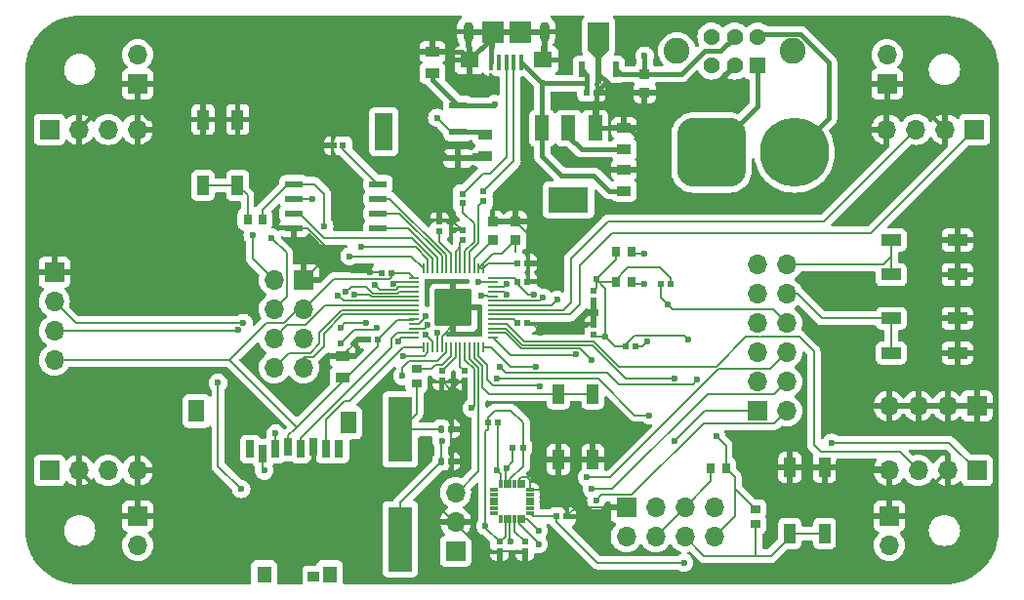
<source format=gbr>
%TF.GenerationSoftware,KiCad,Pcbnew,7.0.1*%
%TF.CreationDate,2023-05-24T15:14:25-04:00*%
%TF.ProjectId,Drone_PCB,44726f6e-655f-4504-9342-2e6b69636164,rev?*%
%TF.SameCoordinates,Original*%
%TF.FileFunction,Copper,L1,Top*%
%TF.FilePolarity,Positive*%
%FSLAX46Y46*%
G04 Gerber Fmt 4.6, Leading zero omitted, Abs format (unit mm)*
G04 Created by KiCad (PCBNEW 7.0.1) date 2023-05-24 15:14:25*
%MOMM*%
%LPD*%
G01*
G04 APERTURE LIST*
G04 Aperture macros list*
%AMRoundRect*
0 Rectangle with rounded corners*
0 $1 Rounding radius*
0 $2 $3 $4 $5 $6 $7 $8 $9 X,Y pos of 4 corners*
0 Add a 4 corners polygon primitive as box body*
4,1,4,$2,$3,$4,$5,$6,$7,$8,$9,$2,$3,0*
0 Add four circle primitives for the rounded corners*
1,1,$1+$1,$2,$3*
1,1,$1+$1,$4,$5*
1,1,$1+$1,$6,$7*
1,1,$1+$1,$8,$9*
0 Add four rect primitives between the rounded corners*
20,1,$1+$1,$2,$3,$4,$5,0*
20,1,$1+$1,$4,$5,$6,$7,0*
20,1,$1+$1,$6,$7,$8,$9,0*
20,1,$1+$1,$8,$9,$2,$3,0*%
G04 Aperture macros list end*
%TA.AperFunction,SMDPad,CuDef*%
%ADD10R,0.590000X0.630000*%
%TD*%
%TA.AperFunction,SMDPad,CuDef*%
%ADD11R,0.700000X0.900000*%
%TD*%
%TA.AperFunction,ComponentPad*%
%ADD12R,1.700000X1.700000*%
%TD*%
%TA.AperFunction,ComponentPad*%
%ADD13O,1.700000X1.700000*%
%TD*%
%TA.AperFunction,SMDPad,CuDef*%
%ADD14R,0.630000X0.590000*%
%TD*%
%TA.AperFunction,ComponentPad*%
%ADD15RoundRect,1.500000X-1.500000X-1.500000X1.500000X-1.500000X1.500000X1.500000X-1.500000X1.500000X0*%
%TD*%
%TA.AperFunction,ComponentPad*%
%ADD16C,6.000000*%
%TD*%
%TA.AperFunction,SMDPad,CuDef*%
%ADD17R,1.200000X2.200000*%
%TD*%
%TA.AperFunction,SMDPad,CuDef*%
%ADD18R,3.500000X2.200000*%
%TD*%
%TA.AperFunction,SMDPad,CuDef*%
%ADD19R,2.100000X5.600000*%
%TD*%
%TA.AperFunction,SMDPad,CuDef*%
%ADD20R,1.701800X0.990600*%
%TD*%
%TA.AperFunction,SMDPad,CuDef*%
%ADD21R,0.990600X1.701800*%
%TD*%
%TA.AperFunction,SMDPad,CuDef*%
%ADD22RoundRect,0.050000X-0.387500X-0.050000X0.387500X-0.050000X0.387500X0.050000X-0.387500X0.050000X0*%
%TD*%
%TA.AperFunction,SMDPad,CuDef*%
%ADD23RoundRect,0.050000X-0.050000X-0.387500X0.050000X-0.387500X0.050000X0.387500X-0.050000X0.387500X0*%
%TD*%
%TA.AperFunction,ComponentPad*%
%ADD24C,0.600000*%
%TD*%
%TA.AperFunction,SMDPad,CuDef*%
%ADD25RoundRect,0.144000X-1.456000X-1.456000X1.456000X-1.456000X1.456000X1.456000X-1.456000X1.456000X0*%
%TD*%
%TA.AperFunction,ComponentPad*%
%ADD26R,1.438000X1.438000*%
%TD*%
%TA.AperFunction,ComponentPad*%
%ADD27C,1.438000*%
%TD*%
%TA.AperFunction,ComponentPad*%
%ADD28C,2.265000*%
%TD*%
%TA.AperFunction,SMDPad,CuDef*%
%ADD29R,0.930000X0.870000*%
%TD*%
%TA.AperFunction,SMDPad,CuDef*%
%ADD30R,1.524000X0.533400*%
%TD*%
%TA.AperFunction,SMDPad,CuDef*%
%ADD31R,1.250000X0.855600*%
%TD*%
%TA.AperFunction,SMDPad,CuDef*%
%ADD32R,0.540000X0.600000*%
%TD*%
%TA.AperFunction,SMDPad,CuDef*%
%ADD33RoundRect,0.075600X0.194400X-0.224400X0.194400X0.224400X-0.194400X0.224400X-0.194400X-0.224400X0*%
%TD*%
%TA.AperFunction,SMDPad,CuDef*%
%ADD34R,0.630000X0.560000*%
%TD*%
%TA.AperFunction,SMDPad,CuDef*%
%ADD35RoundRect,0.006600X-0.313400X-0.103400X0.313400X-0.103400X0.313400X0.103400X-0.313400X0.103400X0*%
%TD*%
%TA.AperFunction,SMDPad,CuDef*%
%ADD36RoundRect,0.006600X0.103400X-0.313400X0.103400X0.313400X-0.103400X0.313400X-0.103400X-0.313400X0*%
%TD*%
%TA.AperFunction,SMDPad,CuDef*%
%ADD37RoundRect,0.006600X0.313400X0.103400X-0.313400X0.103400X-0.313400X-0.103400X0.313400X-0.103400X0*%
%TD*%
%TA.AperFunction,SMDPad,CuDef*%
%ADD38RoundRect,0.006600X-0.103400X0.313400X-0.103400X-0.313400X0.103400X-0.313400X0.103400X0.313400X0*%
%TD*%
%TA.AperFunction,SMDPad,CuDef*%
%ADD39R,0.900000X0.700000*%
%TD*%
%TA.AperFunction,SMDPad,CuDef*%
%ADD40R,1.549400X0.609600*%
%TD*%
%TA.AperFunction,SMDPad,CuDef*%
%ADD41R,0.800000X1.500000*%
%TD*%
%TA.AperFunction,SMDPad,CuDef*%
%ADD42R,1.000000X0.950000*%
%TD*%
%TA.AperFunction,SMDPad,CuDef*%
%ADD43R,1.300000X1.400000*%
%TD*%
%TA.AperFunction,SMDPad,CuDef*%
%ADD44R,1.400000X1.900000*%
%TD*%
%TA.AperFunction,SMDPad,CuDef*%
%ADD45R,0.600000X0.590000*%
%TD*%
%TA.AperFunction,SMDPad,CuDef*%
%ADD46R,0.482600X1.397000*%
%TD*%
%TA.AperFunction,SMDPad,CuDef*%
%ADD47R,0.558800X1.397000*%
%TD*%
%TA.AperFunction,SMDPad,CuDef*%
%ADD48R,0.400000X1.350000*%
%TD*%
%TA.AperFunction,SMDPad,CuDef*%
%ADD49R,1.600000X1.400000*%
%TD*%
%TA.AperFunction,SMDPad,CuDef*%
%ADD50R,1.900000X1.900000*%
%TD*%
%TA.AperFunction,ComponentPad*%
%ADD51O,0.900000X1.800000*%
%TD*%
%TA.AperFunction,ViaPad*%
%ADD52C,0.600000*%
%TD*%
%TA.AperFunction,Conductor*%
%ADD53C,0.200000*%
%TD*%
%TA.AperFunction,Conductor*%
%ADD54C,0.400000*%
%TD*%
%TA.AperFunction,Conductor*%
%ADD55C,0.150000*%
%TD*%
%TA.AperFunction,Conductor*%
%ADD56C,0.300000*%
%TD*%
G04 APERTURE END LIST*
%TA.AperFunction,EtchedComponent*%
%TO.C,U7*%
G36*
X132148900Y-112025600D02*
G01*
X130599500Y-112025600D01*
X130599500Y-108774400D01*
X132148900Y-108774400D01*
X132148900Y-112025600D01*
G37*
%TD.AperFunction*%
%TA.AperFunction,EtchedComponent*%
%TO.C,U4*%
G36*
X150939800Y-103330200D02*
G01*
X150279400Y-103965200D01*
X150279400Y-104295400D01*
X149720600Y-104295400D01*
X149720600Y-103939800D01*
X149060200Y-103330200D01*
X149060200Y-100891800D01*
X150939800Y-100891800D01*
X150939800Y-103330200D01*
G37*
%TD.AperFunction*%
%TD*%
D10*
%TO.P,C3,1*%
%TO.N,+3V3*%
X127840000Y-111600000D03*
%TO.P,C3,2*%
%TO.N,GND*%
X127000000Y-111600000D03*
%TD*%
D11*
%TO.P,R10,1*%
%TO.N,+3V3*%
X161050000Y-139600000D03*
%TO.P,R10,2*%
%TO.N,Net-(J5-Pin_4)*%
X159750000Y-139600000D03*
%TD*%
D12*
%TO.P,J4,1,Pin_1*%
%TO.N,GND*%
X124400000Y-123260000D03*
D13*
%TO.P,J4,2,Pin_2*%
%TO.N,+5V*%
X121860000Y-123260000D03*
%TO.P,J4,3,Pin_3*%
%TO.N,+3V3*%
X124400000Y-125800000D03*
%TO.P,J4,4,Pin_4*%
%TO.N,+1V8*%
X121860000Y-125800000D03*
%TO.P,J4,5,Pin_5*%
%TO.N,/SPI0_RX*%
X124400000Y-128340000D03*
%TO.P,J4,6,Pin_6*%
%TO.N,/SPI0_CSn*%
X121860000Y-128340000D03*
%TO.P,J4,7,Pin_7*%
%TO.N,/SPI0_TX*%
X124400000Y-130880000D03*
%TO.P,J4,8,Pin_8*%
%TO.N,/SPI0_SCK*%
X121860000Y-130880000D03*
%TD*%
D14*
%TO.P,C8,1*%
%TO.N,GND*%
X143600000Y-146820000D03*
%TO.P,C8,2*%
%TO.N,Net-(U3-REGOUT)*%
X143600000Y-145980000D03*
%TD*%
D12*
%TO.P,J10,1,Pin_1*%
%TO.N,GND*%
X102800000Y-122600000D03*
D13*
%TO.P,J10,2,Pin_2*%
%TO.N,/UART1_TX*%
X102800000Y-125140000D03*
%TO.P,J10,3,Pin_3*%
%TO.N,/UART1_RX*%
X102800000Y-127680000D03*
%TO.P,J10,4,Pin_4*%
%TO.N,+3V3*%
X102800000Y-130220000D03*
%TD*%
D15*
%TO.P,J13,1,Pin_1*%
%TO.N,Net-(J13-Pin_1)*%
X159800000Y-112200000D03*
D16*
%TO.P,J13,2,Pin_2*%
%TO.N,Net-(J13-Pin_2)*%
X167000000Y-112200000D03*
%TD*%
D17*
%TO.P,U2,1,GND*%
%TO.N,GND*%
X149700000Y-110100000D03*
%TO.P,U2,2,VO*%
%TO.N,+3V3*%
X147400000Y-110100000D03*
%TO.P,U2,3,VI*%
%TO.N,+5V*%
X145100000Y-110100000D03*
D18*
%TO.P,U2,4*%
%TO.N,N/C*%
X147400000Y-116300000D03*
%TD*%
D19*
%TO.P,Y1,1*%
%TO.N,Net-(C5-Pad1)*%
X132800000Y-136250000D03*
%TO.P,Y1,2*%
%TO.N,Net-(U1-XIN)*%
X132800000Y-145750000D03*
%TD*%
D20*
%TO.P,SW5,1*%
%TO.N,Net-(J11-Pad12)*%
X175400000Y-119800000D03*
%TO.P,SW5,2*%
%TO.N,GND*%
X181115000Y-119800000D03*
%TO.P,SW5,3*%
%TO.N,Net-(J11-Pad12)*%
X175400000Y-122800000D03*
%TO.P,SW5,4*%
%TO.N,GND*%
X181115000Y-122800000D03*
%TD*%
D12*
%TO.P,J9,1,Pin_1*%
%TO.N,/M4_PWM_A*%
X182620000Y-110200000D03*
D13*
%TO.P,J9,2,Pin_2*%
%TO.N,GND*%
X180080000Y-110200000D03*
%TO.P,J9,3,Pin_3*%
%TO.N,/M4_PWM_B*%
X177540000Y-110200000D03*
%TO.P,J9,4,Pin_4*%
%TO.N,GND*%
X175000000Y-110200000D03*
%TD*%
D21*
%TO.P,SW2,1*%
%TO.N,GND*%
X146500000Y-138857500D03*
%TO.P,SW2,2*%
%TO.N,Net-(U1-RUN)*%
X146500000Y-133142500D03*
%TO.P,SW2,3*%
%TO.N,GND*%
X149500000Y-138857500D03*
%TO.P,SW2,4*%
%TO.N,Net-(U1-RUN)*%
X149500000Y-133142500D03*
%TD*%
D14*
%TO.P,C6,1*%
%TO.N,GND*%
X149600000Y-125020000D03*
%TO.P,C6,2*%
%TO.N,+3V3*%
X149600000Y-124180000D03*
%TD*%
D11*
%TO.P,R6,1*%
%TO.N,/DIST_SDA*%
X152850000Y-123400000D03*
%TO.P,R6,2*%
%TO.N,+3V3*%
X151550000Y-123400000D03*
%TD*%
D22*
%TO.P,U1,1,IOVDD*%
%TO.N,+3V3*%
X133962500Y-123075000D03*
%TO.P,U1,2,GPIO0*%
%TO.N,/M1_PWM_A*%
X133962500Y-123475000D03*
%TO.P,U1,3,GPIO1*%
%TO.N,/M1_PWM_B*%
X133962500Y-123875000D03*
%TO.P,U1,4,GPIO2*%
%TO.N,/M2_PWM_A*%
X133962500Y-124275000D03*
%TO.P,U1,5,GPIO3*%
%TO.N,/M2_PWM_B*%
X133962500Y-124675000D03*
%TO.P,U1,6,GPIO4*%
%TO.N,/SPI0_RX*%
X133962500Y-125075000D03*
%TO.P,U1,7,GPIO5*%
%TO.N,/SPI0_CSn*%
X133962500Y-125475000D03*
%TO.P,U1,8,GPIO6*%
%TO.N,/SPI0_SCK*%
X133962500Y-125875000D03*
%TO.P,U1,9,GPIO7*%
%TO.N,/SPI0_TX*%
X133962500Y-126275000D03*
%TO.P,U1,10,IOVDD*%
%TO.N,+3V3*%
X133962500Y-126675000D03*
%TO.P,U1,11,GPIO8*%
%TO.N,/UART1_TX*%
X133962500Y-127075000D03*
%TO.P,U1,12,GPIO9*%
%TO.N,/UART1_RX*%
X133962500Y-127475000D03*
%TO.P,U1,13,GPIO10*%
%TO.N,/SPI1_SCK*%
X133962500Y-127875000D03*
%TO.P,U1,14,GPIO11*%
%TO.N,/SPI1_TX*%
X133962500Y-128275000D03*
D23*
%TO.P,U1,15,GPIO12*%
%TO.N,/SPI1_RX*%
X134800000Y-129112500D03*
%TO.P,U1,16,GPIO13*%
%TO.N,/SPI1_CSn*%
X135200000Y-129112500D03*
%TO.P,U1,17,GPIO14*%
%TO.N,/PWM7A*%
X135600000Y-129112500D03*
%TO.P,U1,18,GPIO15*%
%TO.N,/PWM7B*%
X136000000Y-129112500D03*
%TO.P,U1,19,TESTEN*%
%TO.N,GND*%
X136400000Y-129112500D03*
%TO.P,U1,20,XIN*%
%TO.N,Net-(U1-XIN)*%
X136800000Y-129112500D03*
%TO.P,U1,21,XOUT*%
%TO.N,Net-(U1-XOUT)*%
X137200000Y-129112500D03*
%TO.P,U1,22,IOVDD*%
%TO.N,+3V3*%
X137600000Y-129112500D03*
%TO.P,U1,23,DVDD*%
%TO.N,+1V1*%
X138000000Y-129112500D03*
%TO.P,U1,24,SWCLK*%
%TO.N,Net-(J3-Pin_1)*%
X138400000Y-129112500D03*
%TO.P,U1,25,SWD*%
%TO.N,Net-(J3-Pin_3)*%
X138800000Y-129112500D03*
%TO.P,U1,26,RUN*%
%TO.N,Net-(U1-RUN)*%
X139200000Y-129112500D03*
%TO.P,U1,27,GPIO16*%
%TO.N,/WiFi_TX{slash}GPIO1*%
X139600000Y-129112500D03*
%TO.P,U1,28,GPIO17*%
%TO.N,/WiFi_RX{slash}GPIO3*%
X140000000Y-129112500D03*
D22*
%TO.P,U1,29,GPIO18*%
%TO.N,/DIST_SDA*%
X140837500Y-128275000D03*
%TO.P,U1,30,GPIO19*%
%TO.N,/DIST_SCL*%
X140837500Y-127875000D03*
%TO.P,U1,31,GPIO20*%
%TO.N,/M3_PWM_A*%
X140837500Y-127475000D03*
%TO.P,U1,32,GPIO21*%
%TO.N,/M3_PWM_B*%
X140837500Y-127075000D03*
%TO.P,U1,33,IOVDD*%
%TO.N,+3V3*%
X140837500Y-126675000D03*
%TO.P,U1,34,GPIO22*%
%TO.N,/M4_PWM_A*%
X140837500Y-126275000D03*
%TO.P,U1,35,GPIO23*%
%TO.N,/M4_PWM_B*%
X140837500Y-125875000D03*
%TO.P,U1,36,GPIO24*%
%TO.N,/IMU_SDA*%
X140837500Y-125475000D03*
%TO.P,U1,37,GPIO25*%
%TO.N,/IMU_SCL*%
X140837500Y-125075000D03*
%TO.P,U1,38,GPIO26_ADC0*%
%TO.N,/ADC0{slash}PWM5A*%
X140837500Y-124675000D03*
%TO.P,U1,39,GPIO27_ADC1*%
%TO.N,/ADC1{slash}PWM5B*%
X140837500Y-124275000D03*
%TO.P,U1,40,GPIO28_ADC2*%
%TO.N,/ADC2{slash}PWM6A*%
X140837500Y-123875000D03*
%TO.P,U1,41,GPIO29_ADC3*%
%TO.N,/ADC3{slash}PWM6B*%
X140837500Y-123475000D03*
%TO.P,U1,42,IOVDD*%
%TO.N,+3V3*%
X140837500Y-123075000D03*
D23*
%TO.P,U1,43,ADC_AVDD*%
X140000000Y-122237500D03*
%TO.P,U1,44,VREG_IN*%
X139600000Y-122237500D03*
%TO.P,U1,45,VREG_VOUT*%
%TO.N,+1V1*%
X139200000Y-122237500D03*
%TO.P,U1,46,USB_DM*%
%TO.N,Net-(U1-USB_DM)*%
X138800000Y-122237500D03*
%TO.P,U1,47,USB_DP*%
%TO.N,Net-(U1-USB_DP)*%
X138400000Y-122237500D03*
%TO.P,U1,48,USB_VDD*%
%TO.N,+3V3*%
X138000000Y-122237500D03*
%TO.P,U1,49,IOVDD*%
X137600000Y-122237500D03*
%TO.P,U1,50,DVDD*%
%TO.N,+1V1*%
X137200000Y-122237500D03*
%TO.P,U1,51,QSPI_SD3*%
%TO.N,/QSPI_SD3*%
X136800000Y-122237500D03*
%TO.P,U1,52,QSPI_SCLK*%
%TO.N,/QSPI_SLCK*%
X136400000Y-122237500D03*
%TO.P,U1,53,QSPI_SD0*%
%TO.N,/QSPI_SD0*%
X136000000Y-122237500D03*
%TO.P,U1,54,QSPI_SD2*%
%TO.N,/QSPI_SD2*%
X135600000Y-122237500D03*
%TO.P,U1,55,QSPI_SD1*%
%TO.N,/QSPI_SD1*%
X135200000Y-122237500D03*
%TO.P,U1,56,QSPI_SS*%
%TO.N,/QSPI_SS*%
X134800000Y-122237500D03*
D24*
%TO.P,U1,57,GND*%
%TO.N,GND*%
X136125000Y-124400000D03*
X136125000Y-125675000D03*
X136125000Y-126950000D03*
X137400000Y-124400000D03*
X137400000Y-125675000D03*
D25*
X137400000Y-125675000D03*
D24*
X137400000Y-126950000D03*
X138675000Y-124400000D03*
X138675000Y-125675000D03*
X138675000Y-126950000D03*
%TD*%
D26*
%TO.P,S1,1*%
%TO.N,Net-(J13-Pin_1)*%
X163800000Y-104650000D03*
D27*
%TO.P,S1,2*%
%TO.N,GND*%
X161800000Y-104650000D03*
%TO.P,S1,3*%
%TO.N,unconnected-(S1-Pad3)*%
X159800000Y-104650000D03*
%TO.P,S1,4*%
%TO.N,Net-(J13-Pin_2)*%
X163800000Y-102150000D03*
%TO.P,S1,5*%
%TO.N,Net-(J14-Pin_2)*%
X161800000Y-102150000D03*
%TO.P,S1,6*%
%TO.N,unconnected-(S1-Pad6)*%
X159800000Y-102150000D03*
D28*
%TO.P,S1,S1*%
%TO.N,N/C*%
X166800000Y-103400000D03*
%TO.P,S1,S2*%
X156800000Y-103400000D03*
%TD*%
D10*
%TO.P,C23,1*%
%TO.N,+3V3*%
X143000000Y-121800000D03*
%TO.P,C23,2*%
%TO.N,GND*%
X143840000Y-121800000D03*
%TD*%
%TO.P,C20,1*%
%TO.N,+3V3*%
X130820000Y-128400000D03*
%TO.P,C20,2*%
%TO.N,GND*%
X129980000Y-128400000D03*
%TD*%
D29*
%TO.P,C14,1*%
%TO.N,+3V3*%
X142800000Y-119762500D03*
%TO.P,C14,2*%
%TO.N,GND*%
X142800000Y-118202500D03*
%TD*%
D12*
%TO.P,J16,1,Pin_1*%
%TO.N,GND*%
X175225000Y-143750000D03*
D13*
%TO.P,J16,2,Pin_2*%
%TO.N,Net-(J14-Pin_2)*%
X175225000Y-146290000D03*
%TD*%
D14*
%TO.P,C16,1*%
%TO.N,+1V1*%
X138400000Y-131180000D03*
%TO.P,C16,2*%
%TO.N,GND*%
X138400000Y-132020000D03*
%TD*%
D29*
%TO.P,C26,1*%
%TO.N,GND*%
X154000000Y-106980000D03*
%TO.P,C26,2*%
%TO.N,Net-(J14-Pin_2)*%
X154000000Y-105420000D03*
%TD*%
D30*
%TO.P,U5,1,/CS*%
%TO.N,/QSPI_SS*%
X123592600Y-114932500D03*
%TO.P,U5,2,DO(IO1)*%
%TO.N,/QSPI_SD1*%
X123592600Y-116202500D03*
%TO.P,U5,3,/WP(IO2)*%
%TO.N,/QSPI_SD2*%
X123592600Y-117472500D03*
%TO.P,U5,4,GND*%
%TO.N,GND*%
X123592600Y-118742500D03*
%TO.P,U5,5,DI(IO0)*%
%TO.N,/QSPI_SD0*%
X130882400Y-118742500D03*
%TO.P,U5,6,CLK*%
%TO.N,/QSPI_SLCK*%
X130882400Y-117472500D03*
%TO.P,U5,7,/HOLD_/RESET*%
%TO.N,/QSPI_SD3*%
X130882400Y-116202500D03*
%TO.P,U5,8,VCC*%
%TO.N,+3V3*%
X130882400Y-114932500D03*
%TD*%
D31*
%TO.P,C11,1*%
%TO.N,GND*%
X135600000Y-103472200D03*
%TO.P,C11,2*%
%TO.N,+5V*%
X135600000Y-105327800D03*
%TD*%
D29*
%TO.P,C13,1*%
%TO.N,+1V1*%
X140800000Y-119780000D03*
%TO.P,C13,2*%
%TO.N,GND*%
X140800000Y-118220000D03*
%TD*%
D21*
%TO.P,SW1,1*%
%TO.N,GND*%
X118700000Y-109342500D03*
%TO.P,SW1,2*%
%TO.N,Net-(R3-Pad1)*%
X118700000Y-115057500D03*
%TO.P,SW1,3*%
%TO.N,GND*%
X115700000Y-109342500D03*
%TO.P,SW1,4*%
%TO.N,Net-(R3-Pad1)*%
X115700000Y-115057500D03*
%TD*%
D32*
%TO.P,R12,1*%
%TO.N,Net-(U6-XSHUT)*%
X153232000Y-129000000D03*
%TO.P,R12,2*%
%TO.N,+3V3*%
X152368000Y-129000000D03*
%TD*%
D12*
%TO.P,J17,1,Pin_1*%
%TO.N,GND*%
X110025000Y-143750000D03*
D13*
%TO.P,J17,2,Pin_2*%
%TO.N,Net-(J14-Pin_2)*%
X110025000Y-146290000D03*
%TD*%
D14*
%TO.P,C18,1*%
%TO.N,GND*%
X138200000Y-118980000D03*
%TO.P,C18,2*%
%TO.N,+3V3*%
X138200000Y-119820000D03*
%TD*%
D33*
%TO.P,C4,1*%
%TO.N,Net-(U1-XIN)*%
X136370000Y-139000000D03*
%TO.P,C4,2*%
%TO.N,GND*%
X137230000Y-139000000D03*
%TD*%
D12*
%TO.P,J15,1,Pin_1*%
%TO.N,GND*%
X175025000Y-106250000D03*
D13*
%TO.P,J15,2,Pin_2*%
%TO.N,Net-(J14-Pin_2)*%
X175025000Y-103710000D03*
%TD*%
D32*
%TO.P,R11,1*%
%TO.N,/DIST_GPIO*%
X155368000Y-123600000D03*
%TO.P,R11,2*%
%TO.N,+3V3*%
X156232000Y-123600000D03*
%TD*%
D14*
%TO.P,C9,1*%
%TO.N,GND*%
X141420000Y-146820000D03*
%TO.P,C9,2*%
%TO.N,+1V8*%
X141420000Y-145980000D03*
%TD*%
%TO.P,C15,1*%
%TO.N,+1V1*%
X136200000Y-119020000D03*
%TO.P,C15,2*%
%TO.N,GND*%
X136200000Y-118180000D03*
%TD*%
D34*
%TO.P,C24,1*%
%TO.N,GND*%
X149600000Y-127165000D03*
%TO.P,C24,2*%
%TO.N,+3V3*%
X149600000Y-128035000D03*
%TD*%
D12*
%TO.P,J8,1,Pin_1*%
%TO.N,/M3_PWM_A*%
X182820000Y-139800000D03*
D13*
%TO.P,J8,2,Pin_2*%
%TO.N,GND*%
X180280000Y-139800000D03*
%TO.P,J8,3,Pin_3*%
%TO.N,/M3_PWM_B*%
X177740000Y-139800000D03*
%TO.P,J8,4,Pin_4*%
%TO.N,GND*%
X175200000Y-139800000D03*
%TD*%
D11*
%TO.P,R3,1*%
%TO.N,Net-(R3-Pad1)*%
X119550000Y-118000000D03*
%TO.P,R3,2*%
%TO.N,/QSPI_SS*%
X120850000Y-118000000D03*
%TD*%
D10*
%TO.P,C22,1*%
%TO.N,+3V3*%
X132020000Y-122637500D03*
%TO.P,C22,2*%
%TO.N,GND*%
X131180000Y-122637500D03*
%TD*%
%TO.P,C25,1*%
%TO.N,GND*%
X149800000Y-107000000D03*
%TO.P,C25,2*%
%TO.N,+5V*%
X148960000Y-107000000D03*
%TD*%
D33*
%TO.P,C5,1*%
%TO.N,Net-(C5-Pad1)*%
X136370000Y-136200000D03*
%TO.P,C5,2*%
%TO.N,GND*%
X137230000Y-136200000D03*
%TD*%
D12*
%TO.P,J3,1,Pin_1*%
%TO.N,Net-(J3-Pin_1)*%
X137600000Y-146800000D03*
D13*
%TO.P,J3,2,Pin_2*%
%TO.N,GND*%
X137600000Y-144260000D03*
%TO.P,J3,3,Pin_3*%
%TO.N,Net-(J3-Pin_3)*%
X137600000Y-141720000D03*
%TD*%
D11*
%TO.P,R5,1*%
%TO.N,/DIST_SCL*%
X152850000Y-120800000D03*
%TO.P,R5,2*%
%TO.N,+3V3*%
X151550000Y-120800000D03*
%TD*%
D35*
%TO.P,U3,1,NC*%
%TO.N,unconnected-(U3-NC-Pad1)*%
X140955000Y-141500000D03*
%TO.P,U3,2,NC*%
%TO.N,unconnected-(U3-NC-Pad2)*%
X140955000Y-141900000D03*
%TO.P,U3,3,NC*%
%TO.N,unconnected-(U3-NC-Pad3)*%
X140955000Y-142300000D03*
%TO.P,U3,4,NC*%
%TO.N,unconnected-(U3-NC-Pad4)*%
X140955000Y-142700000D03*
%TO.P,U3,5,NC*%
%TO.N,unconnected-(U3-NC-Pad5)*%
X140955000Y-143100000D03*
%TO.P,U3,6,NC*%
%TO.N,unconnected-(U3-NC-Pad6)*%
X140955000Y-143500000D03*
D36*
%TO.P,U3,7,AUX_CL*%
%TO.N,unconnected-(U3-AUX_CL-Pad7)*%
X141500000Y-144045000D03*
%TO.P,U3,8,VDDIO*%
%TO.N,+1V8*%
X141900000Y-144045000D03*
%TO.P,U3,9,AD0/SDO*%
%TO.N,/IMU_AD0*%
X142300000Y-144045000D03*
%TO.P,U3,10,REGOUT*%
%TO.N,Net-(U3-REGOUT)*%
X142700000Y-144045000D03*
%TO.P,U3,11,FSYNC*%
%TO.N,/IMU_FSYNC*%
X143100000Y-144045000D03*
%TO.P,U3,12,INT1*%
%TO.N,/IMU_INT*%
X143500000Y-144045000D03*
D37*
%TO.P,U3,13,VDD*%
%TO.N,+3V3*%
X144045000Y-143500000D03*
%TO.P,U3,14,NC*%
%TO.N,unconnected-(U3-NC-Pad14)*%
X144045000Y-143100000D03*
%TO.P,U3,15,NC*%
%TO.N,unconnected-(U3-NC-Pad15)*%
X144045000Y-142700000D03*
%TO.P,U3,16,NC*%
%TO.N,unconnected-(U3-NC-Pad16)*%
X144045000Y-142300000D03*
%TO.P,U3,17,NC*%
%TO.N,unconnected-(U3-NC-Pad17)*%
X144045000Y-141900000D03*
%TO.P,U3,18,GND*%
%TO.N,GND*%
X144045000Y-141500000D03*
D38*
%TO.P,U3,19,RESV_19*%
%TO.N,unconnected-(U3-RESV_19-Pad19)*%
X143500000Y-140955000D03*
%TO.P,U3,20,RESV_20*%
%TO.N,GND*%
X143100000Y-140955000D03*
%TO.P,U3,21,AUX_DA*%
%TO.N,unconnected-(U3-AUX_DA-Pad21)*%
X142700000Y-140955000D03*
%TO.P,U3,22,~{CS}*%
%TO.N,+1V8*%
X142300000Y-140955000D03*
%TO.P,U3,23,SCL/SCLK*%
%TO.N,/IMU_SCL*%
X141900000Y-140955000D03*
%TO.P,U3,24,SDA/SDI*%
%TO.N,/IMU_SDA*%
X141500000Y-140955000D03*
%TD*%
D31*
%TO.P,C10,1*%
%TO.N,GND*%
X127800000Y-129872200D03*
%TO.P,C10,2*%
%TO.N,+3V3*%
X127800000Y-131727800D03*
%TD*%
D39*
%TO.P,R9,1*%
%TO.N,+3V3*%
X163600000Y-143150000D03*
%TO.P,R9,2*%
%TO.N,Net-(J5-Pin_6)*%
X163600000Y-144450000D03*
%TD*%
D12*
%TO.P,J7,1,Pin_1*%
%TO.N,/M2_PWM_A*%
X102380000Y-139800000D03*
D13*
%TO.P,J7,2,Pin_2*%
%TO.N,GND*%
X104920000Y-139800000D03*
%TO.P,J7,3,Pin_3*%
%TO.N,/M2_PWM_B*%
X107460000Y-139800000D03*
%TO.P,J7,4,Pin_4*%
%TO.N,GND*%
X110000000Y-139800000D03*
%TD*%
D14*
%TO.P,C17,1*%
%TO.N,GND*%
X136400000Y-132020000D03*
%TO.P,C17,2*%
%TO.N,+3V3*%
X136400000Y-131180000D03*
%TD*%
D32*
%TO.P,R8,1*%
%TO.N,/IMU_SDA*%
X141264000Y-135600000D03*
%TO.P,R8,2*%
%TO.N,+1V8*%
X140400000Y-135600000D03*
%TD*%
D20*
%TO.P,SW4,1*%
%TO.N,Net-(J11-Pad10)*%
X175400000Y-126600000D03*
%TO.P,SW4,2*%
%TO.N,GND*%
X181115000Y-126600000D03*
%TO.P,SW4,3*%
%TO.N,Net-(J11-Pad10)*%
X175400000Y-129600000D03*
%TO.P,SW4,4*%
%TO.N,GND*%
X181115000Y-129600000D03*
%TD*%
D40*
%TO.P,U7,1,GND*%
%TO.N,GND*%
X137825800Y-112698700D03*
%TO.P,U7,2,VO*%
%TO.N,+1V8*%
X137825800Y-110400000D03*
%TO.P,U7,3,VI*%
%TO.N,+5V*%
X137825800Y-108101300D03*
%TD*%
D12*
%TO.P,J6,1,Pin_1*%
%TO.N,/M1_PWM_A*%
X102380000Y-110200000D03*
D13*
%TO.P,J6,2,Pin_2*%
%TO.N,GND*%
X104920000Y-110200000D03*
%TO.P,J6,3,Pin_3*%
%TO.N,/M1_PWM_B*%
X107460000Y-110200000D03*
%TO.P,J6,4,Pin_4*%
%TO.N,GND*%
X110000000Y-110200000D03*
%TD*%
D12*
%TO.P,J12,1,Pin_1*%
%TO.N,GND*%
X182800000Y-134200000D03*
D13*
%TO.P,J12,2,Pin_2*%
X180260000Y-134200000D03*
%TO.P,J12,3,Pin_3*%
X177720000Y-134200000D03*
%TO.P,J12,4,Pin_4*%
X175180000Y-134200000D03*
%TD*%
D12*
%TO.P,J14,1,Pin_1*%
%TO.N,GND*%
X110025000Y-106250000D03*
D13*
%TO.P,J14,2,Pin_2*%
%TO.N,Net-(J14-Pin_2)*%
X110025000Y-103710000D03*
%TD*%
D41*
%TO.P,J1,1,DATA2*%
%TO.N,unconnected-(J1-DATA2-Pad1)*%
X119800000Y-137940000D03*
%TO.P,J1,2,DATA3/CD*%
%TO.N,/SPI1_CSn*%
X120900000Y-138340000D03*
%TO.P,J1,3,CMD*%
%TO.N,/SPI1_TX*%
X122000000Y-137940000D03*
%TO.P,J1,4,VDD*%
%TO.N,+3V3*%
X123100000Y-137740000D03*
%TO.P,J1,5,CLK*%
%TO.N,/SPI1_SCK*%
X124200000Y-137940000D03*
%TO.P,J1,6,VSS*%
%TO.N,GND*%
X125300000Y-137740000D03*
%TO.P,J1,7,DATA0*%
%TO.N,/SPI1_RX*%
X126400000Y-137940000D03*
%TO.P,J1,8,DATA1*%
%TO.N,unconnected-(J1-DATA1-Pad8)*%
X127500000Y-137940000D03*
D42*
%TO.P,J1,9,DETECH*%
%TO.N,unconnected-(J1-DETECH-Pad9)*%
X125300000Y-149025000D03*
D43*
%TO.P,J1,P1*%
%TO.N,N/C*%
X126690000Y-148800000D03*
%TO.P,J1,P2*%
X120990000Y-148800000D03*
D44*
%TO.P,J1,P3*%
X115140000Y-134650000D03*
%TO.P,J1,P4*%
X128290000Y-135650000D03*
%TD*%
D45*
%TO.P,R2,1*%
%TO.N,/USB-*%
X140000000Y-115600000D03*
%TO.P,R2,2*%
%TO.N,Net-(U1-USB_DM)*%
X140000000Y-116440000D03*
%TD*%
D46*
%TO.P,U4,1,VO*%
%TO.N,+5V*%
X148505000Y-104993900D03*
D47*
%TO.P,U4,2,GND*%
%TO.N,GND*%
X150000000Y-104993900D03*
D46*
%TO.P,U4,3,VI*%
%TO.N,Net-(J14-Pin_2)*%
X151495000Y-104993900D03*
%TD*%
D10*
%TO.P,C19,1*%
%TO.N,GND*%
X143840000Y-123400000D03*
%TO.P,C19,2*%
%TO.N,+3V3*%
X143000000Y-123400000D03*
%TD*%
D31*
%TO.P,C12,1*%
%TO.N,+1V8*%
X140200000Y-110672200D03*
%TO.P,C12,2*%
%TO.N,GND*%
X140200000Y-112527800D03*
%TD*%
D39*
%TO.P,R4,1*%
%TO.N,Net-(U1-XOUT)*%
X134200000Y-130950000D03*
%TO.P,R4,2*%
%TO.N,Net-(C5-Pad1)*%
X134200000Y-132250000D03*
%TD*%
D10*
%TO.P,C21,1*%
%TO.N,+3V3*%
X142980000Y-127000000D03*
%TO.P,C21,2*%
%TO.N,GND*%
X143820000Y-127000000D03*
%TD*%
D48*
%TO.P,J2,1,VUSB*%
%TO.N,+5V*%
X143300000Y-104400000D03*
%TO.P,J2,2,D-*%
%TO.N,/USB-*%
X142650000Y-104400000D03*
%TO.P,J2,3,D+*%
%TO.N,/USB+*%
X142000000Y-104400000D03*
%TO.P,J2,4,ID*%
%TO.N,unconnected-(J2-ID-Pad4)*%
X141350000Y-104400000D03*
%TO.P,J2,5,GND*%
%TO.N,GND*%
X140700000Y-104400000D03*
D49*
%TO.P,J2,S1,SHIELD*%
X145200000Y-104175000D03*
%TO.P,J2,S2,SHIELD*%
X138800000Y-104175000D03*
D50*
%TO.P,J2,S3,SHIELD*%
X140800000Y-101725000D03*
%TO.P,J2,S4,SHIELD*%
X143200000Y-101725000D03*
D51*
%TO.P,J2,S5,SHIELD*%
X145300000Y-101725000D03*
%TO.P,J2,S6,SHIELD*%
X138700000Y-101725000D03*
%TD*%
D12*
%TO.P,J11,1*%
%TO.N,/PWM7A*%
X163800000Y-134620000D03*
D13*
%TO.P,J11,2*%
%TO.N,/IMU_AD0*%
X166340000Y-134620000D03*
%TO.P,J11,3*%
%TO.N,/PWM7B*%
X163800000Y-132080000D03*
%TO.P,J11,4*%
%TO.N,/IMU_FSYNC*%
X166340000Y-132080000D03*
%TO.P,J11,5*%
%TO.N,/ADC0{slash}PWM5A*%
X163800000Y-129540000D03*
%TO.P,J11,6*%
%TO.N,/IMU_INT*%
X166340000Y-129540000D03*
%TO.P,J11,7*%
%TO.N,/ADC1{slash}PWM5B*%
X163800000Y-127000000D03*
%TO.P,J11,8*%
%TO.N,/DIST_GPIO*%
X166340000Y-127000000D03*
%TO.P,J11,9*%
%TO.N,/ADC2{slash}PWM6A*%
X163800000Y-124460000D03*
%TO.P,J11,10*%
%TO.N,Net-(J11-Pad10)*%
X166340000Y-124460000D03*
%TO.P,J11,11*%
%TO.N,/ADC3{slash}PWM6B*%
X163800000Y-121920000D03*
%TO.P,J11,12*%
%TO.N,Net-(J11-Pad12)*%
X166340000Y-121920000D03*
%TD*%
D31*
%TO.P,C2,1*%
%TO.N,GND*%
X152200000Y-110072200D03*
%TO.P,C2,2*%
%TO.N,+3V3*%
X152200000Y-111927800D03*
%TD*%
D45*
%TO.P,R1,1*%
%TO.N,/USB+*%
X138200000Y-115780000D03*
%TO.P,R1,2*%
%TO.N,Net-(U1-USB_DP)*%
X138200000Y-116620000D03*
%TD*%
D31*
%TO.P,C1,1*%
%TO.N,+5V*%
X152200000Y-115527800D03*
%TO.P,C1,2*%
%TO.N,GND*%
X152200000Y-113672200D03*
%TD*%
D12*
%TO.P,J5,1,Pin_1*%
%TO.N,GND*%
X152400000Y-143000000D03*
D13*
%TO.P,J5,2,Pin_2*%
%TO.N,/WiFi_TX{slash}GPIO1*%
X152400000Y-145540000D03*
%TO.P,J5,3,Pin_3*%
%TO.N,unconnected-(J5-Pin_3-Pad3)*%
X154940000Y-143000000D03*
%TO.P,J5,4,Pin_4*%
%TO.N,Net-(J5-Pin_4)*%
X154940000Y-145540000D03*
%TO.P,J5,5,Pin_5*%
X157480000Y-143000000D03*
%TO.P,J5,6,Pin_6*%
%TO.N,Net-(J5-Pin_6)*%
X157480000Y-145540000D03*
%TO.P,J5,7,Pin_7*%
%TO.N,/WiFi_RX{slash}GPIO3*%
X160020000Y-143000000D03*
%TO.P,J5,8,Pin_8*%
%TO.N,+3V3*%
X160020000Y-145540000D03*
%TD*%
D32*
%TO.P,R7,1*%
%TO.N,/IMU_SCL*%
X142568000Y-137800000D03*
%TO.P,R7,2*%
%TO.N,+1V8*%
X143432000Y-137800000D03*
%TD*%
D21*
%TO.P,SW3,1*%
%TO.N,Net-(J5-Pin_6)*%
X166600000Y-145257500D03*
%TO.P,SW3,2*%
%TO.N,GND*%
X166600000Y-139542500D03*
%TO.P,SW3,3*%
%TO.N,Net-(J5-Pin_6)*%
X169600000Y-145257500D03*
%TO.P,SW3,4*%
%TO.N,GND*%
X169600000Y-139542500D03*
%TD*%
D10*
%TO.P,C7,1*%
%TO.N,+3V3*%
X146380000Y-143800000D03*
%TO.P,C7,2*%
%TO.N,GND*%
X147220000Y-143800000D03*
%TD*%
D52*
%TO.N,GND*%
X136200000Y-117200000D03*
X145000000Y-127800000D03*
X181200000Y-121200000D03*
X127800000Y-141400000D03*
X130200000Y-122600000D03*
X181200000Y-127800000D03*
X129200000Y-128400000D03*
X149600000Y-126000000D03*
X125800000Y-111600000D03*
%TO.N,/QSPI_SS*%
X126200000Y-118600000D03*
X128400000Y-121200000D03*
%TO.N,/SPI1_CSn*%
X133088556Y-129888556D03*
X121000000Y-139800000D03*
%TO.N,/SPI1_TX*%
X122000000Y-136600000D03*
X132600000Y-128600000D03*
%TO.N,/QSPI_SD1*%
X129400000Y-120400000D03*
X125200000Y-116200000D03*
%TO.N,Net-(U1-XIN)*%
X133000000Y-131600000D03*
X136400000Y-137200000D03*
%TO.N,+1V8*%
X117000000Y-132200000D03*
X140200000Y-144600000D03*
X136000000Y-109200000D03*
X119000000Y-141400000D03*
X121600000Y-119600000D03*
%TO.N,Net-(J3-Pin_1)*%
X139000000Y-134400000D03*
%TO.N,/WiFi_TX{slash}GPIO1*%
X144900000Y-132500000D03*
%TO.N,/M1_PWM_A*%
X132200000Y-123600000D03*
%TO.N,/M1_PWM_B*%
X130600000Y-123702000D03*
%TO.N,/M2_PWM_A*%
X128090574Y-124308696D03*
%TO.N,/M2_PWM_B*%
X128800000Y-124550500D03*
%TO.N,/M3_PWM_A*%
X156600000Y-131800000D03*
X170200000Y-137400000D03*
%TO.N,/UART1_TX*%
X135000000Y-126400000D03*
X129800000Y-127000000D03*
X127600000Y-127400000D03*
X119200000Y-127000000D03*
%TO.N,/UART1_RX*%
X135200000Y-127200000D03*
X118768321Y-127612705D03*
X130800000Y-127400000D03*
X127600000Y-128800000D03*
%TO.N,/WiFi_RX{slash}GPIO3*%
X144600000Y-130800000D03*
%TO.N,/SPI0_RX*%
X127400000Y-124600000D03*
%TO.N,/PWM7A*%
X141200000Y-131800000D03*
X156600000Y-137200000D03*
X154400000Y-135000000D03*
X135000000Y-128000000D03*
%TO.N,/IMU_AD0*%
X149800000Y-142400000D03*
X142400000Y-146000000D03*
%TO.N,/PWM7B*%
X136000000Y-127800000D03*
X141400000Y-130800000D03*
X158573489Y-131913107D03*
%TO.N,/IMU_FSYNC*%
X149400000Y-141400000D03*
X144800000Y-146200000D03*
%TO.N,/ADC0{slash}PWM5A*%
X139800000Y-124600000D03*
%TO.N,/IMU_INT*%
X144800000Y-145000000D03*
X149000000Y-140400000D03*
%TO.N,/ADC1{slash}PWM5B*%
X142000000Y-124525500D03*
%TO.N,/DIST_GPIO*%
X156000000Y-125400000D03*
%TO.N,/ADC2{slash}PWM6A*%
X142000000Y-123624500D03*
%TO.N,/ADC3{slash}PWM6B*%
X139600000Y-123400000D03*
%TO.N,/DIST_SDA*%
X154000000Y-123600000D03*
X148000000Y-129724500D03*
%TO.N,/DIST_SCL*%
X154000000Y-121000000D03*
X149400000Y-130200000D03*
%TO.N,/IMU_SDA*%
X146400000Y-125000000D03*
X141200000Y-139800000D03*
%TO.N,/IMU_SCL*%
X145200000Y-124800000D03*
X142000000Y-139600000D03*
%TO.N,Net-(U6-XSHUT)*%
X154200000Y-128600000D03*
%TO.N,+3V3*%
X149800000Y-123200000D03*
X149800000Y-123200000D03*
X157800000Y-128400000D03*
X157400000Y-147800000D03*
X160200000Y-136800000D03*
X150600000Y-128200000D03*
X144400000Y-124525500D03*
%TO.N,+5V*%
X141000000Y-108000000D03*
X120000000Y-119400000D03*
X145200000Y-106200000D03*
%TO.N,Net-(J14-Pin_2)*%
X154000000Y-103800000D03*
%TD*%
D53*
%TO.N,GND*%
X146500000Y-138857500D02*
X149500000Y-138857500D01*
D54*
X150793500Y-106206500D02*
X151587000Y-107000000D01*
D53*
X125300000Y-138900000D02*
X127800000Y-141400000D01*
X130200000Y-122600000D02*
X131142500Y-122600000D01*
D55*
X115700000Y-109342500D02*
X118700000Y-109342500D01*
D54*
X152578444Y-110072200D02*
X154000000Y-111493756D01*
X134327800Y-103472200D02*
X135600000Y-103472200D01*
D53*
X140800000Y-118220000D02*
X142782500Y-118220000D01*
D56*
X175025000Y-106250000D02*
X175025000Y-108400000D01*
D53*
X124742500Y-118742500D02*
X123592600Y-118742500D01*
D54*
X159450000Y-107000000D02*
X161800000Y-104650000D01*
X140700000Y-101825000D02*
X140800000Y-101725000D01*
D55*
X127800000Y-129800000D02*
X129200000Y-128400000D01*
D53*
X145435000Y-141500000D02*
X147220000Y-143285000D01*
D56*
X178280000Y-108400000D02*
X175025000Y-108400000D01*
D53*
X136000000Y-142800000D02*
X137600000Y-144400000D01*
D54*
X140700000Y-104400000D02*
X140700000Y-101825000D01*
X125300000Y-138890000D02*
X120440000Y-143750000D01*
D55*
X137400000Y-118180000D02*
X136200000Y-118180000D01*
D54*
X149800000Y-107000000D02*
X149800000Y-110000000D01*
D53*
X136400000Y-132020000D02*
X137230000Y-132850000D01*
X181115000Y-129600000D02*
X181115000Y-127885000D01*
X143785000Y-140385000D02*
X144045000Y-140645000D01*
X125300000Y-138890000D02*
X125300000Y-138900000D01*
X136400000Y-126675000D02*
X137400000Y-125675000D01*
D54*
X140800000Y-101725000D02*
X140800000Y-102175000D01*
D55*
X137400000Y-127200000D02*
X137400000Y-125675000D01*
D53*
X143840000Y-119242500D02*
X143840000Y-121800000D01*
D55*
X148020000Y-143000000D02*
X147220000Y-143800000D01*
D53*
X181115000Y-127885000D02*
X181200000Y-127800000D01*
D54*
X150593500Y-106206500D02*
X150793500Y-106206500D01*
D53*
X137230000Y-132850000D02*
X137230000Y-136200000D01*
D54*
X145300000Y-104075000D02*
X145200000Y-104175000D01*
D53*
X137230000Y-139770000D02*
X136000000Y-141000000D01*
D55*
X110000000Y-136600000D02*
X110000000Y-139800000D01*
D56*
X175025000Y-108400000D02*
X175025000Y-110175000D01*
D54*
X140800000Y-101725000D02*
X138700000Y-101725000D01*
D56*
X110000000Y-108400000D02*
X110000000Y-106275000D01*
D54*
X140800000Y-101725000D02*
X143200000Y-101725000D01*
D56*
X110000000Y-110200000D02*
X110000000Y-108400000D01*
D53*
X143100000Y-140575313D02*
X143290313Y-140385000D01*
D56*
X110000000Y-106275000D02*
X110025000Y-106250000D01*
D55*
X104920000Y-110200000D02*
X104920000Y-112480000D01*
D54*
X152200000Y-110072200D02*
X152578444Y-110072200D01*
D55*
X136200000Y-118180000D02*
X136200000Y-117200000D01*
D53*
X143600000Y-140385000D02*
X143785000Y-140385000D01*
D54*
X140029100Y-112698700D02*
X140200000Y-112527800D01*
D55*
X144200000Y-127000000D02*
X145000000Y-127800000D01*
D54*
X140800000Y-102175000D02*
X138800000Y-104175000D01*
D56*
X175200000Y-139800000D02*
X175200000Y-141800000D01*
D53*
X181115000Y-121115000D02*
X181115000Y-119800000D01*
D54*
X137825800Y-112698700D02*
X140029100Y-112698700D01*
X133600000Y-109400000D02*
X133600000Y-104200000D01*
D53*
X181200000Y-127800000D02*
X181115000Y-127715000D01*
D55*
X124400000Y-123260000D02*
X126800000Y-120860000D01*
X126800000Y-120860000D02*
X126800000Y-120800000D01*
D53*
X168400000Y-139542500D02*
X169900000Y-139542500D01*
X136000000Y-141000000D02*
X136000000Y-142800000D01*
D55*
X136400000Y-128200000D02*
X137400000Y-127200000D01*
D54*
X136898700Y-112698700D02*
X133600000Y-109400000D01*
D56*
X110000000Y-143725000D02*
X110025000Y-143750000D01*
D55*
X143820000Y-127000000D02*
X144200000Y-127000000D01*
D54*
X133600000Y-104200000D02*
X134327800Y-103472200D01*
D55*
X168300000Y-139542500D02*
X168400000Y-139542500D01*
D54*
X150000000Y-104993900D02*
X150000000Y-105413000D01*
D53*
X138400000Y-132020000D02*
X138060000Y-132020000D01*
D56*
X106720000Y-108400000D02*
X110000000Y-108400000D01*
D54*
X137825800Y-112698700D02*
X136898700Y-112698700D01*
D55*
X110942500Y-109342500D02*
X115700000Y-109342500D01*
D53*
X138060000Y-132020000D02*
X137230000Y-132850000D01*
X130200000Y-122600000D02*
X128600000Y-122600000D01*
D55*
X124400000Y-123260000D02*
X124400000Y-123200000D01*
D56*
X104920000Y-110200000D02*
X106720000Y-108400000D01*
D55*
X149600000Y-127165000D02*
X149600000Y-126000000D01*
D56*
X106920000Y-141800000D02*
X110000000Y-141800000D01*
D53*
X131142500Y-122600000D02*
X131180000Y-122637500D01*
D56*
X104920000Y-139800000D02*
X106920000Y-141800000D01*
D53*
X145312500Y-138857500D02*
X146500000Y-138857500D01*
D54*
X151587000Y-107000000D02*
X159450000Y-107000000D01*
X150000000Y-105413000D02*
X150793500Y-106206500D01*
D55*
X138200000Y-118980000D02*
X137400000Y-118180000D01*
D56*
X175025000Y-110175000D02*
X175000000Y-110200000D01*
D55*
X127800000Y-129872200D02*
X127800000Y-129800000D01*
X149600000Y-126000000D02*
X149600000Y-125020000D01*
D54*
X143200000Y-101725000D02*
X145300000Y-101725000D01*
D53*
X142800000Y-118202500D02*
X143840000Y-119242500D01*
D56*
X180080000Y-110200000D02*
X178280000Y-108400000D01*
D53*
X174942500Y-139542500D02*
X175200000Y-139800000D01*
X181115000Y-121285000D02*
X181200000Y-121200000D01*
X144045000Y-140645000D02*
X144045000Y-141500000D01*
X181200000Y-121200000D02*
X181115000Y-121115000D01*
D55*
X127000000Y-111600000D02*
X125800000Y-111600000D01*
D53*
X143840000Y-121800000D02*
X143840000Y-123400000D01*
X129965000Y-128400000D02*
X129200000Y-128400000D01*
D54*
X138097200Y-103472200D02*
X138800000Y-104175000D01*
D53*
X137230000Y-139000000D02*
X137230000Y-139770000D01*
X141420000Y-146820000D02*
X143600000Y-146820000D01*
X144045000Y-141500000D02*
X145435000Y-141500000D01*
D54*
X154000000Y-113400000D02*
X153727800Y-113672200D01*
X149800000Y-110000000D02*
X149700000Y-110100000D01*
D55*
X110000000Y-108400000D02*
X110942500Y-109342500D01*
D54*
X149800000Y-107000000D02*
X150593500Y-106206500D01*
D53*
X128600000Y-122600000D02*
X126800000Y-120800000D01*
D54*
X125300000Y-137740000D02*
X125300000Y-138890000D01*
D55*
X136400000Y-129112500D02*
X136400000Y-128200000D01*
D54*
X149700000Y-110100000D02*
X152172200Y-110100000D01*
D53*
X147220000Y-143285000D02*
X147220000Y-143800000D01*
X142782500Y-118220000D02*
X142800000Y-118202500D01*
X168400000Y-139542500D02*
X166900000Y-139542500D01*
D56*
X175200000Y-141800000D02*
X175200000Y-143725000D01*
X110000000Y-141800000D02*
X110000000Y-143725000D01*
D54*
X135600000Y-103472200D02*
X138097200Y-103472200D01*
D56*
X175200000Y-143725000D02*
X175225000Y-143750000D01*
D53*
X137230000Y-139000000D02*
X137230000Y-136200000D01*
D54*
X145300000Y-101725000D02*
X145300000Y-104075000D01*
D53*
X169900000Y-139542500D02*
X174942500Y-139542500D01*
X143785000Y-140385000D02*
X145312500Y-138857500D01*
D55*
X152400000Y-143000000D02*
X148020000Y-143000000D01*
D56*
X110000000Y-139800000D02*
X110000000Y-141800000D01*
D54*
X154000000Y-111493756D02*
X154000000Y-113400000D01*
D53*
X143100000Y-140955000D02*
X143100000Y-140575313D01*
X140020000Y-146820000D02*
X141420000Y-146820000D01*
D54*
X120440000Y-143750000D02*
X110025000Y-143750000D01*
D56*
X178280000Y-141800000D02*
X175200000Y-141800000D01*
D53*
X126800000Y-120800000D02*
X124742500Y-118742500D01*
X143290313Y-140385000D02*
X143600000Y-140385000D01*
D55*
X104920000Y-112480000D02*
X102800000Y-114600000D01*
X102800000Y-114600000D02*
X102800000Y-122600000D01*
D53*
X181115000Y-127715000D02*
X181115000Y-126600000D01*
D54*
X153727800Y-113672200D02*
X152200000Y-113672200D01*
D53*
X181115000Y-122800000D02*
X181115000Y-121285000D01*
D56*
X180280000Y-139800000D02*
X178280000Y-141800000D01*
D54*
X152172200Y-110100000D02*
X152200000Y-110072200D01*
D53*
X137600000Y-144400000D02*
X140020000Y-146820000D01*
%TO.N,/USB-*%
X142650000Y-112950000D02*
X142650000Y-104400000D01*
X140000000Y-115600000D02*
X142650000Y-112950000D01*
%TO.N,/USB+*%
X138200000Y-115780000D02*
X138220000Y-115780000D01*
X142000000Y-112600000D02*
X142000000Y-104400000D01*
X140600000Y-114000000D02*
X142000000Y-112600000D01*
X140000000Y-114000000D02*
X140600000Y-114000000D01*
X138220000Y-115780000D02*
X140000000Y-114000000D01*
%TO.N,Net-(U1-USB_DP)*%
X139200000Y-119930000D02*
X139200000Y-118400000D01*
X139200000Y-118400000D02*
X138200000Y-117400000D01*
X138400000Y-120730000D02*
X139200000Y-119930000D01*
X138400000Y-122237500D02*
X138400000Y-120730000D01*
X138200000Y-117400000D02*
X138200000Y-116620000D01*
%TO.N,Net-(U1-USB_DM)*%
X139600000Y-116840000D02*
X140000000Y-116440000D01*
X139600000Y-120024974D02*
X139600000Y-116840000D01*
X138800000Y-122237500D02*
X138800000Y-120824974D01*
X138800000Y-120824974D02*
X139600000Y-120024974D01*
%TO.N,/QSPI_SS*%
X125332500Y-114932500D02*
X123592600Y-114932500D01*
D55*
X123592600Y-114932500D02*
X123097300Y-114932500D01*
X120850000Y-117179800D02*
X120850000Y-118000000D01*
X123097300Y-114932500D02*
X120850000Y-117179800D01*
D53*
X134800000Y-122237500D02*
X133762500Y-121200000D01*
X133762500Y-121200000D02*
X128400000Y-121200000D01*
X126200000Y-118600000D02*
X126200000Y-115800000D01*
X126200000Y-115800000D02*
X125332500Y-114932500D01*
%TO.N,+1V1*%
X139200000Y-122237500D02*
X139200000Y-121380000D01*
X138000000Y-130780000D02*
X138000000Y-129112500D01*
D55*
X136200000Y-120005000D02*
X136200000Y-119020000D01*
X137200000Y-121005000D02*
X136200000Y-120005000D01*
D53*
X137200000Y-122237500D02*
X137200000Y-121005000D01*
X138400000Y-131180000D02*
X138000000Y-130780000D01*
X139200000Y-121380000D02*
X140800000Y-119780000D01*
%TO.N,/SPI1_CSn*%
X120900000Y-138340000D02*
X120900000Y-139700000D01*
X133088556Y-129888556D02*
X134885708Y-129888556D01*
X120900000Y-139700000D02*
X121000000Y-139800000D01*
X135200000Y-129574264D02*
X135200000Y-129112500D01*
X134885708Y-129888556D02*
X135200000Y-129574264D01*
%TO.N,/SPI1_TX*%
X133962500Y-128275000D02*
X132925000Y-128275000D01*
X132925000Y-128275000D02*
X132600000Y-128600000D01*
X122000000Y-136990000D02*
X122000000Y-136600000D01*
X122000000Y-137940000D02*
X122000000Y-136990000D01*
%TO.N,/QSPI_SD3*%
X136800000Y-122237500D02*
X136800000Y-121099974D01*
X136800000Y-121099974D02*
X131902526Y-116202500D01*
X131902526Y-116202500D02*
X130882400Y-116202500D01*
%TO.N,/QSPI_SLCK*%
X136400000Y-121194948D02*
X132677552Y-117472500D01*
X136400000Y-122237500D02*
X136400000Y-121194948D01*
X132677552Y-117472500D02*
X130882400Y-117472500D01*
%TO.N,/QSPI_SD0*%
X133510078Y-118800000D02*
X130939900Y-118800000D01*
X136000000Y-122237500D02*
X136000000Y-121289922D01*
X136000000Y-121289922D02*
X133510078Y-118800000D01*
X130939900Y-118800000D02*
X130882400Y-118742500D01*
%TO.N,/QSPI_SD2*%
X126200000Y-119600000D02*
X124072500Y-117472500D01*
X124072500Y-117472500D02*
X123592600Y-117472500D01*
X135600000Y-122237500D02*
X135600000Y-121384896D01*
X135600000Y-121384896D02*
X133815104Y-119600000D01*
X133815104Y-119600000D02*
X126200000Y-119600000D01*
%TO.N,/QSPI_SD1*%
X135200000Y-121479870D02*
X135200000Y-122237500D01*
X134120130Y-120400000D02*
X135200000Y-121479870D01*
X129400000Y-120400000D02*
X134120130Y-120400000D01*
X125200000Y-116200000D02*
X123595100Y-116200000D01*
X123595100Y-116200000D02*
X123592600Y-116202500D01*
%TO.N,Net-(U1-XIN)*%
X132800000Y-145750000D02*
X132800000Y-142570000D01*
X132800000Y-142570000D02*
X136370000Y-139000000D01*
D55*
X136800000Y-129112500D02*
X136800000Y-129538909D01*
X136028909Y-130310000D02*
X133590000Y-130310000D01*
D53*
X136370000Y-137230000D02*
X136370000Y-139000000D01*
D55*
X133000000Y-130900000D02*
X133000000Y-131600000D01*
X136800000Y-129538909D02*
X136028909Y-130310000D01*
D53*
X136400000Y-137200000D02*
X136370000Y-137230000D01*
D55*
X133590000Y-130310000D02*
X133000000Y-130900000D01*
D53*
%TO.N,Net-(C5-Pad1)*%
X134200000Y-132250000D02*
X134200000Y-134850000D01*
X136320000Y-136250000D02*
X132800000Y-136250000D01*
X136370000Y-136200000D02*
X136320000Y-136250000D01*
X134200000Y-134850000D02*
X132800000Y-136250000D01*
%TO.N,Net-(U3-REGOUT)*%
X142700000Y-144045000D02*
X142700000Y-145080000D01*
X142700000Y-145080000D02*
X143600000Y-145980000D01*
%TO.N,+1V8*%
X141000000Y-134600000D02*
X140400000Y-135200000D01*
D55*
X122935000Y-120935000D02*
X121600000Y-119600000D01*
D53*
X142300000Y-140575313D02*
X143432000Y-139443313D01*
D55*
X117000000Y-132200000D02*
X117000000Y-139400000D01*
X121860000Y-125800000D02*
X122935000Y-124725000D01*
D53*
X143432000Y-135632000D02*
X142400000Y-134600000D01*
D54*
X139927800Y-110400000D02*
X140200000Y-110672200D01*
D55*
X136000000Y-109200000D02*
X137200000Y-110400000D01*
D54*
X137825800Y-110400000D02*
X139927800Y-110400000D01*
D53*
X140400000Y-135200000D02*
X140400000Y-135600000D01*
D55*
X137200000Y-110400000D02*
X137825800Y-110400000D01*
D53*
X143432000Y-137800000D02*
X143432000Y-135632000D01*
X140200000Y-136400000D02*
X140400000Y-136200000D01*
X143432000Y-139443313D02*
X143432000Y-137800000D01*
X140200000Y-136400000D02*
X140200000Y-144760000D01*
X140400000Y-136200000D02*
X140400000Y-135600000D01*
X141900000Y-144045000D02*
X141900000Y-145500000D01*
X142400000Y-134600000D02*
X141000000Y-134600000D01*
X142300000Y-140955000D02*
X142300000Y-140575313D01*
D55*
X117000000Y-139400000D02*
X119000000Y-141400000D01*
D53*
X140200000Y-144760000D02*
X141420000Y-145980000D01*
X141900000Y-145500000D02*
X141420000Y-145980000D01*
D55*
X122935000Y-124725000D02*
X122935000Y-120935000D01*
D53*
%TO.N,/SPI1_SCK*%
X132050000Y-128372182D02*
X132547182Y-127875000D01*
X132547182Y-127875000D02*
X133962500Y-127875000D01*
X132050000Y-129150000D02*
X132050000Y-128372182D01*
X124200000Y-137940000D02*
X124200000Y-137000000D01*
X124200000Y-137000000D02*
X132050000Y-129150000D01*
%TO.N,/SPI1_RX*%
X126400000Y-137940000D02*
X126400000Y-135390000D01*
X133087500Y-129112500D02*
X134800000Y-129112500D01*
X126400000Y-135390000D02*
X127990000Y-133800000D01*
X127990000Y-133800000D02*
X128400000Y-133800000D01*
X128400000Y-133800000D02*
X133087500Y-129112500D01*
%TO.N,Net-(J3-Pin_1)*%
X139000000Y-134400000D02*
X139200000Y-134200000D01*
X139200000Y-131000000D02*
X138400000Y-130200000D01*
X138400000Y-130200000D02*
X138400000Y-129112500D01*
X139200000Y-134200000D02*
X139200000Y-131000000D01*
%TO.N,Net-(J3-Pin_3)*%
X138800000Y-130105026D02*
X139600000Y-130905026D01*
X139600000Y-130905026D02*
X139600000Y-139860000D01*
X138800000Y-129112500D02*
X138800000Y-130105026D01*
X139600000Y-139860000D02*
X137600000Y-141860000D01*
%TO.N,/WiFi_TX{slash}GPIO1*%
X139600000Y-129915078D02*
X139600000Y-129112500D01*
X144900000Y-132500000D02*
X144800000Y-132400000D01*
X140300000Y-130615077D02*
X139600000Y-129915078D01*
X140800000Y-132400000D02*
X140300000Y-131900000D01*
X140300000Y-131900000D02*
X140300000Y-130615077D01*
X144800000Y-132400000D02*
X140800000Y-132400000D01*
%TO.N,Net-(U1-XOUT)*%
X134250000Y-131000000D02*
X135470000Y-131000000D01*
X135835000Y-130635000D02*
X136450026Y-130635000D01*
X134200000Y-130950000D02*
X134250000Y-131000000D01*
X135470000Y-131000000D02*
X135835000Y-130635000D01*
X137200000Y-129885026D02*
X137200000Y-129112500D01*
X136450026Y-130635000D02*
X137200000Y-129885026D01*
D55*
%TO.N,/M1_PWM_A*%
X133962500Y-123475000D02*
X132325000Y-123475000D01*
X132325000Y-123475000D02*
X132200000Y-123600000D01*
%TO.N,/M1_PWM_B*%
X131023000Y-124125000D02*
X132417463Y-124125000D01*
X132417463Y-124125000D02*
X132667463Y-123875000D01*
X132667463Y-123875000D02*
X133962500Y-123875000D01*
X130600000Y-123702000D02*
X131023000Y-124125000D01*
%TO.N,/M2_PWM_A*%
X132541727Y-124425000D02*
X132691727Y-124275000D01*
X130425000Y-124425000D02*
X132541727Y-124425000D01*
X128524270Y-123875000D02*
X129875000Y-123875000D01*
X128090574Y-124308696D02*
X128524270Y-123875000D01*
X129875000Y-123875000D02*
X130425000Y-124425000D01*
X132691727Y-124275000D02*
X133962500Y-124275000D01*
%TO.N,/M2_PWM_B*%
X130300736Y-124725000D02*
X132665991Y-124725000D01*
X130126236Y-124550500D02*
X130300736Y-124725000D01*
X132665991Y-124725000D02*
X132715991Y-124675000D01*
X128800000Y-124550500D02*
X130126236Y-124550500D01*
X132715991Y-124675000D02*
X133962500Y-124675000D01*
%TO.N,/M3_PWM_A*%
X140837500Y-127475000D02*
X141970736Y-127475000D01*
X149475736Y-128900000D02*
X152375736Y-131800000D01*
X180420000Y-137400000D02*
X182820000Y-139800000D01*
X143395736Y-128900000D02*
X149475736Y-128900000D01*
X170200000Y-137400000D02*
X180420000Y-137400000D01*
X141970736Y-127475000D02*
X143395736Y-128900000D01*
X152375736Y-131800000D02*
X156600000Y-131800000D01*
%TO.N,/M3_PWM_B*%
X149600000Y-128600000D02*
X151800000Y-130800000D01*
X177740000Y-139800000D02*
X176140000Y-138200000D01*
X168675000Y-137617463D02*
X168675000Y-129475000D01*
X168675000Y-129475000D02*
X167400000Y-128200000D01*
X151800000Y-130800000D02*
X160200000Y-130800000D01*
X143520000Y-128600000D02*
X149600000Y-128600000D01*
X167400000Y-128200000D02*
X164000000Y-128200000D01*
X160200000Y-130800000D02*
X162800000Y-128200000D01*
X141995000Y-127075000D02*
X143520000Y-128600000D01*
X169257537Y-138200000D02*
X168675000Y-137617463D01*
X162800000Y-128200000D02*
X163980280Y-128200000D01*
X140837500Y-127075000D02*
X141995000Y-127075000D01*
X176140000Y-138200000D02*
X169257537Y-138200000D01*
D53*
%TO.N,Net-(J5-Pin_4)*%
X154940000Y-145540000D02*
X157480000Y-143000000D01*
X157480000Y-143000000D02*
X159750000Y-140730000D01*
X159750000Y-140730000D02*
X159750000Y-139600000D01*
D55*
%TO.N,/UART1_TX*%
X133962500Y-127075000D02*
X134388909Y-127075000D01*
X128000000Y-127000000D02*
X127600000Y-127400000D01*
X119200000Y-127000000D02*
X104660000Y-127000000D01*
X104660000Y-127000000D02*
X102800000Y-125140000D01*
X134388909Y-127075000D02*
X135000000Y-126463909D01*
X135000000Y-126463909D02*
X135000000Y-126400000D01*
X129800000Y-127000000D02*
X128000000Y-127000000D01*
%TO.N,/UART1_RX*%
X133962500Y-127475000D02*
X134925000Y-127475000D01*
X127600000Y-128800000D02*
X128800000Y-127600000D01*
X118768321Y-127612705D02*
X118701026Y-127680000D01*
X134925000Y-127475000D02*
X135200000Y-127200000D01*
X118701026Y-127680000D02*
X102800000Y-127680000D01*
X130600000Y-127600000D02*
X130800000Y-127400000D01*
X128800000Y-127600000D02*
X130600000Y-127600000D01*
D53*
%TO.N,/WiFi_RX{slash}GPIO3*%
X142400000Y-130800000D02*
X140712500Y-129112500D01*
X144600000Y-130800000D02*
X142400000Y-130800000D01*
X140712500Y-129112500D02*
X140000000Y-129112500D01*
D55*
%TO.N,/SPI0_RX*%
X127875000Y-125075000D02*
X127400000Y-124600000D01*
X133962500Y-125075000D02*
X127875000Y-125075000D01*
D53*
%TO.N,/SPI0_CSn*%
X123000000Y-127200000D02*
X121860000Y-128340000D01*
X133962500Y-125475000D02*
X126280635Y-125475000D01*
X124555635Y-127200000D02*
X123000000Y-127200000D01*
X126280635Y-125475000D02*
X124555635Y-127200000D01*
%TO.N,/SPI0_SCK*%
X133962500Y-125875000D02*
X127725000Y-125875000D01*
X125000000Y-129600000D02*
X123140000Y-129600000D01*
X123140000Y-129600000D02*
X121860000Y-130880000D01*
X125800000Y-128800000D02*
X125000000Y-129600000D01*
X127725000Y-125875000D02*
X125800000Y-127800000D01*
X125800000Y-127800000D02*
X125800000Y-128800000D01*
%TO.N,/SPI0_TX*%
X124450000Y-129950000D02*
X124400000Y-130000000D01*
X126200000Y-129000000D02*
X125250000Y-129950000D01*
X127819974Y-126275000D02*
X126200000Y-127894974D01*
X125250000Y-129950000D02*
X124450000Y-129950000D01*
X126200000Y-127894974D02*
X126200000Y-129000000D01*
X133962500Y-126275000D02*
X127819974Y-126275000D01*
X124400000Y-130000000D02*
X124400000Y-130880000D01*
%TO.N,/M4_PWM_A*%
X148400000Y-122000000D02*
X151200000Y-119200000D01*
X151200000Y-119200000D02*
X173620000Y-119200000D01*
X147525000Y-126275000D02*
X148400000Y-125400000D01*
X148400000Y-125400000D02*
X148400000Y-122000000D01*
X173620000Y-119200000D02*
X182620000Y-110200000D01*
X140837500Y-126275000D02*
X147525000Y-126275000D01*
%TO.N,/M4_PWM_B*%
X146925000Y-125875000D02*
X147600000Y-125200000D01*
X150800000Y-118200000D02*
X169540000Y-118200000D01*
X140837500Y-125875000D02*
X146925000Y-125875000D01*
X169540000Y-118200000D02*
X177540000Y-110200000D01*
X147600000Y-125200000D02*
X147600000Y-121400000D01*
X147600000Y-121400000D02*
X150800000Y-118200000D01*
D55*
%TO.N,/PWM7A*%
X159180000Y-134620000D02*
X156600000Y-137200000D01*
X163800000Y-134620000D02*
X159180000Y-134620000D01*
X153153700Y-135000000D02*
X149953700Y-131800000D01*
X135000000Y-128000000D02*
X135600000Y-128600000D01*
X135600000Y-128600000D02*
X135600000Y-129112500D01*
X154400000Y-135000000D02*
X153153700Y-135000000D01*
X149953700Y-131800000D02*
X141200000Y-131800000D01*
D53*
%TO.N,Net-(U1-RUN)*%
X139950000Y-132550000D02*
X140542500Y-133142500D01*
X139200000Y-129112500D02*
X139200000Y-130010052D01*
D55*
X139200000Y-129112500D02*
X139200000Y-129538909D01*
D53*
X139950000Y-130760052D02*
X139950000Y-132550000D01*
X140542500Y-133142500D02*
X146500000Y-133142500D01*
X139200000Y-130010052D02*
X139950000Y-130760052D01*
X146500000Y-133142500D02*
X149500000Y-133142500D01*
%TO.N,/IMU_AD0*%
X142300000Y-145900000D02*
X142400000Y-146000000D01*
D55*
X166340000Y-134620000D02*
X165265000Y-135695000D01*
X150275000Y-141925000D02*
X149800000Y-142400000D01*
X159105000Y-135695000D02*
X152875000Y-141925000D01*
D53*
X142300000Y-144045000D02*
X142300000Y-145900000D01*
D55*
X152875000Y-141925000D02*
X150275000Y-141925000D01*
X165265000Y-135695000D02*
X159105000Y-135695000D01*
%TO.N,/PWM7B*%
X158161596Y-132325000D02*
X151725000Y-132325000D01*
X150725000Y-131325000D02*
X141925000Y-131325000D01*
X158573489Y-131913107D02*
X158161596Y-132325000D01*
X136000000Y-127800000D02*
X136000000Y-129112500D01*
X151725000Y-132325000D02*
X150725000Y-131325000D01*
X141925000Y-131325000D02*
X141400000Y-130800000D01*
%TO.N,/IMU_FSYNC*%
X166340000Y-132080000D02*
X165265000Y-133155000D01*
D53*
X143100000Y-144424687D02*
X144800000Y-146124687D01*
D55*
X151200000Y-141400000D02*
X149400000Y-141400000D01*
D53*
X143100000Y-144045000D02*
X143100000Y-144424687D01*
D55*
X165265000Y-133155000D02*
X159445000Y-133155000D01*
D53*
X144800000Y-146124687D02*
X144800000Y-146200000D01*
D55*
X159445000Y-133155000D02*
X151200000Y-141400000D01*
X149400000Y-141400000D02*
X149600000Y-141400000D01*
%TO.N,/ADC0{slash}PWM5A*%
X140411091Y-124675000D02*
X140837500Y-124675000D01*
X140336091Y-124600000D02*
X140411091Y-124675000D01*
X139800000Y-124600000D02*
X140336091Y-124600000D01*
%TO.N,/IMU_INT*%
X164875000Y-131005000D02*
X160419264Y-131005000D01*
X166340000Y-129540000D02*
X164875000Y-131005000D01*
X160419264Y-131005000D02*
X151024264Y-140400000D01*
D53*
X143500000Y-144045000D02*
X143845000Y-144045000D01*
D55*
X151024264Y-140400000D02*
X149000000Y-140400000D01*
D53*
X143845000Y-144045000D02*
X144800000Y-145000000D01*
D55*
%TO.N,/ADC1{slash}PWM5B*%
X141749500Y-124275000D02*
X140837500Y-124275000D01*
X142000000Y-124525500D02*
X141749500Y-124275000D01*
D53*
%TO.N,/DIST_GPIO*%
X155368000Y-123600000D02*
X155368000Y-124768000D01*
X155368000Y-124768000D02*
X156000000Y-125400000D01*
D55*
X165140000Y-125800000D02*
X166340000Y-127000000D01*
X156000000Y-125400000D02*
X156400000Y-125800000D01*
X156400000Y-125800000D02*
X165140000Y-125800000D01*
%TO.N,/ADC2{slash}PWM6A*%
X142000000Y-123624500D02*
X141749500Y-123875000D01*
X141749500Y-123875000D02*
X140837500Y-123875000D01*
D53*
%TO.N,Net-(J11-Pad10)*%
X167260000Y-124460000D02*
X166340000Y-124460000D01*
X175400000Y-129600000D02*
X175400000Y-126600000D01*
X175400000Y-126600000D02*
X169400000Y-126600000D01*
X169400000Y-126600000D02*
X167260000Y-124460000D01*
D55*
%TO.N,/ADC3{slash}PWM6B*%
X139675000Y-123475000D02*
X139600000Y-123400000D01*
X140837500Y-123475000D02*
X139675000Y-123475000D01*
D53*
%TO.N,Net-(J11-Pad12)*%
X175400000Y-122800000D02*
X175400000Y-121200000D01*
X174680000Y-121920000D02*
X166340000Y-121920000D01*
X175400000Y-121200000D02*
X175400000Y-119800000D01*
X175400000Y-121200000D02*
X174680000Y-121920000D01*
D54*
%TO.N,Net-(J13-Pin_1)*%
X159800000Y-112200000D02*
X163800000Y-108200000D01*
X163800000Y-108200000D02*
X163800000Y-104650000D01*
%TO.N,Net-(J13-Pin_2)*%
X167517500Y-101917500D02*
X164032500Y-101917500D01*
X170000000Y-109200000D02*
X170000000Y-104400000D01*
X167000000Y-112200000D02*
X170000000Y-109200000D01*
X164032500Y-101917500D02*
X163800000Y-102150000D01*
X170000000Y-104400000D02*
X167517500Y-101917500D01*
D55*
%TO.N,/DIST_SDA*%
X147924500Y-129800000D02*
X142362500Y-129800000D01*
D53*
X154000000Y-123600000D02*
X152800000Y-123600000D01*
D55*
X148000000Y-129724500D02*
X147924500Y-129800000D01*
X142362500Y-129800000D02*
X140837500Y-128275000D01*
D53*
X152800000Y-123600000D02*
X152600000Y-123400000D01*
D55*
%TO.N,/DIST_SCL*%
X148400000Y-129200000D02*
X143271472Y-129200000D01*
X143271472Y-129200000D02*
X141946472Y-127875000D01*
X149400000Y-130200000D02*
X148400000Y-129200000D01*
X153050000Y-121000000D02*
X152850000Y-120800000D01*
X141946472Y-127875000D02*
X140837500Y-127875000D01*
X154000000Y-121000000D02*
X153050000Y-121000000D01*
D53*
%TO.N,/IMU_SDA*%
X145925000Y-125475000D02*
X140837500Y-125475000D01*
X141264000Y-139736000D02*
X141200000Y-139800000D01*
X141500000Y-140955000D02*
X141500000Y-140100000D01*
X141500000Y-140100000D02*
X141200000Y-139800000D01*
X146400000Y-125000000D02*
X145925000Y-125475000D01*
X141264000Y-135600000D02*
X141264000Y-139736000D01*
%TO.N,/IMU_SCL*%
X142000000Y-139600000D02*
X142568000Y-139032000D01*
X141900000Y-140955000D02*
X141900000Y-139700000D01*
X144925000Y-125075000D02*
X140837500Y-125075000D01*
X142568000Y-139032000D02*
X142568000Y-137800000D01*
D55*
X142000000Y-139600000D02*
X142168000Y-139432000D01*
D53*
X141900000Y-139700000D02*
X142000000Y-139600000D01*
X145200000Y-124800000D02*
X144925000Y-125075000D01*
%TO.N,Net-(U6-XSHUT)*%
X153232000Y-129000000D02*
X153800000Y-129000000D01*
X153800000Y-129000000D02*
X154200000Y-128600000D01*
%TO.N,+3V3*%
X155332000Y-122200000D02*
X152500000Y-122200000D01*
X161800000Y-140350000D02*
X161050000Y-139600000D01*
D55*
X142800000Y-119762500D02*
X142800000Y-120800000D01*
D53*
X144345000Y-143800000D02*
X146380000Y-143800000D01*
D55*
X137600000Y-122237500D02*
X137600000Y-120800000D01*
D53*
X161800000Y-140950000D02*
X161800000Y-140350000D01*
D55*
X161050000Y-139600000D02*
X161050000Y-137650000D01*
X143905500Y-124525500D02*
X143000000Y-123620000D01*
D53*
X138000000Y-122237500D02*
X138000000Y-120400000D01*
X142675000Y-123075000D02*
X140837500Y-123075000D01*
X160020000Y-145540000D02*
X161800000Y-143760000D01*
D55*
X124400000Y-125800000D02*
X127022500Y-123177500D01*
D53*
X142655000Y-126675000D02*
X140837500Y-126675000D01*
X140000000Y-122237500D02*
X139600000Y-122237500D01*
D55*
X121200000Y-127000000D02*
X122740381Y-127000000D01*
D53*
X137600000Y-129112500D02*
X137600000Y-129980000D01*
D55*
X149800000Y-123980000D02*
X149600000Y-124180000D01*
D53*
X139600000Y-122237500D02*
X139600000Y-122218750D01*
D54*
X148527800Y-111927800D02*
X147400000Y-110800000D01*
D55*
X131860000Y-123177500D02*
X132020000Y-123017500D01*
D54*
X152200000Y-111927800D02*
X148527800Y-111927800D01*
D53*
X123635000Y-136235000D02*
X123100000Y-136770000D01*
D55*
X132020000Y-123017500D02*
X132020000Y-122637500D01*
X127840000Y-111890100D02*
X127840000Y-111600000D01*
X161050000Y-137650000D02*
X160200000Y-136800000D01*
X151550000Y-120800000D02*
X151550000Y-121450000D01*
D53*
X156232000Y-123600000D02*
X156232000Y-123100000D01*
D54*
X147400000Y-110800000D02*
X147400000Y-110100000D01*
D55*
X150600000Y-124000000D02*
X149800000Y-123200000D01*
X150600000Y-128200000D02*
X150600000Y-124000000D01*
D53*
X163600000Y-143150000D02*
X161800000Y-141350000D01*
X161800000Y-141350000D02*
X161800000Y-140950000D01*
X123100000Y-136770000D02*
X123100000Y-137740000D01*
D55*
X151550000Y-121450000D02*
X149800000Y-123200000D01*
D53*
X133962500Y-123075000D02*
X133525000Y-122637500D01*
D55*
X150000000Y-123400000D02*
X149800000Y-123200000D01*
X151400000Y-129000000D02*
X150600000Y-128200000D01*
D53*
X130835000Y-129035000D02*
X123835000Y-136035000D01*
X141562500Y-121000000D02*
X142800000Y-119762500D01*
D55*
X152368000Y-129000000D02*
X151400000Y-129000000D01*
D53*
X152500000Y-122200000D02*
X151300000Y-123400000D01*
X133962500Y-126675000D02*
X133912500Y-126725000D01*
D55*
X123940381Y-125800000D02*
X124400000Y-125800000D01*
X137600000Y-120800000D02*
X138000000Y-120400000D01*
X118000000Y-130200000D02*
X123835000Y-136035000D01*
X117600000Y-130200000D02*
X118000000Y-130200000D01*
X127022500Y-123177500D02*
X131860000Y-123177500D01*
D53*
X138000000Y-120020000D02*
X138200000Y-119820000D01*
X142925000Y-123275000D02*
X143000000Y-123200000D01*
D55*
X117580000Y-130220000D02*
X117600000Y-130200000D01*
X150600000Y-128200000D02*
X149765000Y-128200000D01*
X149915000Y-147800000D02*
X157400000Y-147800000D01*
D53*
X140818750Y-121000000D02*
X141562500Y-121000000D01*
D55*
X146380000Y-144265000D02*
X149915000Y-147800000D01*
D53*
X130835000Y-128400000D02*
X130835000Y-129035000D01*
D55*
X152368000Y-128832000D02*
X152368000Y-129000000D01*
X117580000Y-130220000D02*
X102800000Y-130220000D01*
D53*
X138095000Y-119925000D02*
X138200000Y-119820000D01*
D55*
X146380000Y-143800000D02*
X146380000Y-144265000D01*
X151550000Y-123400000D02*
X150000000Y-123400000D01*
D53*
X140437500Y-121800000D02*
X140000000Y-122237500D01*
X123835000Y-136035000D02*
X123635000Y-136235000D01*
D55*
X118000000Y-130200000D02*
X121200000Y-127000000D01*
X144400000Y-124525500D02*
X143905500Y-124525500D01*
D53*
X133912500Y-126725000D02*
X132510000Y-126725000D01*
X143000000Y-121800000D02*
X140437500Y-121800000D01*
X156232000Y-123100000D02*
X155332000Y-122200000D01*
D55*
X130882400Y-114932500D02*
X127840000Y-111890100D01*
X122740381Y-127000000D02*
X123940381Y-125800000D01*
D53*
X132510000Y-126725000D02*
X130835000Y-128400000D01*
X139600000Y-122218750D02*
X140818750Y-121000000D01*
X143000000Y-123400000D02*
X142675000Y-123075000D01*
X133525000Y-122637500D02*
X132020000Y-122637500D01*
D55*
X143000000Y-123620000D02*
X143000000Y-123400000D01*
D53*
X144045000Y-143500000D02*
X144345000Y-143800000D01*
X142980000Y-127000000D02*
X142655000Y-126675000D01*
D55*
X149765000Y-128200000D02*
X149600000Y-128035000D01*
D53*
X161800000Y-143760000D02*
X161800000Y-140950000D01*
X138000000Y-120400000D02*
X138000000Y-120020000D01*
D55*
X149800000Y-123200000D02*
X149800000Y-123980000D01*
X157475000Y-128075000D02*
X153125000Y-128075000D01*
X157800000Y-128400000D02*
X157475000Y-128075000D01*
X153125000Y-128075000D02*
X152368000Y-128832000D01*
D53*
X137600000Y-129980000D02*
X136400000Y-131180000D01*
D55*
%TO.N,Net-(R3-Pad1)*%
X119550000Y-118000000D02*
X119550000Y-115907500D01*
X119550000Y-115907500D02*
X118700000Y-115057500D01*
X118700000Y-115057500D02*
X115700000Y-115057500D01*
D54*
%TO.N,+5V*%
X148960000Y-107000000D02*
X148960000Y-106200000D01*
D55*
X120000000Y-121400000D02*
X121860000Y-123260000D01*
D54*
X149600000Y-114200000D02*
X150927800Y-115527800D01*
X146800000Y-114200000D02*
X149600000Y-114200000D01*
X148960000Y-105448900D02*
X148505000Y-104993900D01*
D55*
X120000000Y-119400000D02*
X120000000Y-121400000D01*
D54*
X145100000Y-110100000D02*
X145100000Y-112500000D01*
X140898700Y-108101300D02*
X141000000Y-108000000D01*
X148960000Y-106200000D02*
X145100000Y-106200000D01*
X145100000Y-106200000D02*
X145100000Y-110100000D01*
X145100000Y-106200000D02*
X143300000Y-104400000D01*
X135600000Y-105327800D02*
X135600000Y-105875500D01*
X148960000Y-106200000D02*
X148960000Y-105448900D01*
X150927800Y-115527800D02*
X152200000Y-115527800D01*
X135600000Y-105875500D02*
X137825800Y-108101300D01*
X137825800Y-108101300D02*
X140898700Y-108101300D01*
X145100000Y-112500000D02*
X146800000Y-114200000D01*
%TO.N,Net-(J14-Pin_2)*%
X160550000Y-103400000D02*
X161800000Y-102150000D01*
X154000000Y-103800000D02*
X154000000Y-105420000D01*
X159200000Y-103400000D02*
X160550000Y-103400000D01*
X157200000Y-105400000D02*
X159200000Y-103400000D01*
X151495000Y-104993900D02*
X151901100Y-105400000D01*
D56*
X174915000Y-146600000D02*
X175225000Y-146290000D01*
X110025000Y-146290000D02*
X110335000Y-146600000D01*
D54*
X151901100Y-105400000D02*
X157200000Y-105400000D01*
D53*
%TO.N,Net-(J5-Pin_6)*%
X163600000Y-147200000D02*
X164957500Y-147200000D01*
X159140000Y-147200000D02*
X163600000Y-147200000D01*
X166900000Y-145257500D02*
X169900000Y-145257500D01*
X163600000Y-144450000D02*
X163600000Y-147200000D01*
X164957500Y-147200000D02*
X166900000Y-145257500D01*
X157480000Y-145540000D02*
X159140000Y-147200000D01*
%TD*%
%TA.AperFunction,Conductor*%
%TO.N,GND*%
G36*
X138092724Y-100314302D02*
G01*
X138136922Y-100352635D01*
X138158624Y-100406966D01*
X138153000Y-100465200D01*
X138121302Y-100514374D01*
X137975464Y-100653003D01*
X137865087Y-100811585D01*
X137788893Y-100989137D01*
X137750000Y-101178395D01*
X137750000Y-101475000D01*
X146250000Y-101475000D01*
X146250000Y-101226827D01*
X146235351Y-101082777D01*
X146177511Y-100898430D01*
X146083746Y-100729496D01*
X145957894Y-100582895D01*
X145879942Y-100522556D01*
X145842394Y-100474553D01*
X145832250Y-100414458D01*
X145851962Y-100356789D01*
X145896767Y-100315477D01*
X145955843Y-100300500D01*
X148638786Y-100300500D01*
X148693498Y-100313223D01*
X148736983Y-100348781D01*
X148760317Y-100399878D01*
X148758711Y-100456027D01*
X148732496Y-100505706D01*
X148729072Y-100509656D01*
X148729072Y-100509657D01*
X148717894Y-100522556D01*
X148711193Y-100530289D01*
X148698690Y-100542792D01*
X148678057Y-100560671D01*
X148663294Y-100583642D01*
X148652697Y-100597798D01*
X148634820Y-100618429D01*
X148623478Y-100643263D01*
X148615006Y-100658779D01*
X148600246Y-100681747D01*
X148592555Y-100707940D01*
X148586374Y-100724511D01*
X148575034Y-100749341D01*
X148571148Y-100776367D01*
X148567390Y-100793644D01*
X148559700Y-100819839D01*
X148559700Y-103275656D01*
X148557823Y-103297149D01*
X148554802Y-103314312D01*
X148558932Y-103351239D01*
X148559700Y-103365021D01*
X148559700Y-103366002D01*
X148563396Y-103391713D01*
X148563889Y-103395571D01*
X148571497Y-103463582D01*
X148572430Y-103466954D01*
X148600847Y-103529177D01*
X148602404Y-103532732D01*
X148626444Y-103590075D01*
X148626445Y-103590076D01*
X148628875Y-103595872D01*
X148638076Y-103610696D01*
X148642043Y-103619381D01*
X148652937Y-103679740D01*
X148633570Y-103737936D01*
X148588681Y-103779731D01*
X148529252Y-103794900D01*
X148215830Y-103794900D01*
X148156215Y-103801309D01*
X148021369Y-103851604D01*
X147906154Y-103937854D01*
X147819904Y-104053068D01*
X147769609Y-104187915D01*
X147769609Y-104187917D01*
X147763200Y-104247527D01*
X147763200Y-104872597D01*
X147763201Y-105375500D01*
X147746588Y-105437500D01*
X147701201Y-105482887D01*
X147639201Y-105499500D01*
X146372664Y-105499500D01*
X146313237Y-105484332D01*
X146268349Y-105442539D01*
X146248980Y-105384346D01*
X146259870Y-105323989D01*
X146298354Y-105276233D01*
X146357187Y-105232190D01*
X146443352Y-105117089D01*
X146493597Y-104982375D01*
X146500000Y-104922824D01*
X146500000Y-104425000D01*
X145074000Y-104425000D01*
X145012000Y-104408387D01*
X144966613Y-104363000D01*
X144950000Y-104301000D01*
X144950000Y-103925000D01*
X145450000Y-103925000D01*
X146500000Y-103925000D01*
X146500000Y-103427176D01*
X146493597Y-103367624D01*
X146443352Y-103232910D01*
X146357188Y-103117811D01*
X146242089Y-103031647D01*
X146092782Y-102975959D01*
X146093873Y-102973031D01*
X146059653Y-102959913D01*
X146019385Y-102910802D01*
X146008713Y-102848197D01*
X146030436Y-102788519D01*
X146134912Y-102638415D01*
X146211106Y-102460862D01*
X146250000Y-102271605D01*
X146250000Y-101975000D01*
X145550000Y-101975000D01*
X145550000Y-103041000D01*
X145533387Y-103103000D01*
X145488000Y-103148387D01*
X145458784Y-103156215D01*
X145450000Y-103165000D01*
X145450000Y-103925000D01*
X144950000Y-103925000D01*
X144950000Y-103059000D01*
X144966613Y-102997000D01*
X145012000Y-102951613D01*
X145041215Y-102943784D01*
X145050000Y-102935000D01*
X145050000Y-101975000D01*
X141050000Y-101975000D01*
X141050000Y-103101000D01*
X141033387Y-103163000D01*
X140988000Y-103208387D01*
X140926000Y-103225000D01*
X140900000Y-103225000D01*
X140899961Y-103225038D01*
X140886884Y-103280379D01*
X140850311Y-103324142D01*
X140792454Y-103367453D01*
X140769707Y-103397840D01*
X140723264Y-103459878D01*
X140675511Y-103498360D01*
X140615154Y-103509250D01*
X140556961Y-103489881D01*
X140515168Y-103444993D01*
X140500000Y-103385566D01*
X140500000Y-103276362D01*
X140509439Y-103228909D01*
X140536319Y-103188681D01*
X140550000Y-103175000D01*
X140550000Y-101975000D01*
X138950000Y-101975000D01*
X138950000Y-102935000D01*
X138958784Y-102943784D01*
X138988000Y-102951613D01*
X139033387Y-102997000D01*
X139050000Y-103059000D01*
X139050000Y-105375000D01*
X139647824Y-105375000D01*
X139707375Y-105368597D01*
X139842088Y-105318352D01*
X139880929Y-105289276D01*
X139940518Y-105265419D01*
X140004053Y-105274553D01*
X140054508Y-105314231D01*
X140142810Y-105432188D01*
X140257910Y-105518352D01*
X140392624Y-105568597D01*
X140452176Y-105575000D01*
X140500000Y-105575000D01*
X140500000Y-105414434D01*
X140515168Y-105355007D01*
X140556961Y-105310119D01*
X140615154Y-105290750D01*
X140675511Y-105301640D01*
X140723264Y-105340121D01*
X140780721Y-105416873D01*
X140792454Y-105432546D01*
X140850311Y-105475858D01*
X140886884Y-105519621D01*
X140899961Y-105574961D01*
X140900000Y-105575000D01*
X140947823Y-105575000D01*
X141009398Y-105568380D01*
X141035908Y-105568381D01*
X141076715Y-105572767D01*
X141102127Y-105575500D01*
X141275500Y-105575499D01*
X141337500Y-105592112D01*
X141382887Y-105637499D01*
X141399500Y-105699499D01*
X141399500Y-107116937D01*
X141385667Y-107173851D01*
X141347256Y-107218066D01*
X141292835Y-107239719D01*
X141234546Y-107233979D01*
X141179252Y-107214631D01*
X141000000Y-107194434D01*
X140820748Y-107214631D01*
X140820745Y-107214631D01*
X140820745Y-107214632D01*
X140650478Y-107274211D01*
X140650476Y-107274211D01*
X140650476Y-107274212D01*
X140485908Y-107377617D01*
X140485279Y-107376616D01*
X140463212Y-107391361D01*
X140415759Y-107400800D01*
X138948351Y-107400800D01*
X138909192Y-107394455D01*
X138874041Y-107376068D01*
X138866181Y-107370184D01*
X138842831Y-107352704D01*
X138707983Y-107302409D01*
X138648373Y-107296000D01*
X138648369Y-107296000D01*
X138062518Y-107296000D01*
X138015065Y-107286561D01*
X137974837Y-107259681D01*
X136737177Y-106022020D01*
X136710869Y-105983151D01*
X136700893Y-105937289D01*
X136708677Y-105891004D01*
X136710794Y-105885328D01*
X136719091Y-105863083D01*
X136725500Y-105803473D01*
X136725499Y-104852128D01*
X136719091Y-104792517D01*
X136668796Y-104657669D01*
X136582546Y-104542454D01*
X136582544Y-104542451D01*
X136524438Y-104498953D01*
X136487865Y-104455191D01*
X136480731Y-104425000D01*
X137500000Y-104425000D01*
X137500000Y-104922824D01*
X137506402Y-104982375D01*
X137556647Y-105117089D01*
X137642811Y-105232188D01*
X137757910Y-105318352D01*
X137892624Y-105368597D01*
X137952176Y-105375000D01*
X138550000Y-105375000D01*
X138550000Y-104425000D01*
X137500000Y-104425000D01*
X136480731Y-104425000D01*
X136474749Y-104399686D01*
X136487865Y-104344182D01*
X136524439Y-104300419D01*
X136582189Y-104257187D01*
X136668352Y-104142089D01*
X136718597Y-104007375D01*
X136725000Y-103947824D01*
X136725000Y-103925000D01*
X137500000Y-103925000D01*
X138550000Y-103925000D01*
X138550000Y-103165000D01*
X138541215Y-103156215D01*
X138512000Y-103148387D01*
X138466613Y-103103000D01*
X138450000Y-103041000D01*
X138450000Y-101975000D01*
X137750000Y-101975000D01*
X137750000Y-102223173D01*
X137764648Y-102367222D01*
X137822488Y-102551569D01*
X137916253Y-102720503D01*
X137965757Y-102778169D01*
X137993964Y-102838432D01*
X137986958Y-102904599D01*
X137946758Y-102957620D01*
X137906373Y-102973694D01*
X137907218Y-102975959D01*
X137757910Y-103031647D01*
X137642811Y-103117811D01*
X137556647Y-103232910D01*
X137506402Y-103367624D01*
X137500000Y-103427176D01*
X137500000Y-103925000D01*
X136725000Y-103925000D01*
X136725000Y-103722200D01*
X134475000Y-103722200D01*
X134475000Y-103947824D01*
X134481402Y-104007375D01*
X134531647Y-104142089D01*
X134617812Y-104257190D01*
X134675560Y-104300420D01*
X134712134Y-104344182D01*
X134725250Y-104399686D01*
X134712135Y-104455190D01*
X134675562Y-104498953D01*
X134617454Y-104542452D01*
X134531204Y-104657668D01*
X134480909Y-104792516D01*
X134474500Y-104852130D01*
X134474500Y-105803469D01*
X134480909Y-105863084D01*
X134488401Y-105883171D01*
X134531204Y-105997931D01*
X134617454Y-106113146D01*
X134732669Y-106199396D01*
X134867517Y-106249691D01*
X134927127Y-106256100D01*
X134946455Y-106256099D01*
X135004081Y-106270301D01*
X135048507Y-106309659D01*
X135071815Y-106343427D01*
X135071816Y-106343428D01*
X135071817Y-106343429D01*
X135116847Y-106383322D01*
X135122283Y-106388440D01*
X136514281Y-107780437D01*
X136541161Y-107820665D01*
X136550600Y-107868118D01*
X136550600Y-108376196D01*
X136533403Y-108439198D01*
X136486581Y-108484724D01*
X136423121Y-108500147D01*
X136360627Y-108481189D01*
X136359368Y-108480398D01*
X136349522Y-108474211D01*
X136179255Y-108414632D01*
X136179253Y-108414631D01*
X136179251Y-108414631D01*
X135999999Y-108394434D01*
X135820748Y-108414631D01*
X135820745Y-108414631D01*
X135820745Y-108414632D01*
X135650478Y-108474211D01*
X135650476Y-108474211D01*
X135650476Y-108474212D01*
X135497735Y-108570185D01*
X135370185Y-108697735D01*
X135274212Y-108850476D01*
X135274211Y-108850478D01*
X135222680Y-108997744D01*
X135214631Y-109020748D01*
X135194434Y-109200000D01*
X135214631Y-109379251D01*
X135214631Y-109379253D01*
X135214632Y-109379255D01*
X135274211Y-109549522D01*
X135330979Y-109639867D01*
X135370185Y-109702264D01*
X135497735Y-109829814D01*
X135497737Y-109829815D01*
X135497738Y-109829816D01*
X135650478Y-109925789D01*
X135820745Y-109985368D01*
X135938264Y-109998609D01*
X135947512Y-109999651D01*
X135987430Y-110011151D01*
X136021310Y-110035190D01*
X136514281Y-110528161D01*
X136541161Y-110568389D01*
X136550600Y-110615841D01*
X136550600Y-110752669D01*
X136557009Y-110812284D01*
X136573757Y-110857187D01*
X136607304Y-110947131D01*
X136693554Y-111062346D01*
X136808769Y-111148596D01*
X136943617Y-111198891D01*
X137003227Y-111205300D01*
X138648372Y-111205299D01*
X138707983Y-111198891D01*
X138842831Y-111148596D01*
X138874041Y-111125231D01*
X138909192Y-111106845D01*
X138948351Y-111100500D01*
X138958024Y-111100500D01*
X139016153Y-111114969D01*
X139060716Y-111154999D01*
X139074696Y-111193177D01*
X139075466Y-111192890D01*
X139080909Y-111207483D01*
X139131204Y-111342331D01*
X139180024Y-111407546D01*
X139217454Y-111457546D01*
X139275561Y-111501045D01*
X139312134Y-111544808D01*
X139325250Y-111600312D01*
X139312134Y-111655816D01*
X139275561Y-111699578D01*
X139217812Y-111742808D01*
X139131647Y-111857911D01*
X139099432Y-111944284D01*
X139067746Y-111991705D01*
X139018185Y-112019927D01*
X138961233Y-112022980D01*
X138908939Y-112000217D01*
X138842589Y-111950547D01*
X138707875Y-111900302D01*
X138648324Y-111893900D01*
X138075800Y-111893900D01*
X138075800Y-112448700D01*
X139035000Y-112448700D01*
X139035000Y-112401800D01*
X139051613Y-112339800D01*
X139097000Y-112294413D01*
X139159000Y-112277800D01*
X140326000Y-112277800D01*
X140388000Y-112294413D01*
X140433387Y-112339800D01*
X140450000Y-112401800D01*
X140450000Y-112653800D01*
X140433387Y-112715800D01*
X140388000Y-112761187D01*
X140326000Y-112777800D01*
X139140500Y-112777800D01*
X139140500Y-112824700D01*
X139123887Y-112886700D01*
X139078500Y-112932087D01*
X139016500Y-112948700D01*
X138075800Y-112948700D01*
X138075800Y-113503500D01*
X138648324Y-113503500D01*
X138707875Y-113497097D01*
X138842589Y-113446852D01*
X138957687Y-113360689D01*
X139006410Y-113295604D01*
X139050173Y-113259031D01*
X139105677Y-113245914D01*
X139161181Y-113259029D01*
X139204944Y-113295602D01*
X139217809Y-113312788D01*
X139332911Y-113398952D01*
X139457232Y-113445322D01*
X139507611Y-113480301D01*
X139535064Y-113535146D01*
X139532875Y-113596439D01*
X139501579Y-113649185D01*
X138202582Y-114948181D01*
X138162354Y-114975061D01*
X138114901Y-114984500D01*
X137852130Y-114984500D01*
X137792515Y-114990909D01*
X137657669Y-115041204D01*
X137542454Y-115127454D01*
X137456204Y-115242668D01*
X137405909Y-115377516D01*
X137399500Y-115437130D01*
X137399500Y-116122870D01*
X137406367Y-116186745D01*
X137406367Y-116213252D01*
X137399500Y-116277129D01*
X137399500Y-116962869D01*
X137401919Y-116985368D01*
X137405909Y-117022483D01*
X137456204Y-117157331D01*
X137509924Y-117229091D01*
X137538676Y-117267500D01*
X137542454Y-117272546D01*
X137546837Y-117275827D01*
X137586802Y-117326958D01*
X137595466Y-117391275D01*
X137594317Y-117399998D01*
X137599500Y-117439360D01*
X137599500Y-117439361D01*
X137614956Y-117556762D01*
X137675463Y-117702840D01*
X137771716Y-117828281D01*
X137783309Y-117837176D01*
X137795700Y-117846684D01*
X137796768Y-117847503D01*
X137808964Y-117858199D01*
X137924084Y-117973319D01*
X137954334Y-118022682D01*
X137958876Y-118080398D01*
X137936721Y-118133885D01*
X137892698Y-118171485D01*
X137843668Y-118183255D01*
X137843780Y-118184290D01*
X137777624Y-118191402D01*
X137642910Y-118241647D01*
X137527811Y-118327811D01*
X137441647Y-118442910D01*
X137391402Y-118577624D01*
X137385000Y-118637176D01*
X137385000Y-118730000D01*
X138326000Y-118730000D01*
X138388000Y-118746613D01*
X138433387Y-118792000D01*
X138450000Y-118854000D01*
X138450000Y-118900500D01*
X138433387Y-118962500D01*
X138388000Y-119007887D01*
X138326000Y-119024500D01*
X137837130Y-119024500D01*
X137777515Y-119030909D01*
X137642669Y-119081204D01*
X137527453Y-119167454D01*
X137517828Y-119180312D01*
X137474066Y-119216884D01*
X137418562Y-119230000D01*
X137385000Y-119230000D01*
X137385000Y-119322826D01*
X137391619Y-119384400D01*
X137391619Y-119410907D01*
X137384500Y-119477129D01*
X137384500Y-120076258D01*
X137370985Y-120132553D01*
X137333385Y-120176576D01*
X137279898Y-120198731D01*
X137222182Y-120194189D01*
X137172819Y-120163939D01*
X136864436Y-119855556D01*
X136835935Y-119811208D01*
X136828433Y-119759028D01*
X136843286Y-119708446D01*
X136861962Y-119686893D01*
X136861862Y-119686818D01*
X136872546Y-119672546D01*
X136958796Y-119557331D01*
X137009091Y-119422483D01*
X137015500Y-119362873D01*
X137015499Y-118677128D01*
X137009091Y-118617517D01*
X137009090Y-118617515D01*
X137008380Y-118610908D01*
X137008380Y-118584399D01*
X137015000Y-118522823D01*
X137015000Y-118430000D01*
X136981438Y-118430000D01*
X136925934Y-118416884D01*
X136882172Y-118380312D01*
X136872546Y-118367454D01*
X136757331Y-118281204D01*
X136622483Y-118230909D01*
X136562873Y-118224500D01*
X136562869Y-118224500D01*
X135837130Y-118224500D01*
X135777515Y-118230909D01*
X135642669Y-118281204D01*
X135527453Y-118367454D01*
X135517828Y-118380312D01*
X135474066Y-118416884D01*
X135418562Y-118430000D01*
X135385000Y-118430000D01*
X135385000Y-118522835D01*
X135385121Y-118523961D01*
X135385000Y-118524824D01*
X135385000Y-118529474D01*
X135384348Y-118529474D01*
X135376726Y-118583847D01*
X135341004Y-118632642D01*
X135286453Y-118658739D01*
X135226046Y-118655932D01*
X135174150Y-118624889D01*
X134479261Y-117930000D01*
X135385000Y-117930000D01*
X135950000Y-117930000D01*
X135950000Y-117385000D01*
X136450000Y-117385000D01*
X136450000Y-117930000D01*
X137015000Y-117930000D01*
X137015000Y-117837176D01*
X137008597Y-117777624D01*
X136958352Y-117642910D01*
X136872188Y-117527811D01*
X136757089Y-117441647D01*
X136622375Y-117391402D01*
X136562824Y-117385000D01*
X136450000Y-117385000D01*
X135950000Y-117385000D01*
X135837176Y-117385000D01*
X135777624Y-117391402D01*
X135642910Y-117441647D01*
X135527811Y-117527811D01*
X135441647Y-117642910D01*
X135391402Y-117777624D01*
X135385000Y-117837176D01*
X135385000Y-117930000D01*
X134479261Y-117930000D01*
X132360725Y-115811464D01*
X132350029Y-115799268D01*
X132330807Y-115774216D01*
X132205367Y-115677964D01*
X132128301Y-115646042D01*
X132082769Y-115613516D01*
X132056172Y-115564285D01*
X132053926Y-115508374D01*
X132076487Y-115457171D01*
X132088196Y-115441531D01*
X132138491Y-115306683D01*
X132144900Y-115247073D01*
X132144899Y-114617928D01*
X132138491Y-114558317D01*
X132088196Y-114423469D01*
X132001946Y-114308254D01*
X131886731Y-114222004D01*
X131751883Y-114171709D01*
X131692273Y-114165300D01*
X131692269Y-114165300D01*
X130980442Y-114165300D01*
X130932989Y-114155861D01*
X130892761Y-114128981D01*
X129712480Y-112948700D01*
X136551100Y-112948700D01*
X136551100Y-113051324D01*
X136557502Y-113110875D01*
X136607747Y-113245589D01*
X136693911Y-113360688D01*
X136809010Y-113446852D01*
X136943724Y-113497097D01*
X137003276Y-113503500D01*
X137575800Y-113503500D01*
X137575800Y-112948700D01*
X136551100Y-112948700D01*
X129712480Y-112948700D01*
X128861341Y-112097561D01*
X130099000Y-112097561D01*
X130106690Y-112123753D01*
X130110447Y-112141026D01*
X130112793Y-112157331D01*
X130114335Y-112168057D01*
X130125673Y-112192883D01*
X130131854Y-112209457D01*
X130139545Y-112235649D01*
X130139546Y-112235651D01*
X130139547Y-112235653D01*
X130154310Y-112258625D01*
X130162783Y-112274143D01*
X130174122Y-112298972D01*
X130191995Y-112319598D01*
X130202597Y-112333762D01*
X130217355Y-112356727D01*
X130237987Y-112374605D01*
X130250492Y-112387110D01*
X130268372Y-112407743D01*
X130291336Y-112422501D01*
X130305502Y-112433105D01*
X130326125Y-112450976D01*
X130326126Y-112450976D01*
X130326127Y-112450977D01*
X130350955Y-112462315D01*
X130366477Y-112470792D01*
X130389444Y-112485552D01*
X130389446Y-112485552D01*
X130389447Y-112485553D01*
X130405090Y-112490146D01*
X130415635Y-112493242D01*
X130432213Y-112499426D01*
X130452691Y-112508777D01*
X130457043Y-112510765D01*
X130484070Y-112514651D01*
X130501349Y-112518410D01*
X130527539Y-112526100D01*
X130563701Y-112526100D01*
X130671461Y-112526100D01*
X132076939Y-112526100D01*
X132184699Y-112526100D01*
X132220860Y-112526100D01*
X132220861Y-112526100D01*
X132247056Y-112518408D01*
X132264326Y-112514651D01*
X132291357Y-112510765D01*
X132316187Y-112499424D01*
X132332765Y-112493242D01*
X132358951Y-112485554D01*
X132358953Y-112485553D01*
X132381920Y-112470792D01*
X132397446Y-112462315D01*
X132422269Y-112450979D01*
X132422269Y-112450978D01*
X132422273Y-112450977D01*
X132424900Y-112448700D01*
X136551100Y-112448700D01*
X137575800Y-112448700D01*
X137575800Y-111893900D01*
X137003276Y-111893900D01*
X136943724Y-111900302D01*
X136809010Y-111950547D01*
X136693911Y-112036711D01*
X136607747Y-112151810D01*
X136557502Y-112286524D01*
X136551100Y-112346076D01*
X136551100Y-112448700D01*
X132424900Y-112448700D01*
X132442912Y-112433091D01*
X132457055Y-112422505D01*
X132480028Y-112407743D01*
X132497908Y-112387107D01*
X132510407Y-112374608D01*
X132531043Y-112356728D01*
X132545805Y-112333755D01*
X132556391Y-112319612D01*
X132574277Y-112298973D01*
X132576360Y-112294413D01*
X132585615Y-112274146D01*
X132594094Y-112258618D01*
X132608853Y-112235653D01*
X132608855Y-112235649D01*
X132616542Y-112209465D01*
X132622724Y-112192887D01*
X132634065Y-112168057D01*
X132637951Y-112141026D01*
X132641709Y-112123753D01*
X132649400Y-112097561D01*
X132649400Y-111953639D01*
X132649400Y-108738601D01*
X132649400Y-108702439D01*
X132641709Y-108676244D01*
X132637950Y-108658966D01*
X132634065Y-108631943D01*
X132632077Y-108627591D01*
X132622726Y-108607113D01*
X132616542Y-108590535D01*
X132608852Y-108564344D01*
X132594092Y-108541377D01*
X132585613Y-108525850D01*
X132576506Y-108505909D01*
X132574277Y-108501027D01*
X132574276Y-108501026D01*
X132574276Y-108501025D01*
X132556405Y-108480402D01*
X132545801Y-108466236D01*
X132531043Y-108443272D01*
X132510410Y-108425392D01*
X132497905Y-108412887D01*
X132480027Y-108392255D01*
X132457062Y-108377497D01*
X132442898Y-108366895D01*
X132422272Y-108349022D01*
X132397443Y-108337683D01*
X132381925Y-108329210D01*
X132358953Y-108314447D01*
X132358951Y-108314446D01*
X132358949Y-108314445D01*
X132332757Y-108306754D01*
X132316188Y-108300574D01*
X132291357Y-108289235D01*
X132264326Y-108285347D01*
X132247053Y-108281590D01*
X132220861Y-108273900D01*
X132184699Y-108273900D01*
X130671461Y-108273900D01*
X130527539Y-108273900D01*
X130501344Y-108281590D01*
X130484067Y-108285348D01*
X130457041Y-108289234D01*
X130432211Y-108300574D01*
X130415640Y-108306755D01*
X130389447Y-108314446D01*
X130366479Y-108329206D01*
X130350963Y-108337678D01*
X130326129Y-108349020D01*
X130305498Y-108366897D01*
X130291342Y-108377494D01*
X130268371Y-108392257D01*
X130250492Y-108412890D01*
X130237990Y-108425392D01*
X130217357Y-108443271D01*
X130202594Y-108466242D01*
X130191997Y-108480398D01*
X130174120Y-108501029D01*
X130162778Y-108525863D01*
X130154306Y-108541379D01*
X130139546Y-108564347D01*
X130131855Y-108590540D01*
X130125674Y-108607111D01*
X130114334Y-108631941D01*
X130110448Y-108658967D01*
X130106690Y-108676244D01*
X130099000Y-108702439D01*
X130099000Y-112097561D01*
X128861341Y-112097561D01*
X128671818Y-111908038D01*
X128644938Y-111867810D01*
X128635499Y-111820357D01*
X128635499Y-111237130D01*
X128635499Y-111237127D01*
X128629091Y-111177517D01*
X128578796Y-111042669D01*
X128492546Y-110927454D01*
X128377331Y-110841204D01*
X128242483Y-110790909D01*
X128182873Y-110784500D01*
X128182869Y-110784500D01*
X127497131Y-110784500D01*
X127460661Y-110788421D01*
X127437517Y-110790909D01*
X127437515Y-110790909D01*
X127430908Y-110791620D01*
X127404399Y-110791620D01*
X127342823Y-110785000D01*
X127250000Y-110785000D01*
X127250000Y-110818562D01*
X127236884Y-110874066D01*
X127200312Y-110917828D01*
X127187454Y-110927453D01*
X127101204Y-111042668D01*
X127050909Y-111177516D01*
X127044500Y-111237130D01*
X127044500Y-111962869D01*
X127050909Y-112022484D01*
X127060874Y-112049200D01*
X127101204Y-112157331D01*
X127182613Y-112266079D01*
X127187454Y-112272546D01*
X127200312Y-112282172D01*
X127236884Y-112325934D01*
X127250000Y-112381438D01*
X127250000Y-112415000D01*
X127342823Y-112415000D01*
X127404398Y-112408380D01*
X127430908Y-112408381D01*
X127497116Y-112415499D01*
X127497118Y-112415499D01*
X127497127Y-112415500D01*
X127500148Y-112415499D01*
X127503712Y-112416208D01*
X127503736Y-112416211D01*
X127503735Y-112416213D01*
X127547604Y-112424935D01*
X127587838Y-112451818D01*
X129590962Y-114454942D01*
X129620218Y-114501370D01*
X129626571Y-114555877D01*
X129619900Y-114617929D01*
X129619900Y-115247069D01*
X129626309Y-115306684D01*
X129643395Y-115352494D01*
X129676604Y-115441531D01*
X129715275Y-115493189D01*
X129737174Y-115541140D01*
X129737174Y-115593856D01*
X129715276Y-115641808D01*
X129676605Y-115693466D01*
X129626309Y-115828316D01*
X129619900Y-115887930D01*
X129619900Y-116517069D01*
X129626309Y-116576684D01*
X129676604Y-116711532D01*
X129715275Y-116763190D01*
X129737174Y-116811142D01*
X129737174Y-116863858D01*
X129715275Y-116911810D01*
X129676605Y-116963466D01*
X129626521Y-117097749D01*
X129626309Y-117098317D01*
X129619965Y-117157330D01*
X129619900Y-117157930D01*
X129619900Y-117787069D01*
X129626309Y-117846684D01*
X129627883Y-117850903D01*
X129676604Y-117981531D01*
X129715275Y-118033189D01*
X129737174Y-118081140D01*
X129737174Y-118133856D01*
X129715276Y-118181808D01*
X129676605Y-118233466D01*
X129634633Y-118346000D01*
X129626309Y-118368317D01*
X129619900Y-118427927D01*
X129619900Y-118701605D01*
X129619901Y-118875500D01*
X129603288Y-118937500D01*
X129557901Y-118982887D01*
X129495901Y-118999500D01*
X127083063Y-118999500D01*
X127026149Y-118985667D01*
X126981934Y-118947256D01*
X126960281Y-118892835D01*
X126966021Y-118834546D01*
X126972989Y-118814631D01*
X126985368Y-118779255D01*
X127005565Y-118600000D01*
X126985368Y-118420745D01*
X126925789Y-118250478D01*
X126842707Y-118118254D01*
X126822383Y-118085908D01*
X126823687Y-118085088D01*
X126809939Y-118064512D01*
X126800500Y-118017059D01*
X126800500Y-115847487D01*
X126801561Y-115831301D01*
X126804173Y-115811464D01*
X126805682Y-115800000D01*
X126785044Y-115643238D01*
X126724536Y-115497159D01*
X126715355Y-115485194D01*
X126690527Y-115452837D01*
X126628282Y-115371717D01*
X126603229Y-115352494D01*
X126591034Y-115341799D01*
X125790699Y-114541464D01*
X125780003Y-114529268D01*
X125760781Y-114504216D01*
X125635340Y-114407963D01*
X125489262Y-114347456D01*
X125371861Y-114332000D01*
X125367280Y-114331397D01*
X125332500Y-114326817D01*
X125304663Y-114330482D01*
X125301197Y-114330939D01*
X125285013Y-114332000D01*
X124785138Y-114332000D01*
X124745979Y-114325654D01*
X124710828Y-114307267D01*
X124596931Y-114222004D01*
X124462083Y-114171709D01*
X124402473Y-114165300D01*
X124402469Y-114165300D01*
X122782730Y-114165300D01*
X122723115Y-114171709D01*
X122588269Y-114222004D01*
X122473054Y-114308254D01*
X122386804Y-114423468D01*
X122336509Y-114558316D01*
X122330100Y-114617931D01*
X122330100Y-114834457D01*
X122320661Y-114881910D01*
X122293781Y-114922138D01*
X120475477Y-116740441D01*
X120463285Y-116751134D01*
X120439547Y-116769349D01*
X120413914Y-116802753D01*
X120413873Y-116802809D01*
X120364759Y-116866817D01*
X120364757Y-116866817D01*
X120364758Y-116866818D01*
X120347876Y-116888819D01*
X120299935Y-116926612D01*
X120239771Y-116936950D01*
X120181965Y-116917327D01*
X120140527Y-116872500D01*
X120125500Y-116813332D01*
X120125500Y-115953346D01*
X120126561Y-115937160D01*
X120130466Y-115907500D01*
X120116313Y-115800000D01*
X120110687Y-115757264D01*
X120063979Y-115644501D01*
X120052699Y-115617268D01*
X119983612Y-115527232D01*
X119983609Y-115527229D01*
X119960451Y-115497049D01*
X119960449Y-115497048D01*
X119960449Y-115497047D01*
X119936717Y-115478837D01*
X119924522Y-115468142D01*
X119732118Y-115275738D01*
X119705238Y-115235510D01*
X119695799Y-115188057D01*
X119695799Y-114158730D01*
X119695491Y-114155861D01*
X119689391Y-114099117D01*
X119639096Y-113964269D01*
X119552846Y-113849054D01*
X119437631Y-113762804D01*
X119302783Y-113712509D01*
X119243173Y-113706100D01*
X119243169Y-113706100D01*
X118156830Y-113706100D01*
X118097215Y-113712509D01*
X117962369Y-113762804D01*
X117847154Y-113849054D01*
X117760904Y-113964268D01*
X117710609Y-114099115D01*
X117710609Y-114099117D01*
X117704509Y-114155861D01*
X117704200Y-114158731D01*
X117704200Y-114358000D01*
X117687587Y-114420000D01*
X117642200Y-114465387D01*
X117580200Y-114482000D01*
X116819799Y-114482000D01*
X116757799Y-114465387D01*
X116712412Y-114420000D01*
X116695799Y-114358000D01*
X116695799Y-114158730D01*
X116695491Y-114155861D01*
X116689391Y-114099117D01*
X116639096Y-113964269D01*
X116552846Y-113849054D01*
X116437631Y-113762804D01*
X116302783Y-113712509D01*
X116243173Y-113706100D01*
X116243169Y-113706100D01*
X115156830Y-113706100D01*
X115097215Y-113712509D01*
X114962369Y-113762804D01*
X114847154Y-113849054D01*
X114760904Y-113964268D01*
X114710609Y-114099115D01*
X114710609Y-114099117D01*
X114705053Y-114150800D01*
X114704200Y-114158730D01*
X114704200Y-115956269D01*
X114710609Y-116015884D01*
X114717086Y-116033250D01*
X114760904Y-116150731D01*
X114847154Y-116265946D01*
X114962369Y-116352196D01*
X115097217Y-116402491D01*
X115156827Y-116408900D01*
X116243172Y-116408899D01*
X116302783Y-116402491D01*
X116437631Y-116352196D01*
X116552846Y-116265946D01*
X116639096Y-116150731D01*
X116689391Y-116015883D01*
X116695800Y-115956273D01*
X116695800Y-115757000D01*
X116712413Y-115695000D01*
X116757800Y-115649613D01*
X116819800Y-115633000D01*
X117580201Y-115633000D01*
X117642201Y-115649613D01*
X117687588Y-115695000D01*
X117704201Y-115757000D01*
X117704201Y-115956270D01*
X117710609Y-116015884D01*
X117717086Y-116033250D01*
X117760904Y-116150731D01*
X117847154Y-116265946D01*
X117962369Y-116352196D01*
X118097217Y-116402491D01*
X118156827Y-116408900D01*
X118850500Y-116408899D01*
X118912500Y-116425512D01*
X118957887Y-116470899D01*
X118974500Y-116532899D01*
X118974500Y-117031535D01*
X118961384Y-117087039D01*
X118924812Y-117130800D01*
X118888576Y-117157927D01*
X118842454Y-117192454D01*
X118756204Y-117307668D01*
X118705909Y-117442516D01*
X118699500Y-117502130D01*
X118699500Y-118497869D01*
X118705909Y-118557484D01*
X118720567Y-118596783D01*
X118756204Y-118692331D01*
X118842454Y-118807546D01*
X118957669Y-118893796D01*
X119092517Y-118944091D01*
X119148089Y-118950065D01*
X119200402Y-118968109D01*
X119239658Y-119007115D01*
X119258035Y-119059314D01*
X119251875Y-119114309D01*
X119214631Y-119220747D01*
X119194434Y-119400000D01*
X119214631Y-119579251D01*
X119214631Y-119579253D01*
X119214632Y-119579255D01*
X119274211Y-119749522D01*
X119292894Y-119779255D01*
X119370185Y-119902264D01*
X119388181Y-119920260D01*
X119415061Y-119960488D01*
X119424500Y-120007941D01*
X119424500Y-121354160D01*
X119423439Y-121370345D01*
X119419534Y-121400000D01*
X119423439Y-121429655D01*
X119423439Y-121429662D01*
X119439312Y-121550235D01*
X119471641Y-121628282D01*
X119487205Y-121665858D01*
X119497302Y-121690233D01*
X119566388Y-121780268D01*
X119566390Y-121780270D01*
X119568824Y-121783442D01*
X119589549Y-121810452D01*
X119613286Y-121828666D01*
X119625480Y-121839360D01*
X120534704Y-122748584D01*
X120566798Y-122804171D01*
X120566798Y-122868357D01*
X120524936Y-123024591D01*
X120504340Y-123260000D01*
X120524936Y-123495407D01*
X120561908Y-123633387D01*
X120586097Y-123723663D01*
X120685965Y-123937830D01*
X120821505Y-124131401D01*
X120988599Y-124298495D01*
X121174160Y-124428426D01*
X121213024Y-124472743D01*
X121227035Y-124530000D01*
X121213024Y-124587257D01*
X121174159Y-124631575D01*
X121143738Y-124652875D01*
X121110234Y-124676336D01*
X120988595Y-124761508D01*
X120821505Y-124928598D01*
X120685965Y-125122170D01*
X120586097Y-125336336D01*
X120524936Y-125564592D01*
X120504340Y-125799999D01*
X120524936Y-126035407D01*
X120564188Y-126181898D01*
X120586097Y-126263663D01*
X120677752Y-126460217D01*
X120685965Y-126477830D01*
X120717847Y-126523363D01*
X120738962Y-126576514D01*
X120733977Y-126633489D01*
X120703952Y-126682166D01*
X120207820Y-127178298D01*
X120155801Y-127209378D01*
X120095265Y-127212097D01*
X120040670Y-127185804D01*
X120005052Y-127136780D01*
X119996919Y-127076732D01*
X119997204Y-127074211D01*
X120005565Y-127000000D01*
X120003525Y-126981898D01*
X119985368Y-126820748D01*
X119985368Y-126820745D01*
X119925789Y-126650478D01*
X119829816Y-126497738D01*
X119829815Y-126497737D01*
X119829814Y-126497735D01*
X119702264Y-126370185D01*
X119603973Y-126308425D01*
X119549522Y-126274211D01*
X119379255Y-126214632D01*
X119379253Y-126214631D01*
X119379251Y-126214631D01*
X119200000Y-126194434D01*
X119020748Y-126214631D01*
X119020745Y-126214631D01*
X119020745Y-126214632D01*
X118850478Y-126274211D01*
X118850476Y-126274211D01*
X118850476Y-126274212D01*
X118697735Y-126370185D01*
X118679740Y-126388181D01*
X118639512Y-126415061D01*
X118592059Y-126424500D01*
X104949742Y-126424500D01*
X104902289Y-126415061D01*
X104862061Y-126388181D01*
X104125294Y-125651414D01*
X104093200Y-125595826D01*
X104093200Y-125531644D01*
X104135063Y-125375408D01*
X104155659Y-125140000D01*
X104135063Y-124904592D01*
X104073903Y-124676337D01*
X103974035Y-124462171D01*
X103838495Y-124268599D01*
X103716181Y-124146285D01*
X103684885Y-124093539D01*
X103682696Y-124032246D01*
X103710149Y-123977401D01*
X103760528Y-123942422D01*
X103892089Y-123893352D01*
X104007188Y-123807188D01*
X104093352Y-123692089D01*
X104143597Y-123557375D01*
X104150000Y-123497824D01*
X104150000Y-122850000D01*
X101450000Y-122850000D01*
X101450000Y-123497824D01*
X101456402Y-123557375D01*
X101506647Y-123692089D01*
X101592811Y-123807188D01*
X101707911Y-123893352D01*
X101839471Y-123942422D01*
X101889850Y-123977401D01*
X101917303Y-124032246D01*
X101915114Y-124093539D01*
X101883819Y-124146285D01*
X101761503Y-124268601D01*
X101625965Y-124462170D01*
X101526097Y-124676336D01*
X101464936Y-124904592D01*
X101444340Y-125140000D01*
X101464936Y-125375407D01*
X101505231Y-125525789D01*
X101526097Y-125603663D01*
X101625965Y-125817830D01*
X101761505Y-126011401D01*
X101928599Y-126178495D01*
X102114160Y-126308426D01*
X102153024Y-126352743D01*
X102167035Y-126410000D01*
X102153024Y-126467257D01*
X102114158Y-126511575D01*
X101959699Y-126619729D01*
X101928595Y-126641508D01*
X101761505Y-126808598D01*
X101625965Y-127002170D01*
X101526097Y-127216336D01*
X101464936Y-127444592D01*
X101444340Y-127679999D01*
X101464936Y-127915407D01*
X101494168Y-128024500D01*
X101526097Y-128143663D01*
X101625965Y-128357830D01*
X101761505Y-128551401D01*
X101928599Y-128718495D01*
X102114160Y-128848426D01*
X102153024Y-128892743D01*
X102167035Y-128950000D01*
X102153024Y-129007257D01*
X102114158Y-129051575D01*
X102052529Y-129094729D01*
X101928595Y-129181508D01*
X101761505Y-129348598D01*
X101625965Y-129542170D01*
X101526097Y-129756336D01*
X101464936Y-129984592D01*
X101444340Y-130219999D01*
X101464936Y-130455407D01*
X101500705Y-130588897D01*
X101526097Y-130683663D01*
X101625965Y-130897830D01*
X101761505Y-131091401D01*
X101928599Y-131258495D01*
X102122170Y-131394035D01*
X102336337Y-131493903D01*
X102564592Y-131555063D01*
X102800000Y-131575659D01*
X103035408Y-131555063D01*
X103263663Y-131493903D01*
X103477830Y-131394035D01*
X103671401Y-131258495D01*
X103838495Y-131091401D01*
X103974035Y-130897830D01*
X103988366Y-130867095D01*
X104034124Y-130814919D01*
X104100749Y-130795500D01*
X117534160Y-130795500D01*
X117550345Y-130796561D01*
X117580000Y-130800465D01*
X117609655Y-130796561D01*
X117609666Y-130796560D01*
X117617718Y-130795500D01*
X117617720Y-130795500D01*
X117701925Y-130784414D01*
X117757969Y-130789934D01*
X117805792Y-130819672D01*
X122915761Y-135929641D01*
X122947855Y-135985229D01*
X122947855Y-136049416D01*
X122915762Y-136105001D01*
X122878434Y-136142330D01*
X122852908Y-136167856D01*
X122806181Y-136197216D01*
X122751343Y-136203394D01*
X122699255Y-136185168D01*
X122660233Y-136146146D01*
X122629815Y-136097736D01*
X122502264Y-135970185D01*
X122413064Y-135914137D01*
X122349522Y-135874211D01*
X122179255Y-135814632D01*
X122179253Y-135814631D01*
X122179251Y-135814631D01*
X122000000Y-135794434D01*
X121820748Y-135814631D01*
X121820745Y-135814631D01*
X121820745Y-135814632D01*
X121650478Y-135874211D01*
X121650476Y-135874211D01*
X121650476Y-135874212D01*
X121497735Y-135970185D01*
X121370185Y-136097735D01*
X121274678Y-136249735D01*
X121274211Y-136250478D01*
X121237103Y-136356528D01*
X121214631Y-136420748D01*
X121194434Y-136599999D01*
X121216196Y-136793137D01*
X121215711Y-136793191D01*
X121219865Y-136838321D01*
X121196581Y-136893730D01*
X121156204Y-136947667D01*
X121133391Y-137008833D01*
X121106952Y-137051069D01*
X121066022Y-137079488D01*
X121017209Y-137089500D01*
X120782790Y-137089500D01*
X120733977Y-137079488D01*
X120693047Y-137051069D01*
X120666609Y-137008835D01*
X120643796Y-136947669D01*
X120557546Y-136832454D01*
X120442331Y-136746204D01*
X120307483Y-136695909D01*
X120247873Y-136689500D01*
X120247869Y-136689500D01*
X119352130Y-136689500D01*
X119292515Y-136695909D01*
X119157669Y-136746204D01*
X119042454Y-136832454D01*
X118956204Y-136947668D01*
X118905909Y-137082516D01*
X118905158Y-137089500D01*
X118899957Y-137137882D01*
X118899500Y-137142130D01*
X118899500Y-138737869D01*
X118905909Y-138797484D01*
X118931056Y-138864906D01*
X118956204Y-138932331D01*
X119042454Y-139047546D01*
X119157669Y-139133796D01*
X119292517Y-139184091D01*
X119352127Y-139190500D01*
X119917209Y-139190499D01*
X119966021Y-139200511D01*
X120006952Y-139228929D01*
X120033391Y-139271165D01*
X120056204Y-139332331D01*
X120142454Y-139447546D01*
X120174932Y-139471859D01*
X120209046Y-139510959D01*
X120224173Y-139560594D01*
X120217665Y-139612074D01*
X120214631Y-139620743D01*
X120194434Y-139799999D01*
X120214631Y-139979251D01*
X120214631Y-139979253D01*
X120214632Y-139979255D01*
X120274211Y-140149522D01*
X120318965Y-140220748D01*
X120370185Y-140302264D01*
X120497735Y-140429814D01*
X120497737Y-140429815D01*
X120497738Y-140429816D01*
X120650478Y-140525789D01*
X120820745Y-140585368D01*
X121000000Y-140605565D01*
X121179255Y-140585368D01*
X121349522Y-140525789D01*
X121502262Y-140429816D01*
X121629816Y-140302262D01*
X121725789Y-140149522D01*
X121785368Y-139979255D01*
X121805565Y-139800000D01*
X121785368Y-139620745D01*
X121785367Y-139620743D01*
X121725176Y-139448726D01*
X121719666Y-139388871D01*
X121742953Y-139333457D01*
X121743796Y-139332331D01*
X121766609Y-139271165D01*
X121793048Y-139228929D01*
X121833978Y-139200511D01*
X121882791Y-139190499D01*
X122447870Y-139190499D01*
X122447872Y-139190499D01*
X122507483Y-139184091D01*
X122642331Y-139133796D01*
X122757546Y-139047546D01*
X122763053Y-139040188D01*
X122806816Y-139003615D01*
X122862321Y-138990499D01*
X123337679Y-138990499D01*
X123393182Y-139003614D01*
X123436944Y-139040186D01*
X123442452Y-139047544D01*
X123442453Y-139047544D01*
X123442454Y-139047546D01*
X123557669Y-139133796D01*
X123692517Y-139184091D01*
X123752127Y-139190500D01*
X124647872Y-139190499D01*
X124707483Y-139184091D01*
X124842331Y-139133796D01*
X124957546Y-139047546D01*
X124957547Y-139047545D01*
X124963429Y-139039688D01*
X125007191Y-139003116D01*
X125046071Y-138993928D01*
X125050000Y-138990000D01*
X125050000Y-138938069D01*
X125057818Y-138894735D01*
X125094091Y-138797483D01*
X125100500Y-138737873D01*
X125100499Y-137613998D01*
X125117112Y-137552000D01*
X125162499Y-137506613D01*
X125224499Y-137490000D01*
X125375500Y-137490000D01*
X125437500Y-137506613D01*
X125482887Y-137552000D01*
X125499500Y-137614000D01*
X125499500Y-138737869D01*
X125505909Y-138797484D01*
X125542182Y-138894736D01*
X125550000Y-138938069D01*
X125550000Y-138990000D01*
X125553928Y-138993928D01*
X125592809Y-139003116D01*
X125636571Y-139039688D01*
X125642452Y-139047545D01*
X125709677Y-139097869D01*
X125757669Y-139133796D01*
X125892517Y-139184091D01*
X125952127Y-139190500D01*
X126847872Y-139190499D01*
X126907483Y-139184091D01*
X126907486Y-139184089D01*
X126909642Y-139183858D01*
X126949998Y-139176577D01*
X126990359Y-139183858D01*
X126992513Y-139184089D01*
X126992517Y-139184091D01*
X127052127Y-139190500D01*
X127947872Y-139190499D01*
X128007483Y-139184091D01*
X128142331Y-139133796D01*
X128257546Y-139047546D01*
X128343796Y-138932331D01*
X128394091Y-138797483D01*
X128400500Y-138737873D01*
X128400499Y-137224498D01*
X128417112Y-137162499D01*
X128462499Y-137117112D01*
X128524499Y-137100499D01*
X129037870Y-137100499D01*
X129037872Y-137100499D01*
X129097483Y-137094091D01*
X129232331Y-137043796D01*
X129347546Y-136957546D01*
X129433796Y-136842331D01*
X129484091Y-136707483D01*
X129490500Y-136647873D01*
X129490499Y-134652128D01*
X129484091Y-134592517D01*
X129433796Y-134457669D01*
X129347546Y-134342454D01*
X129232331Y-134256204D01*
X129151613Y-134226098D01*
X129093151Y-134204293D01*
X129042771Y-134169314D01*
X129015318Y-134114469D01*
X129017507Y-134053176D01*
X129048801Y-134000432D01*
X132210291Y-130838942D01*
X132269812Y-130805864D01*
X132337828Y-130809205D01*
X132393822Y-130847959D01*
X132420909Y-130910438D01*
X132423439Y-130929653D01*
X132424500Y-130945840D01*
X132424500Y-130992059D01*
X132415061Y-131039512D01*
X132388181Y-131079740D01*
X132370185Y-131097735D01*
X132274212Y-131250476D01*
X132214631Y-131420748D01*
X132194434Y-131600000D01*
X132214631Y-131779251D01*
X132214631Y-131779253D01*
X132214632Y-131779255D01*
X132274211Y-131949522D01*
X132318965Y-132020748D01*
X132370185Y-132102264D01*
X132497735Y-132229814D01*
X132497737Y-132229815D01*
X132497738Y-132229816D01*
X132650478Y-132325789D01*
X132820745Y-132385368D01*
X132955186Y-132400515D01*
X132999999Y-132405565D01*
X132999999Y-132405564D01*
X133000000Y-132405565D01*
X133111616Y-132392989D01*
X133179301Y-132404489D01*
X133230493Y-132450236D01*
X133249500Y-132516208D01*
X133249500Y-132647869D01*
X133255909Y-132707484D01*
X133283764Y-132782167D01*
X133290615Y-132840954D01*
X133269438Y-132896220D01*
X133225057Y-132935376D01*
X133167582Y-132949500D01*
X131702130Y-132949500D01*
X131642515Y-132955909D01*
X131507669Y-133006204D01*
X131392454Y-133092454D01*
X131306204Y-133207668D01*
X131255931Y-133342456D01*
X131255909Y-133342517D01*
X131249832Y-133399046D01*
X131249500Y-133402130D01*
X131249500Y-139097869D01*
X131255909Y-139157484D01*
X131270828Y-139197483D01*
X131306204Y-139292331D01*
X131392454Y-139407546D01*
X131507669Y-139493796D01*
X131642517Y-139544091D01*
X131702127Y-139550500D01*
X133897872Y-139550499D01*
X133957483Y-139544091D01*
X134092331Y-139493796D01*
X134207546Y-139407546D01*
X134293796Y-139292331D01*
X134344091Y-139157483D01*
X134350500Y-139097873D01*
X134350500Y-136974500D01*
X134367113Y-136912500D01*
X134412500Y-136867113D01*
X134474500Y-136850500D01*
X135499442Y-136850500D01*
X135556356Y-136864333D01*
X135600572Y-136902745D01*
X135622225Y-136957167D01*
X135616483Y-137015454D01*
X135615544Y-137018136D01*
X135614631Y-137020747D01*
X135594434Y-137200000D01*
X135614631Y-137379251D01*
X135614631Y-137379253D01*
X135614632Y-137379255D01*
X135674211Y-137549522D01*
X135750494Y-137670925D01*
X135769500Y-137736897D01*
X135769500Y-138316401D01*
X135762919Y-138356260D01*
X135743875Y-138391888D01*
X135672377Y-138485064D01*
X135614329Y-138625206D01*
X135599500Y-138737841D01*
X135599500Y-138869903D01*
X135590061Y-138917356D01*
X135563181Y-138957584D01*
X132408965Y-142111798D01*
X132396773Y-142122491D01*
X132371717Y-142141717D01*
X132298487Y-142237155D01*
X132298485Y-142237156D01*
X132275464Y-142267158D01*
X132231642Y-142372953D01*
X132204762Y-142413181D01*
X132164534Y-142440061D01*
X132117081Y-142449500D01*
X131702130Y-142449500D01*
X131642515Y-142455909D01*
X131507669Y-142506204D01*
X131392454Y-142592454D01*
X131306204Y-142707668D01*
X131255909Y-142842516D01*
X131254306Y-142857419D01*
X131250941Y-142888730D01*
X131249500Y-142902130D01*
X131249500Y-148597869D01*
X131255909Y-148657483D01*
X131306204Y-148792331D01*
X131392454Y-148907546D01*
X131507669Y-148993796D01*
X131642517Y-149044091D01*
X131702127Y-149050500D01*
X133897872Y-149050499D01*
X133957483Y-149044091D01*
X134092331Y-148993796D01*
X134207546Y-148907546D01*
X134293796Y-148792331D01*
X134344091Y-148657483D01*
X134350500Y-148597873D01*
X134350500Y-147697869D01*
X136249500Y-147697869D01*
X136255909Y-147757484D01*
X136271767Y-147800000D01*
X136306204Y-147892331D01*
X136392454Y-148007546D01*
X136507669Y-148093796D01*
X136642517Y-148144091D01*
X136702127Y-148150500D01*
X138497872Y-148150499D01*
X138557483Y-148144091D01*
X138692331Y-148093796D01*
X138807546Y-148007546D01*
X138893796Y-147892331D01*
X138944091Y-147757483D01*
X138950500Y-147697873D01*
X138950500Y-147070000D01*
X140605000Y-147070000D01*
X140605000Y-147162824D01*
X140611402Y-147222375D01*
X140661647Y-147357089D01*
X140747811Y-147472188D01*
X140862910Y-147558352D01*
X140997624Y-147608597D01*
X141057176Y-147615000D01*
X141170000Y-147615000D01*
X141170000Y-147070000D01*
X140605000Y-147070000D01*
X138950500Y-147070000D01*
X138950499Y-145902128D01*
X138944091Y-145842517D01*
X138893796Y-145707669D01*
X138807546Y-145592454D01*
X138692331Y-145506204D01*
X138560399Y-145456996D01*
X138510021Y-145422018D01*
X138482568Y-145367173D01*
X138484757Y-145305880D01*
X138516053Y-145253133D01*
X138638109Y-145131077D01*
X138773600Y-144937576D01*
X138873430Y-144723492D01*
X138930636Y-144510000D01*
X136269364Y-144510000D01*
X136326569Y-144723492D01*
X136426399Y-144937576D01*
X136561893Y-145131081D01*
X136683946Y-145253134D01*
X136715242Y-145305880D01*
X136717431Y-145367173D01*
X136689978Y-145422018D01*
X136639599Y-145456997D01*
X136507669Y-145506204D01*
X136392454Y-145592454D01*
X136306204Y-145707668D01*
X136255909Y-145842516D01*
X136249500Y-145902130D01*
X136249500Y-147697869D01*
X134350500Y-147697869D01*
X134350499Y-142902128D01*
X134344091Y-142842517D01*
X134293796Y-142707669D01*
X134207546Y-142592454D01*
X134092331Y-142506204D01*
X134037322Y-142485687D01*
X133996851Y-142470592D01*
X133946472Y-142435612D01*
X133919019Y-142380768D01*
X133921208Y-142319475D01*
X133952502Y-142266731D01*
X136382415Y-139836819D01*
X136422644Y-139809939D01*
X136470097Y-139800500D01*
X136602159Y-139800500D01*
X136630316Y-139796792D01*
X136714792Y-139785671D01*
X136753202Y-139769760D01*
X136800650Y-139760323D01*
X136848104Y-139769762D01*
X136885338Y-139785184D01*
X136979999Y-139797646D01*
X136980000Y-139797647D01*
X136980000Y-139671220D01*
X136986581Y-139631362D01*
X137005624Y-139595734D01*
X137058891Y-139526314D01*
X137067622Y-139514936D01*
X137125671Y-139374792D01*
X137140500Y-139262158D01*
X137140500Y-139250000D01*
X137480000Y-139250000D01*
X137480000Y-139797645D01*
X137480001Y-139797646D01*
X137574660Y-139785185D01*
X137714682Y-139727186D01*
X137834922Y-139634922D01*
X137927187Y-139514681D01*
X137985184Y-139374662D01*
X138000000Y-139262130D01*
X138000000Y-139250000D01*
X137480000Y-139250000D01*
X137140500Y-139250000D01*
X137140500Y-138737842D01*
X137125671Y-138625208D01*
X137067622Y-138485064D01*
X137062043Y-138477793D01*
X137005624Y-138404266D01*
X136986581Y-138368638D01*
X136980000Y-138328780D01*
X136980000Y-138202353D01*
X137480000Y-138202353D01*
X137480000Y-138750000D01*
X137999999Y-138750000D01*
X137999999Y-138737868D01*
X137985186Y-138625339D01*
X137927186Y-138485317D01*
X137834922Y-138365077D01*
X137714681Y-138272812D01*
X137574662Y-138214815D01*
X137480000Y-138202353D01*
X136980000Y-138202353D01*
X136980000Y-138181828D01*
X136970500Y-138137841D01*
X136970500Y-137812941D01*
X136979939Y-137765488D01*
X137006819Y-137725260D01*
X137029814Y-137702264D01*
X137029813Y-137702264D01*
X137029816Y-137702262D01*
X137125789Y-137549522D01*
X137185368Y-137379255D01*
X137205565Y-137200000D01*
X137199878Y-137149522D01*
X137198567Y-137137882D01*
X137210067Y-137070197D01*
X137255815Y-137019005D01*
X137321787Y-136999999D01*
X137462132Y-136999999D01*
X137574660Y-136985186D01*
X137714682Y-136927186D01*
X137834922Y-136834922D01*
X137927187Y-136714681D01*
X137985184Y-136574662D01*
X138000000Y-136462130D01*
X138000000Y-136450000D01*
X137264500Y-136450000D01*
X137202500Y-136433387D01*
X137157113Y-136388000D01*
X137140500Y-136326000D01*
X137140500Y-135937841D01*
X137132981Y-135880735D01*
X137125671Y-135825208D01*
X137067622Y-135685064D01*
X137040333Y-135649500D01*
X137005624Y-135604266D01*
X136986581Y-135568638D01*
X136980000Y-135528780D01*
X136980000Y-135402355D01*
X136979998Y-135402353D01*
X137480000Y-135402353D01*
X137480000Y-135950000D01*
X137999999Y-135950000D01*
X137999999Y-135937868D01*
X137985186Y-135825339D01*
X137927186Y-135685317D01*
X137834922Y-135565077D01*
X137714681Y-135472812D01*
X137574662Y-135414815D01*
X137480000Y-135402353D01*
X136979998Y-135402353D01*
X136885337Y-135414814D01*
X136848103Y-135430237D01*
X136800651Y-135439676D01*
X136753200Y-135430238D01*
X136753198Y-135430237D01*
X136714792Y-135414329D01*
X136639702Y-135404443D01*
X136602159Y-135399500D01*
X136602158Y-135399500D01*
X136137842Y-135399500D01*
X136137841Y-135399500D01*
X136025206Y-135414329D01*
X135885066Y-135472376D01*
X135764718Y-135564723D01*
X135736892Y-135600987D01*
X135693360Y-135636712D01*
X135638517Y-135649500D01*
X134549096Y-135649500D01*
X134492801Y-135635985D01*
X134448778Y-135598386D01*
X134426623Y-135544898D01*
X134431165Y-135487182D01*
X134461412Y-135437821D01*
X134591050Y-135308183D01*
X134603223Y-135297509D01*
X134628282Y-135278282D01*
X134724536Y-135152841D01*
X134785044Y-135006762D01*
X134800500Y-134889361D01*
X134805682Y-134850000D01*
X134801560Y-134818697D01*
X134800500Y-134802513D01*
X134800500Y-133164142D01*
X134810512Y-133115330D01*
X134838929Y-133074400D01*
X134881165Y-133047961D01*
X134883651Y-133047033D01*
X134892331Y-133043796D01*
X135007546Y-132957546D01*
X135093796Y-132842331D01*
X135144091Y-132707483D01*
X135150500Y-132647873D01*
X135150500Y-132270000D01*
X135585000Y-132270000D01*
X135585000Y-132362824D01*
X135591402Y-132422375D01*
X135641647Y-132557089D01*
X135727811Y-132672188D01*
X135842910Y-132758352D01*
X135977624Y-132808597D01*
X136037176Y-132815000D01*
X136150000Y-132815000D01*
X136150000Y-132270000D01*
X136650000Y-132270000D01*
X136650000Y-132815000D01*
X136762824Y-132815000D01*
X136822375Y-132808597D01*
X136957089Y-132758352D01*
X137072188Y-132672188D01*
X137158352Y-132557089D01*
X137208597Y-132422375D01*
X137215000Y-132362824D01*
X137215000Y-132270000D01*
X137585000Y-132270000D01*
X137585000Y-132362824D01*
X137591402Y-132422375D01*
X137641647Y-132557089D01*
X137727811Y-132672188D01*
X137842910Y-132758352D01*
X137977624Y-132808597D01*
X138037176Y-132815000D01*
X138150000Y-132815000D01*
X138150000Y-132270000D01*
X137585000Y-132270000D01*
X137215000Y-132270000D01*
X136650000Y-132270000D01*
X136150000Y-132270000D01*
X135585000Y-132270000D01*
X135150500Y-132270000D01*
X135150499Y-131852128D01*
X135144091Y-131792517D01*
X135134884Y-131767834D01*
X135128033Y-131709047D01*
X135149209Y-131653780D01*
X135193591Y-131614625D01*
X135251066Y-131600500D01*
X135422513Y-131600500D01*
X135438697Y-131601560D01*
X135470000Y-131605682D01*
X135470000Y-131605681D01*
X135477186Y-131606628D01*
X135532124Y-131627992D01*
X135570989Y-131672310D01*
X135585000Y-131729567D01*
X135585000Y-131770000D01*
X135618562Y-131770000D01*
X135674066Y-131783116D01*
X135717828Y-131819688D01*
X135727454Y-131832546D01*
X135842669Y-131918796D01*
X135977517Y-131969091D01*
X136037127Y-131975500D01*
X136762872Y-131975499D01*
X136822483Y-131969091D01*
X136957331Y-131918796D01*
X137072546Y-131832546D01*
X137082172Y-131819688D01*
X137125934Y-131783116D01*
X137181438Y-131770000D01*
X137215000Y-131770000D01*
X137215000Y-131677169D01*
X137208380Y-131615598D01*
X137208380Y-131589084D01*
X137209089Y-131582487D01*
X137209091Y-131582483D01*
X137215500Y-131522873D01*
X137215499Y-131265095D01*
X137224938Y-131217643D01*
X137251815Y-131177418D01*
X137319445Y-131109788D01*
X137380285Y-131076410D01*
X137449535Y-131080949D01*
X137505500Y-131121985D01*
X137558876Y-131191546D01*
X137577919Y-131227173D01*
X137584500Y-131267032D01*
X137584500Y-131522868D01*
X137584942Y-131526975D01*
X137590909Y-131582483D01*
X137590909Y-131582485D01*
X137591620Y-131589091D01*
X137591620Y-131615600D01*
X137585000Y-131677177D01*
X137585000Y-131770000D01*
X137618562Y-131770000D01*
X137674066Y-131783116D01*
X137717828Y-131819688D01*
X137727454Y-131832546D01*
X137842669Y-131918796D01*
X137977517Y-131969091D01*
X138037127Y-131975500D01*
X138475500Y-131975499D01*
X138537500Y-131992112D01*
X138582887Y-132037499D01*
X138599500Y-132099499D01*
X138599500Y-133637710D01*
X138584028Y-133697691D01*
X138541472Y-133742704D01*
X138497735Y-133770185D01*
X138370185Y-133897735D01*
X138279995Y-134041273D01*
X138274211Y-134050478D01*
X138231788Y-134171716D01*
X138214631Y-134220748D01*
X138194434Y-134400000D01*
X138214631Y-134579251D01*
X138214631Y-134579253D01*
X138214632Y-134579255D01*
X138274211Y-134749522D01*
X138318965Y-134820748D01*
X138370185Y-134902264D01*
X138497735Y-135029814D01*
X138497737Y-135029815D01*
X138497738Y-135029816D01*
X138650478Y-135125789D01*
X138820745Y-135185368D01*
X138865105Y-135190366D01*
X138889384Y-135193102D01*
X138945352Y-135213868D01*
X138985130Y-135258381D01*
X138999500Y-135316322D01*
X138999500Y-139559903D01*
X138990061Y-139607356D01*
X138963181Y-139647584D01*
X138193941Y-140416822D01*
X138152294Y-140444280D01*
X138103196Y-140453103D01*
X138074778Y-140446532D01*
X138074143Y-140448905D01*
X137835407Y-140384936D01*
X137600000Y-140364340D01*
X137364592Y-140384936D01*
X137136336Y-140446097D01*
X136922170Y-140545965D01*
X136728598Y-140681505D01*
X136561505Y-140848598D01*
X136425965Y-141042170D01*
X136326097Y-141256336D01*
X136264936Y-141484592D01*
X136244340Y-141720000D01*
X136264936Y-141955407D01*
X136306586Y-142110847D01*
X136326097Y-142183663D01*
X136425965Y-142397830D01*
X136561505Y-142591401D01*
X136728599Y-142758495D01*
X136914597Y-142888732D01*
X136953460Y-142933048D01*
X136967471Y-142990305D01*
X136953461Y-143047561D01*
X136914595Y-143091880D01*
X136728919Y-143221892D01*
X136561890Y-143388921D01*
X136426400Y-143582421D01*
X136326569Y-143796507D01*
X136269364Y-144009999D01*
X136269364Y-144010000D01*
X138930636Y-144010000D01*
X138930635Y-144009999D01*
X138873430Y-143796507D01*
X138773599Y-143582421D01*
X138638109Y-143388921D01*
X138471081Y-143221893D01*
X138285404Y-143091880D01*
X138246539Y-143047562D01*
X138232528Y-142990305D01*
X138246539Y-142933048D01*
X138285402Y-142888732D01*
X138471401Y-142758495D01*
X138638495Y-142591401D01*
X138774035Y-142397830D01*
X138873903Y-142183663D01*
X138935063Y-141955408D01*
X138955659Y-141720000D01*
X138949040Y-141644341D01*
X138935063Y-141484590D01*
X138930258Y-141466658D01*
X138930257Y-141402470D01*
X138962349Y-141346884D01*
X139387818Y-140921416D01*
X139437182Y-140891166D01*
X139494898Y-140886624D01*
X139548385Y-140908779D01*
X139585985Y-140952802D01*
X139599500Y-141009097D01*
X139599500Y-144017059D01*
X139590061Y-144064512D01*
X139576312Y-144085088D01*
X139577617Y-144085908D01*
X139513292Y-144188281D01*
X139474211Y-144250478D01*
X139436906Y-144357089D01*
X139414631Y-144420748D01*
X139394434Y-144600000D01*
X139414631Y-144779251D01*
X139414631Y-144779253D01*
X139414632Y-144779255D01*
X139474211Y-144949522D01*
X139516043Y-145016097D01*
X139570185Y-145102264D01*
X139697735Y-145229814D01*
X139697737Y-145229815D01*
X139697738Y-145229816D01*
X139850478Y-145325789D01*
X139925407Y-145352007D01*
X139972133Y-145381368D01*
X140568181Y-145977416D01*
X140595061Y-146017644D01*
X140604500Y-146065097D01*
X140604500Y-146322868D01*
X140605811Y-146335063D01*
X140610909Y-146382483D01*
X140610909Y-146382485D01*
X140611620Y-146389091D01*
X140611620Y-146415600D01*
X140605000Y-146477177D01*
X140605000Y-146570000D01*
X140638562Y-146570000D01*
X140694066Y-146583116D01*
X140737828Y-146619688D01*
X140747454Y-146632546D01*
X140862669Y-146718796D01*
X140997517Y-146769091D01*
X141057127Y-146775500D01*
X141546001Y-146775499D01*
X141608000Y-146792112D01*
X141653387Y-146837499D01*
X141670000Y-146899499D01*
X141670000Y-147615000D01*
X141782824Y-147615000D01*
X141842375Y-147608597D01*
X141977089Y-147558352D01*
X142092188Y-147472188D01*
X142178352Y-147357089D01*
X142228597Y-147222375D01*
X142235000Y-147162824D01*
X142235000Y-147070000D01*
X142785000Y-147070000D01*
X142785000Y-147162824D01*
X142791402Y-147222375D01*
X142841647Y-147357089D01*
X142927811Y-147472188D01*
X143042910Y-147558352D01*
X143177624Y-147608597D01*
X143237176Y-147615000D01*
X143350000Y-147615000D01*
X143350000Y-147070000D01*
X142785000Y-147070000D01*
X142235000Y-147070000D01*
X142235000Y-146925730D01*
X142254006Y-146859758D01*
X142305199Y-146814010D01*
X142372885Y-146802510D01*
X142385522Y-146803933D01*
X142400000Y-146805565D01*
X142400000Y-146805564D01*
X142400001Y-146805565D01*
X142435851Y-146801525D01*
X142579255Y-146785368D01*
X142749522Y-146725789D01*
X142841869Y-146667762D01*
X142888108Y-146650338D01*
X142937483Y-146652353D01*
X142982148Y-146673490D01*
X143042669Y-146718796D01*
X143177517Y-146769091D01*
X143237127Y-146775500D01*
X143726001Y-146775499D01*
X143788000Y-146792112D01*
X143833387Y-146837499D01*
X143850000Y-146899499D01*
X143850000Y-147615000D01*
X143962824Y-147615000D01*
X144022375Y-147608597D01*
X144157089Y-147558352D01*
X144272188Y-147472188D01*
X144358352Y-147357089D01*
X144408597Y-147222375D01*
X144415000Y-147162824D01*
X144415000Y-147088136D01*
X144428833Y-147031222D01*
X144467245Y-146987006D01*
X144521666Y-146965353D01*
X144579955Y-146971095D01*
X144620745Y-146985368D01*
X144800000Y-147005565D01*
X144979255Y-146985368D01*
X145149522Y-146925789D01*
X145302262Y-146829816D01*
X145429816Y-146702262D01*
X145525789Y-146549522D01*
X145585368Y-146379255D01*
X145605565Y-146200000D01*
X145604097Y-146186975D01*
X145590365Y-146065097D01*
X145585368Y-146020745D01*
X145525789Y-145850478D01*
X145429816Y-145697738D01*
X145419761Y-145687683D01*
X145387665Y-145632095D01*
X145387665Y-145567905D01*
X145419761Y-145512317D01*
X145419760Y-145512317D01*
X145429816Y-145502262D01*
X145525789Y-145349522D01*
X145585368Y-145179255D01*
X145605565Y-145000000D01*
X145585368Y-144820745D01*
X145525789Y-144650478D01*
X145512883Y-144629938D01*
X145488085Y-144590471D01*
X145469128Y-144527977D01*
X145484551Y-144464519D01*
X145530078Y-144417697D01*
X145593079Y-144400500D01*
X145611451Y-144400500D01*
X145666956Y-144413616D01*
X145710718Y-144450190D01*
X145727452Y-144472545D01*
X145755497Y-144493539D01*
X145842669Y-144558796D01*
X145861650Y-144565875D01*
X145916695Y-144606571D01*
X145946390Y-144645270D01*
X145946391Y-144645271D01*
X145969549Y-144675452D01*
X145993286Y-144693666D01*
X146005480Y-144704360D01*
X149475642Y-148174522D01*
X149486337Y-148186717D01*
X149504549Y-148210451D01*
X149528281Y-148228661D01*
X149528284Y-148228664D01*
X149534730Y-148233610D01*
X149534732Y-148233612D01*
X149624767Y-148302699D01*
X149624768Y-148302699D01*
X149624769Y-148302700D01*
X149723756Y-148343701D01*
X149723760Y-148343702D01*
X149764764Y-148360687D01*
X149877280Y-148375500D01*
X149885331Y-148376560D01*
X149885345Y-148376561D01*
X149915000Y-148380465D01*
X149944655Y-148376561D01*
X149960840Y-148375500D01*
X156792059Y-148375500D01*
X156839512Y-148384939D01*
X156879740Y-148411819D01*
X156897735Y-148429814D01*
X156897737Y-148429815D01*
X156897738Y-148429816D01*
X157050478Y-148525789D01*
X157220745Y-148585368D01*
X157400000Y-148605565D01*
X157579255Y-148585368D01*
X157749522Y-148525789D01*
X157902262Y-148429816D01*
X158029816Y-148302262D01*
X158125789Y-148149522D01*
X158185368Y-147979255D01*
X158205565Y-147800000D01*
X158185368Y-147620745D01*
X158125789Y-147450478D01*
X158029816Y-147297738D01*
X158029815Y-147297737D01*
X158029814Y-147297735D01*
X157902264Y-147170185D01*
X157757780Y-147079400D01*
X157717783Y-147038800D01*
X157700171Y-146984597D01*
X157708666Y-146928241D01*
X157741472Y-146881637D01*
X157791658Y-146854631D01*
X157818690Y-146847388D01*
X157843758Y-146840672D01*
X157907944Y-146840672D01*
X157963531Y-146872766D01*
X158681799Y-147591034D01*
X158692494Y-147603229D01*
X158705934Y-147620745D01*
X158711718Y-147628282D01*
X158748107Y-147656204D01*
X158837159Y-147724536D01*
X158983238Y-147785044D01*
X159140000Y-147805683D01*
X159171308Y-147801560D01*
X159187494Y-147800500D01*
X163552513Y-147800500D01*
X163568697Y-147801560D01*
X163600000Y-147805682D01*
X163631302Y-147801560D01*
X163647487Y-147800500D01*
X164910013Y-147800500D01*
X164926197Y-147801560D01*
X164957500Y-147805682D01*
X165114262Y-147785044D01*
X165260341Y-147724536D01*
X165349393Y-147656204D01*
X165385782Y-147628282D01*
X165405009Y-147603223D01*
X165415690Y-147591043D01*
X166361516Y-146645218D01*
X166401744Y-146618338D01*
X166449197Y-146608899D01*
X167143170Y-146608899D01*
X167143172Y-146608899D01*
X167202783Y-146602491D01*
X167337631Y-146552196D01*
X167452846Y-146465946D01*
X167539096Y-146350731D01*
X167589391Y-146215883D01*
X167595800Y-146156273D01*
X167595800Y-145982000D01*
X167612413Y-145920000D01*
X167657800Y-145874613D01*
X167719800Y-145858000D01*
X168480201Y-145858000D01*
X168542201Y-145874613D01*
X168587588Y-145920000D01*
X168604201Y-145982000D01*
X168604201Y-146156272D01*
X168608472Y-146196012D01*
X168608901Y-146199999D01*
X168610609Y-146215883D01*
X168660904Y-146350731D01*
X168747154Y-146465946D01*
X168862369Y-146552196D01*
X168997217Y-146602491D01*
X169056827Y-146608900D01*
X170143172Y-146608899D01*
X170202783Y-146602491D01*
X170337631Y-146552196D01*
X170452846Y-146465946D01*
X170539096Y-146350731D01*
X170561747Y-146290000D01*
X173869340Y-146290000D01*
X173889936Y-146525407D01*
X173923411Y-146650338D01*
X173951097Y-146753663D01*
X174050965Y-146967830D01*
X174186505Y-147161401D01*
X174353599Y-147328495D01*
X174547170Y-147464035D01*
X174761337Y-147563903D01*
X174989592Y-147625063D01*
X175225000Y-147645659D01*
X175460408Y-147625063D01*
X175688663Y-147563903D01*
X175902830Y-147464035D01*
X176096401Y-147328495D01*
X176263495Y-147161401D01*
X176399035Y-146967830D01*
X176498903Y-146753663D01*
X176560063Y-146525408D01*
X176580659Y-146290000D01*
X176560063Y-146054592D01*
X176498903Y-145826337D01*
X176399035Y-145612171D01*
X176263495Y-145418599D01*
X176141181Y-145296285D01*
X176109885Y-145243539D01*
X176107696Y-145182246D01*
X176135149Y-145127401D01*
X176185528Y-145092422D01*
X176317089Y-145043352D01*
X176374999Y-145000000D01*
X178644340Y-145000000D01*
X178664936Y-145235407D01*
X178700243Y-145367173D01*
X178726097Y-145463663D01*
X178825965Y-145677829D01*
X178961505Y-145871401D01*
X179128599Y-146038495D01*
X179322171Y-146174035D01*
X179536337Y-146273903D01*
X179764591Y-146335062D01*
X179764592Y-146335063D01*
X179941032Y-146350500D01*
X179941034Y-146350500D01*
X180058966Y-146350500D01*
X180058968Y-146350500D01*
X180176594Y-146340208D01*
X180235408Y-146335063D01*
X180463663Y-146273903D01*
X180677829Y-146174035D01*
X180871401Y-146038495D01*
X181038495Y-145871401D01*
X181174035Y-145677830D01*
X181273903Y-145463663D01*
X181335063Y-145235408D01*
X181355659Y-145000000D01*
X181335063Y-144764592D01*
X181273903Y-144536337D01*
X181174035Y-144322171D01*
X181038495Y-144128599D01*
X180871401Y-143961505D01*
X180677829Y-143825965D01*
X180463663Y-143726097D01*
X180443293Y-143720639D01*
X180235407Y-143664936D01*
X180058968Y-143649500D01*
X180058966Y-143649500D01*
X179941034Y-143649500D01*
X179941032Y-143649500D01*
X179764592Y-143664936D01*
X179536336Y-143726097D01*
X179322170Y-143825965D01*
X179128598Y-143961505D01*
X178961508Y-144128595D01*
X178961505Y-144128598D01*
X178961505Y-144128599D01*
X178842109Y-144299115D01*
X178825964Y-144322172D01*
X178726097Y-144536337D01*
X178664936Y-144764592D01*
X178644340Y-145000000D01*
X176374999Y-145000000D01*
X176432188Y-144957188D01*
X176518352Y-144842089D01*
X176568597Y-144707375D01*
X176575000Y-144647824D01*
X176575000Y-144000000D01*
X173875000Y-144000000D01*
X173875000Y-144647824D01*
X173881402Y-144707375D01*
X173931647Y-144842089D01*
X174017811Y-144957188D01*
X174132911Y-145043352D01*
X174264471Y-145092422D01*
X174314850Y-145127401D01*
X174342303Y-145182246D01*
X174340114Y-145243539D01*
X174308819Y-145296285D01*
X174186503Y-145418601D01*
X174050965Y-145612170D01*
X173951097Y-145826336D01*
X173889936Y-146054592D01*
X173869340Y-146290000D01*
X170561747Y-146290000D01*
X170589391Y-146215883D01*
X170595800Y-146156273D01*
X170595799Y-144358728D01*
X170589391Y-144299117D01*
X170539096Y-144164269D01*
X170452846Y-144049054D01*
X170337631Y-143962804D01*
X170202783Y-143912509D01*
X170143173Y-143906100D01*
X170143169Y-143906100D01*
X169056830Y-143906100D01*
X168997215Y-143912509D01*
X168862369Y-143962804D01*
X168747154Y-144049054D01*
X168660904Y-144164268D01*
X168610609Y-144299115D01*
X168610609Y-144299117D01*
X168604377Y-144357089D01*
X168604200Y-144358731D01*
X168604200Y-144533000D01*
X168587587Y-144595000D01*
X168542200Y-144640387D01*
X168480200Y-144657000D01*
X167719799Y-144657000D01*
X167657799Y-144640387D01*
X167612412Y-144595000D01*
X167595799Y-144533000D01*
X167595799Y-144358730D01*
X167594046Y-144342422D01*
X167589391Y-144299117D01*
X167539096Y-144164269D01*
X167452846Y-144049054D01*
X167337631Y-143962804D01*
X167202783Y-143912509D01*
X167143173Y-143906100D01*
X167143169Y-143906100D01*
X166056830Y-143906100D01*
X165997215Y-143912509D01*
X165862369Y-143962804D01*
X165747154Y-144049054D01*
X165660904Y-144164268D01*
X165610609Y-144299115D01*
X165610609Y-144299117D01*
X165604377Y-144357089D01*
X165604200Y-144358731D01*
X165604200Y-145652702D01*
X165594761Y-145700155D01*
X165567881Y-145740383D01*
X164745084Y-146563181D01*
X164704856Y-146590061D01*
X164657403Y-146599500D01*
X164324500Y-146599500D01*
X164262500Y-146582887D01*
X164217113Y-146537500D01*
X164200500Y-146475500D01*
X164200500Y-145364142D01*
X164210512Y-145315330D01*
X164238929Y-145274400D01*
X164281165Y-145247961D01*
X164283651Y-145247033D01*
X164292331Y-145243796D01*
X164407546Y-145157546D01*
X164493796Y-145042331D01*
X164544091Y-144907483D01*
X164550500Y-144847873D01*
X164550499Y-144052128D01*
X164544091Y-143992517D01*
X164493796Y-143857669D01*
X164493793Y-143857665D01*
X164488448Y-143843334D01*
X164480630Y-143800000D01*
X164488448Y-143756666D01*
X164493793Y-143742334D01*
X164493796Y-143742331D01*
X164544091Y-143607483D01*
X164550500Y-143547873D01*
X164550500Y-143500000D01*
X173875000Y-143500000D01*
X174975000Y-143500000D01*
X174975000Y-142400000D01*
X175475000Y-142400000D01*
X175475000Y-143500000D01*
X176575000Y-143500000D01*
X176575000Y-142852176D01*
X176568597Y-142792624D01*
X176518352Y-142657910D01*
X176432188Y-142542811D01*
X176317089Y-142456647D01*
X176182375Y-142406402D01*
X176122824Y-142400000D01*
X175475000Y-142400000D01*
X174975000Y-142400000D01*
X174327176Y-142400000D01*
X174267624Y-142406402D01*
X174132910Y-142456647D01*
X174017811Y-142542811D01*
X173931647Y-142657910D01*
X173881402Y-142792624D01*
X173875000Y-142852176D01*
X173875000Y-143500000D01*
X164550500Y-143500000D01*
X164550499Y-142752128D01*
X164544091Y-142692517D01*
X164493796Y-142557669D01*
X164407546Y-142442454D01*
X164292331Y-142356204D01*
X164157483Y-142305909D01*
X164097873Y-142299500D01*
X164097869Y-142299500D01*
X163650097Y-142299500D01*
X163602644Y-142290061D01*
X163562416Y-142263181D01*
X162436819Y-141137584D01*
X162409939Y-141097356D01*
X162400500Y-141049903D01*
X162400500Y-140397487D01*
X162401561Y-140381301D01*
X162405682Y-140349999D01*
X162398090Y-140292331D01*
X162385044Y-140193238D01*
X162324536Y-140047159D01*
X162310051Y-140028282D01*
X162305483Y-140022329D01*
X162228282Y-139921717D01*
X162203229Y-139902494D01*
X162191034Y-139891799D01*
X162091735Y-139792500D01*
X165604700Y-139792500D01*
X165604700Y-140441224D01*
X165611102Y-140500775D01*
X165661347Y-140635489D01*
X165747511Y-140750588D01*
X165862610Y-140836752D01*
X165997324Y-140886997D01*
X166056876Y-140893400D01*
X166350000Y-140893400D01*
X166350000Y-139792500D01*
X166850000Y-139792500D01*
X166850000Y-140893400D01*
X167143124Y-140893400D01*
X167202675Y-140886997D01*
X167337389Y-140836752D01*
X167452488Y-140750588D01*
X167538652Y-140635489D01*
X167588897Y-140500775D01*
X167595300Y-140441224D01*
X167595300Y-139792500D01*
X168604700Y-139792500D01*
X168604700Y-140441224D01*
X168611102Y-140500775D01*
X168661347Y-140635489D01*
X168747511Y-140750588D01*
X168862610Y-140836752D01*
X168997324Y-140886997D01*
X169056876Y-140893400D01*
X169350000Y-140893400D01*
X169350000Y-139792500D01*
X169850000Y-139792500D01*
X169850000Y-140893400D01*
X170143124Y-140893400D01*
X170202675Y-140886997D01*
X170337389Y-140836752D01*
X170452488Y-140750588D01*
X170538652Y-140635489D01*
X170588897Y-140500775D01*
X170595300Y-140441224D01*
X170595300Y-140050000D01*
X173869364Y-140050000D01*
X173926569Y-140263492D01*
X174026399Y-140477576D01*
X174161893Y-140671081D01*
X174328918Y-140838106D01*
X174522423Y-140973600D01*
X174736507Y-141073430D01*
X174949999Y-141130635D01*
X174950000Y-141130636D01*
X174950000Y-140050000D01*
X173869364Y-140050000D01*
X170595300Y-140050000D01*
X170595300Y-139792500D01*
X169850000Y-139792500D01*
X169350000Y-139792500D01*
X168604700Y-139792500D01*
X167595300Y-139792500D01*
X166850000Y-139792500D01*
X166350000Y-139792500D01*
X165604700Y-139792500D01*
X162091735Y-139792500D01*
X161936818Y-139637583D01*
X161909938Y-139597355D01*
X161900499Y-139549902D01*
X161900499Y-139292500D01*
X165604700Y-139292500D01*
X166350000Y-139292500D01*
X166350000Y-138191600D01*
X166850000Y-138191600D01*
X166850000Y-139292500D01*
X167595300Y-139292500D01*
X167595300Y-138643776D01*
X167588897Y-138584224D01*
X167538652Y-138449510D01*
X167452488Y-138334411D01*
X167337389Y-138248247D01*
X167202675Y-138198002D01*
X167143124Y-138191600D01*
X166850000Y-138191600D01*
X166350000Y-138191600D01*
X166056876Y-138191600D01*
X165997324Y-138198002D01*
X165862610Y-138248247D01*
X165747511Y-138334411D01*
X165661347Y-138449510D01*
X165611102Y-138584224D01*
X165604700Y-138643776D01*
X165604700Y-139292500D01*
X161900499Y-139292500D01*
X161900499Y-139102130D01*
X161900499Y-139102127D01*
X161894091Y-139042517D01*
X161843796Y-138907669D01*
X161757546Y-138792454D01*
X161675187Y-138730800D01*
X161638616Y-138687039D01*
X161625500Y-138631535D01*
X161625500Y-137695846D01*
X161626561Y-137679660D01*
X161630466Y-137649999D01*
X161620147Y-137571623D01*
X161610687Y-137499765D01*
X161560769Y-137379251D01*
X161552700Y-137359770D01*
X161552699Y-137359769D01*
X161552699Y-137359768D01*
X161483612Y-137269732D01*
X161483609Y-137269729D01*
X161460451Y-137239549D01*
X161460449Y-137239548D01*
X161460449Y-137239547D01*
X161436717Y-137221337D01*
X161424522Y-137210642D01*
X161035190Y-136821310D01*
X161011151Y-136787430D01*
X160999651Y-136747512D01*
X160991392Y-136674211D01*
X160985368Y-136620745D01*
X160925789Y-136450478D01*
X160925787Y-136450475D01*
X160921174Y-136437291D01*
X160924667Y-136436068D01*
X160913111Y-136397991D01*
X160928530Y-136334527D01*
X160974057Y-136287699D01*
X161037062Y-136270500D01*
X165219160Y-136270500D01*
X165235345Y-136271561D01*
X165265000Y-136275465D01*
X165294655Y-136271561D01*
X165294668Y-136271560D01*
X165302719Y-136270500D01*
X165302720Y-136270500D01*
X165415236Y-136255687D01*
X165555233Y-136197698D01*
X165591090Y-136170184D01*
X165645268Y-136128612D01*
X165645268Y-136128610D01*
X165661560Y-136116110D01*
X165661561Y-136116108D01*
X165675451Y-136105451D01*
X165693670Y-136081706D01*
X165704350Y-136069528D01*
X165828586Y-135945292D01*
X165884172Y-135913200D01*
X165948355Y-135913200D01*
X166104592Y-135955063D01*
X166261530Y-135968793D01*
X166339999Y-135975659D01*
X166339999Y-135975658D01*
X166340000Y-135975659D01*
X166575408Y-135955063D01*
X166803663Y-135893903D01*
X167017830Y-135794035D01*
X167211401Y-135658495D01*
X167378495Y-135491401D01*
X167514035Y-135297830D01*
X167613903Y-135083663D01*
X167675063Y-134855408D01*
X167695659Y-134620000D01*
X167675063Y-134384592D01*
X167613903Y-134156337D01*
X167514035Y-133942171D01*
X167378495Y-133748599D01*
X167211401Y-133581505D01*
X167025839Y-133451573D01*
X166986975Y-133407257D01*
X166972964Y-133350000D01*
X166986975Y-133292743D01*
X167025839Y-133248426D01*
X167211401Y-133118495D01*
X167378495Y-132951401D01*
X167514035Y-132757830D01*
X167613903Y-132543663D01*
X167675063Y-132315408D01*
X167695659Y-132080000D01*
X167685955Y-131969091D01*
X167675063Y-131844592D01*
X167654496Y-131767835D01*
X167613903Y-131616337D01*
X167514035Y-131402171D01*
X167378495Y-131208599D01*
X167211401Y-131041505D01*
X167025839Y-130911573D01*
X166986976Y-130867257D01*
X166972965Y-130810000D01*
X166986976Y-130752743D01*
X167025839Y-130708426D01*
X167211401Y-130578495D01*
X167378495Y-130411401D01*
X167514035Y-130217830D01*
X167613903Y-130003663D01*
X167675063Y-129775408D01*
X167691023Y-129592985D01*
X167716175Y-129528307D01*
X167772140Y-129487271D01*
X167841389Y-129482732D01*
X167902232Y-129516112D01*
X168063181Y-129677061D01*
X168090061Y-129717289D01*
X168099500Y-129764742D01*
X168099500Y-137571623D01*
X168098439Y-137587808D01*
X168094534Y-137617463D01*
X168098439Y-137647118D01*
X168098439Y-137647125D01*
X168114312Y-137767698D01*
X168158966Y-137875500D01*
X168158966Y-137875501D01*
X168172301Y-137907695D01*
X168241388Y-137997731D01*
X168241391Y-137997734D01*
X168264549Y-138027915D01*
X168288286Y-138046129D01*
X168300480Y-138056823D01*
X168613642Y-138369985D01*
X168647127Y-138431308D01*
X168642143Y-138500999D01*
X168611102Y-138584222D01*
X168604700Y-138643776D01*
X168604700Y-139292500D01*
X170595300Y-139292500D01*
X170595300Y-138899500D01*
X170611913Y-138837500D01*
X170657300Y-138792113D01*
X170719300Y-138775500D01*
X174031116Y-138775500D01*
X174095444Y-138793491D01*
X174141105Y-138842243D01*
X174154851Y-138907610D01*
X174132691Y-138970624D01*
X174026399Y-139122424D01*
X173926569Y-139336507D01*
X173869364Y-139549999D01*
X173869364Y-139550000D01*
X175326000Y-139550000D01*
X175388000Y-139566613D01*
X175433387Y-139612000D01*
X175450000Y-139674000D01*
X175450000Y-141130636D01*
X175663492Y-141073430D01*
X175877576Y-140973600D01*
X176071081Y-140838106D01*
X176238109Y-140671078D01*
X176368119Y-140485405D01*
X176412437Y-140446539D01*
X176469694Y-140432528D01*
X176526951Y-140446539D01*
X176571267Y-140485402D01*
X176701505Y-140671401D01*
X176868599Y-140838495D01*
X177062170Y-140974035D01*
X177276337Y-141073903D01*
X177504592Y-141135063D01*
X177740000Y-141155659D01*
X177975408Y-141135063D01*
X178203663Y-141073903D01*
X178417830Y-140974035D01*
X178611401Y-140838495D01*
X178778495Y-140671401D01*
X178908732Y-140485402D01*
X178953048Y-140446539D01*
X179010305Y-140432528D01*
X179067562Y-140446539D01*
X179111880Y-140485404D01*
X179241893Y-140671081D01*
X179408918Y-140838106D01*
X179602423Y-140973600D01*
X179816507Y-141073430D01*
X180030000Y-141130636D01*
X180030000Y-138469364D01*
X180029999Y-138469364D01*
X179816507Y-138526569D01*
X179602421Y-138626400D01*
X179408921Y-138761890D01*
X179241893Y-138928918D01*
X179111880Y-139114596D01*
X179067562Y-139153461D01*
X179010305Y-139167472D01*
X178953048Y-139153461D01*
X178908730Y-139114595D01*
X178897021Y-139097873D01*
X178778495Y-138928599D01*
X178611401Y-138761505D01*
X178417830Y-138625965D01*
X178203663Y-138526097D01*
X178131637Y-138506798D01*
X177975407Y-138464936D01*
X177740000Y-138444340D01*
X177504591Y-138464936D01*
X177348357Y-138506798D01*
X177284171Y-138506798D01*
X177228584Y-138474704D01*
X176941061Y-138187181D01*
X176910811Y-138137818D01*
X176906269Y-138080102D01*
X176928424Y-138026615D01*
X176972447Y-137989015D01*
X177028742Y-137975500D01*
X180130258Y-137975500D01*
X180177711Y-137984939D01*
X180217939Y-138011819D01*
X180512337Y-138306217D01*
X180545716Y-138367058D01*
X180541179Y-138436307D01*
X180530000Y-138451554D01*
X180530000Y-141130636D01*
X180743492Y-141073430D01*
X180957576Y-140973600D01*
X181151077Y-140838109D01*
X181273133Y-140716053D01*
X181325880Y-140684757D01*
X181387173Y-140682568D01*
X181442018Y-140710021D01*
X181476996Y-140760399D01*
X181526204Y-140892331D01*
X181612454Y-141007546D01*
X181727669Y-141093796D01*
X181862517Y-141144091D01*
X181922127Y-141150500D01*
X183717872Y-141150499D01*
X183777483Y-141144091D01*
X183912331Y-141093796D01*
X184027546Y-141007546D01*
X184113796Y-140892331D01*
X184164091Y-140757483D01*
X184170500Y-140697873D01*
X184170499Y-138902128D01*
X184164091Y-138842517D01*
X184113796Y-138707669D01*
X184027546Y-138592454D01*
X183912331Y-138506204D01*
X183777483Y-138455909D01*
X183717873Y-138449500D01*
X183717869Y-138449500D01*
X182334742Y-138449500D01*
X182287289Y-138440061D01*
X182247061Y-138413181D01*
X180859360Y-137025480D01*
X180848666Y-137013286D01*
X180830453Y-136989551D01*
X180830451Y-136989550D01*
X180830451Y-136989549D01*
X180800270Y-136966390D01*
X180800268Y-136966388D01*
X180730040Y-136912500D01*
X180710231Y-136897300D01*
X180709984Y-136897198D01*
X180709888Y-136897159D01*
X180570235Y-136839312D01*
X180449668Y-136823439D01*
X180449655Y-136823439D01*
X180420000Y-136819534D01*
X180390345Y-136823439D01*
X180374160Y-136824500D01*
X170807941Y-136824500D01*
X170760488Y-136815061D01*
X170720260Y-136788181D01*
X170702264Y-136770185D01*
X170614335Y-136714936D01*
X170549522Y-136674211D01*
X170379255Y-136614632D01*
X170379253Y-136614631D01*
X170379251Y-136614631D01*
X170200000Y-136594434D01*
X170020748Y-136614631D01*
X170020745Y-136614631D01*
X170020745Y-136614632D01*
X169850478Y-136674211D01*
X169850476Y-136674211D01*
X169850476Y-136674212D01*
X169697735Y-136770185D01*
X169570185Y-136897735D01*
X169532604Y-136957546D01*
X169479492Y-137042072D01*
X169433260Y-137085293D01*
X169371718Y-137100068D01*
X169310901Y-137082547D01*
X169266652Y-137037294D01*
X169250500Y-136976099D01*
X169250500Y-134450000D01*
X173849364Y-134450000D01*
X173906569Y-134663492D01*
X174006399Y-134877576D01*
X174141893Y-135071081D01*
X174308918Y-135238106D01*
X174502423Y-135373600D01*
X174716507Y-135473430D01*
X174929999Y-135530635D01*
X174930000Y-135530636D01*
X174930000Y-134450000D01*
X175430000Y-134450000D01*
X175430000Y-135530635D01*
X175643492Y-135473430D01*
X175857576Y-135373600D01*
X176051081Y-135238106D01*
X176218106Y-135071081D01*
X176348425Y-134884968D01*
X176392743Y-134846103D01*
X176450000Y-134832092D01*
X176507257Y-134846103D01*
X176551575Y-134884968D01*
X176681893Y-135071081D01*
X176848918Y-135238106D01*
X177042423Y-135373600D01*
X177256507Y-135473430D01*
X177470000Y-135530636D01*
X177470000Y-134450000D01*
X177970000Y-134450000D01*
X177970000Y-135530636D01*
X178183492Y-135473430D01*
X178397576Y-135373600D01*
X178591081Y-135238106D01*
X178758106Y-135071081D01*
X178888425Y-134884968D01*
X178932743Y-134846103D01*
X178990000Y-134832092D01*
X179047257Y-134846103D01*
X179091575Y-134884968D01*
X179221893Y-135071081D01*
X179388918Y-135238106D01*
X179582423Y-135373600D01*
X179796507Y-135473430D01*
X180009999Y-135530635D01*
X180010000Y-135530636D01*
X180010000Y-134450000D01*
X180510000Y-134450000D01*
X180510000Y-135530635D01*
X180723492Y-135473430D01*
X180937576Y-135373600D01*
X181131077Y-135238109D01*
X181253521Y-135115665D01*
X181306268Y-135084369D01*
X181367561Y-135082180D01*
X181422405Y-135109633D01*
X181457385Y-135160012D01*
X181506647Y-135292088D01*
X181592811Y-135407188D01*
X181707910Y-135493352D01*
X181842624Y-135543597D01*
X181902176Y-135550000D01*
X182550000Y-135550000D01*
X182550000Y-134450000D01*
X183050000Y-134450000D01*
X183050000Y-135550000D01*
X183697824Y-135550000D01*
X183757375Y-135543597D01*
X183892089Y-135493352D01*
X184007188Y-135407188D01*
X184093352Y-135292089D01*
X184143597Y-135157375D01*
X184150000Y-135097824D01*
X184150000Y-134450000D01*
X183050000Y-134450000D01*
X182550000Y-134450000D01*
X180510000Y-134450000D01*
X180010000Y-134450000D01*
X177970000Y-134450000D01*
X177470000Y-134450000D01*
X175430000Y-134450000D01*
X174930000Y-134450000D01*
X173849364Y-134450000D01*
X169250500Y-134450000D01*
X169250500Y-133950000D01*
X173849364Y-133950000D01*
X174930000Y-133950000D01*
X175430000Y-133950000D01*
X177470000Y-133950000D01*
X177970000Y-133950000D01*
X180010000Y-133950000D01*
X180510000Y-133950000D01*
X182550000Y-133950000D01*
X182550000Y-132850000D01*
X183050000Y-132850000D01*
X183050000Y-133950000D01*
X184150000Y-133950000D01*
X184150000Y-133302176D01*
X184143597Y-133242624D01*
X184093352Y-133107910D01*
X184007188Y-132992811D01*
X183892089Y-132906647D01*
X183757375Y-132856402D01*
X183697824Y-132850000D01*
X183050000Y-132850000D01*
X182550000Y-132850000D01*
X181902176Y-132850000D01*
X181842624Y-132856402D01*
X181707910Y-132906647D01*
X181592811Y-132992811D01*
X181506647Y-133107911D01*
X181457385Y-133239987D01*
X181422405Y-133290366D01*
X181367561Y-133317819D01*
X181306268Y-133315630D01*
X181253522Y-133284334D01*
X181131081Y-133161893D01*
X180937576Y-133026399D01*
X180723492Y-132926569D01*
X180510000Y-132869364D01*
X180510000Y-133950000D01*
X180010000Y-133950000D01*
X180010000Y-132869364D01*
X180009999Y-132869364D01*
X179796507Y-132926569D01*
X179582421Y-133026400D01*
X179388921Y-133161890D01*
X179221893Y-133328918D01*
X179091575Y-133515032D01*
X179047257Y-133553897D01*
X178990000Y-133567908D01*
X178932743Y-133553897D01*
X178888425Y-133515032D01*
X178758106Y-133328918D01*
X178591081Y-133161893D01*
X178397576Y-133026399D01*
X178183492Y-132926569D01*
X177970000Y-132869364D01*
X177970000Y-133950000D01*
X177470000Y-133950000D01*
X177470000Y-132869364D01*
X177469999Y-132869364D01*
X177256507Y-132926569D01*
X177042421Y-133026400D01*
X176848921Y-133161890D01*
X176681893Y-133328918D01*
X176551575Y-133515032D01*
X176507257Y-133553897D01*
X176450000Y-133567908D01*
X176392743Y-133553897D01*
X176348425Y-133515032D01*
X176218106Y-133328918D01*
X176051081Y-133161893D01*
X175857576Y-133026399D01*
X175643492Y-132926569D01*
X175430000Y-132869364D01*
X175430000Y-133950000D01*
X174930000Y-133950000D01*
X174930000Y-132869364D01*
X174716507Y-132926569D01*
X174502421Y-133026400D01*
X174308921Y-133161890D01*
X174141890Y-133328921D01*
X174006400Y-133522421D01*
X173906569Y-133736507D01*
X173849364Y-133949999D01*
X173849364Y-133950000D01*
X169250500Y-133950000D01*
X169250500Y-129520840D01*
X169251561Y-129504655D01*
X169255465Y-129475000D01*
X169251561Y-129445345D01*
X169251561Y-129445338D01*
X169235687Y-129324764D01*
X169218477Y-129283215D01*
X169177698Y-129184767D01*
X169162844Y-129165409D01*
X169108612Y-129094732D01*
X169108609Y-129094729D01*
X169103664Y-129088284D01*
X169103664Y-129088285D01*
X169085451Y-129064549D01*
X169085449Y-129064548D01*
X169085449Y-129064547D01*
X169061717Y-129046337D01*
X169049522Y-129035642D01*
X167839360Y-127825480D01*
X167828666Y-127813286D01*
X167810453Y-127789551D01*
X167810451Y-127789550D01*
X167810451Y-127789549D01*
X167780270Y-127766390D01*
X167780268Y-127766388D01*
X167690233Y-127697302D01*
X167690232Y-127697301D01*
X167690230Y-127697300D01*
X167673168Y-127690233D01*
X167673165Y-127690232D01*
X167664734Y-127686740D01*
X167654617Y-127682549D01*
X167602608Y-127642034D01*
X167578715Y-127580589D01*
X167589692Y-127515583D01*
X167613902Y-127463665D01*
X167616802Y-127452845D01*
X167675063Y-127235408D01*
X167695659Y-127000000D01*
X167675063Y-126764592D01*
X167613903Y-126536337D01*
X167514035Y-126322171D01*
X167378495Y-126128599D01*
X167211401Y-125961505D01*
X167025839Y-125831573D01*
X166986975Y-125787257D01*
X166972964Y-125730000D01*
X166986975Y-125672743D01*
X167025839Y-125628426D01*
X167211401Y-125498495D01*
X167242649Y-125467245D01*
X167298235Y-125435152D01*
X167362423Y-125435152D01*
X167418011Y-125467246D01*
X168941799Y-126991034D01*
X168952494Y-127003229D01*
X168971717Y-127028282D01*
X169033254Y-127075500D01*
X169097159Y-127124536D01*
X169097160Y-127124536D01*
X169097161Y-127124537D01*
X169111557Y-127130500D01*
X169243238Y-127185044D01*
X169377980Y-127202783D01*
X169399999Y-127205682D01*
X169399999Y-127205681D01*
X169400000Y-127205682D01*
X169431302Y-127201560D01*
X169447487Y-127200500D01*
X173968063Y-127200500D01*
X174016876Y-127210512D01*
X174057806Y-127238931D01*
X174084243Y-127281164D01*
X174105304Y-127337631D01*
X174191554Y-127452846D01*
X174306769Y-127539096D01*
X174441617Y-127589391D01*
X174501227Y-127595800D01*
X174675500Y-127595800D01*
X174737500Y-127612413D01*
X174782887Y-127657800D01*
X174799500Y-127719800D01*
X174799500Y-128480201D01*
X174782887Y-128542201D01*
X174737500Y-128587588D01*
X174675500Y-128604201D01*
X174501228Y-128604201D01*
X174471422Y-128607404D01*
X174441615Y-128610609D01*
X174306769Y-128660904D01*
X174191554Y-128747154D01*
X174105304Y-128862368D01*
X174055009Y-128997216D01*
X174048600Y-129056830D01*
X174048600Y-130143169D01*
X174055009Y-130202784D01*
X174063109Y-130224500D01*
X174105304Y-130337631D01*
X174191554Y-130452846D01*
X174306769Y-130539096D01*
X174441617Y-130589391D01*
X174501227Y-130595800D01*
X176298772Y-130595799D01*
X176358383Y-130589391D01*
X176493231Y-130539096D01*
X176608446Y-130452846D01*
X176694696Y-130337631D01*
X176744991Y-130202783D01*
X176751400Y-130143173D01*
X176751400Y-129850000D01*
X179764100Y-129850000D01*
X179764100Y-130143124D01*
X179770502Y-130202675D01*
X179820747Y-130337389D01*
X179906911Y-130452488D01*
X180022010Y-130538652D01*
X180156724Y-130588897D01*
X180216276Y-130595300D01*
X180865000Y-130595300D01*
X180865000Y-129850000D01*
X181365000Y-129850000D01*
X181365000Y-130595300D01*
X182013724Y-130595300D01*
X182073275Y-130588897D01*
X182207989Y-130538652D01*
X182323088Y-130452488D01*
X182409252Y-130337389D01*
X182459497Y-130202675D01*
X182465900Y-130143124D01*
X182465900Y-129850000D01*
X181365000Y-129850000D01*
X180865000Y-129850000D01*
X179764100Y-129850000D01*
X176751400Y-129850000D01*
X176751399Y-129350000D01*
X179764100Y-129350000D01*
X180865000Y-129350000D01*
X180865000Y-128604700D01*
X181365000Y-128604700D01*
X181365000Y-129350000D01*
X182465900Y-129350000D01*
X182465900Y-129056876D01*
X182459497Y-128997324D01*
X182409252Y-128862610D01*
X182323088Y-128747511D01*
X182207989Y-128661347D01*
X182073275Y-128611102D01*
X182013724Y-128604700D01*
X181365000Y-128604700D01*
X180865000Y-128604700D01*
X180216276Y-128604700D01*
X180156724Y-128611102D01*
X180022010Y-128661347D01*
X179906911Y-128747511D01*
X179820747Y-128862610D01*
X179770502Y-128997324D01*
X179764100Y-129056876D01*
X179764100Y-129350000D01*
X176751399Y-129350000D01*
X176751399Y-129056828D01*
X176744991Y-128997217D01*
X176694696Y-128862369D01*
X176608446Y-128747154D01*
X176493231Y-128660904D01*
X176358383Y-128610609D01*
X176298773Y-128604200D01*
X176298769Y-128604200D01*
X176124500Y-128604200D01*
X176062500Y-128587587D01*
X176017113Y-128542200D01*
X176000500Y-128480200D01*
X176000500Y-127719799D01*
X176017113Y-127657799D01*
X176062500Y-127612412D01*
X176124500Y-127595799D01*
X176298770Y-127595799D01*
X176298772Y-127595799D01*
X176358383Y-127589391D01*
X176493231Y-127539096D01*
X176608446Y-127452846D01*
X176694696Y-127337631D01*
X176744991Y-127202783D01*
X176751400Y-127143173D01*
X176751400Y-126850000D01*
X179764100Y-126850000D01*
X179764100Y-127143124D01*
X179770502Y-127202675D01*
X179820747Y-127337389D01*
X179906911Y-127452488D01*
X180022010Y-127538652D01*
X180156724Y-127588897D01*
X180216276Y-127595300D01*
X180865000Y-127595300D01*
X180865000Y-126850000D01*
X181365000Y-126850000D01*
X181365000Y-127595300D01*
X182013724Y-127595300D01*
X182073275Y-127588897D01*
X182207989Y-127538652D01*
X182323088Y-127452488D01*
X182409252Y-127337389D01*
X182459497Y-127202675D01*
X182465900Y-127143124D01*
X182465900Y-126850000D01*
X181365000Y-126850000D01*
X180865000Y-126850000D01*
X179764100Y-126850000D01*
X176751400Y-126850000D01*
X176751399Y-126350000D01*
X179764100Y-126350000D01*
X180865000Y-126350000D01*
X180865000Y-125604700D01*
X181365000Y-125604700D01*
X181365000Y-126350000D01*
X182465900Y-126350000D01*
X182465900Y-126056876D01*
X182459497Y-125997324D01*
X182409252Y-125862610D01*
X182323088Y-125747511D01*
X182207989Y-125661347D01*
X182073275Y-125611102D01*
X182013724Y-125604700D01*
X181365000Y-125604700D01*
X180865000Y-125604700D01*
X180216276Y-125604700D01*
X180156724Y-125611102D01*
X180022010Y-125661347D01*
X179906911Y-125747511D01*
X179820747Y-125862610D01*
X179770502Y-125997324D01*
X179764100Y-126056876D01*
X179764100Y-126350000D01*
X176751399Y-126350000D01*
X176751399Y-126056828D01*
X176744991Y-125997217D01*
X176694696Y-125862369D01*
X176608446Y-125747154D01*
X176493231Y-125660904D01*
X176358383Y-125610609D01*
X176298773Y-125604200D01*
X176298769Y-125604200D01*
X174501230Y-125604200D01*
X174441615Y-125610609D01*
X174332213Y-125651414D01*
X174306769Y-125660904D01*
X174191554Y-125747154D01*
X174105304Y-125862369D01*
X174084243Y-125918835D01*
X174057806Y-125961069D01*
X174016876Y-125989488D01*
X173968063Y-125999500D01*
X169700097Y-125999500D01*
X169652644Y-125990061D01*
X169612416Y-125963181D01*
X167718199Y-124068964D01*
X167707503Y-124056768D01*
X167707346Y-124056564D01*
X167700167Y-124047207D01*
X167688281Y-124031716D01*
X167622223Y-123981029D01*
X167585328Y-123935059D01*
X167514035Y-123782171D01*
X167500298Y-123762553D01*
X167402770Y-123623268D01*
X167378495Y-123588599D01*
X167211401Y-123421505D01*
X167025839Y-123291573D01*
X166986975Y-123247257D01*
X166972964Y-123190000D01*
X166986975Y-123132743D01*
X167025839Y-123088426D01*
X167211401Y-122958495D01*
X167378495Y-122791401D01*
X167514035Y-122597830D01*
X167516709Y-122592094D01*
X167562466Y-122539919D01*
X167629091Y-122520500D01*
X173924600Y-122520500D01*
X173986600Y-122537113D01*
X174031987Y-122582500D01*
X174048600Y-122644500D01*
X174048600Y-123343169D01*
X174054710Y-123400000D01*
X174055009Y-123402783D01*
X174105304Y-123537631D01*
X174191554Y-123652846D01*
X174306769Y-123739096D01*
X174441617Y-123789391D01*
X174501227Y-123795800D01*
X176298772Y-123795799D01*
X176358383Y-123789391D01*
X176493231Y-123739096D01*
X176608446Y-123652846D01*
X176694696Y-123537631D01*
X176744991Y-123402783D01*
X176751400Y-123343173D01*
X176751400Y-123050000D01*
X179764100Y-123050000D01*
X179764100Y-123343124D01*
X179770502Y-123402675D01*
X179820747Y-123537389D01*
X179906911Y-123652488D01*
X180022010Y-123738652D01*
X180156724Y-123788897D01*
X180216276Y-123795300D01*
X180865000Y-123795300D01*
X180865000Y-123050000D01*
X181365000Y-123050000D01*
X181365000Y-123795300D01*
X182013724Y-123795300D01*
X182073275Y-123788897D01*
X182207989Y-123738652D01*
X182323088Y-123652488D01*
X182409252Y-123537389D01*
X182459497Y-123402675D01*
X182465900Y-123343124D01*
X182465900Y-123050000D01*
X181365000Y-123050000D01*
X180865000Y-123050000D01*
X179764100Y-123050000D01*
X176751400Y-123050000D01*
X176751399Y-122550000D01*
X179764100Y-122550000D01*
X180865000Y-122550000D01*
X180865000Y-121804700D01*
X181365000Y-121804700D01*
X181365000Y-122550000D01*
X182465900Y-122550000D01*
X182465900Y-122256876D01*
X182459497Y-122197324D01*
X182409252Y-122062610D01*
X182323088Y-121947511D01*
X182207989Y-121861347D01*
X182073275Y-121811102D01*
X182013724Y-121804700D01*
X181365000Y-121804700D01*
X180865000Y-121804700D01*
X180216276Y-121804700D01*
X180156724Y-121811102D01*
X180022010Y-121861347D01*
X179906911Y-121947511D01*
X179820747Y-122062610D01*
X179770502Y-122197324D01*
X179764100Y-122256876D01*
X179764100Y-122550000D01*
X176751399Y-122550000D01*
X176751399Y-122256828D01*
X176744991Y-122197217D01*
X176694696Y-122062369D01*
X176608446Y-121947154D01*
X176493231Y-121860904D01*
X176358383Y-121810609D01*
X176298773Y-121804200D01*
X176298769Y-121804200D01*
X176124500Y-121804200D01*
X176062500Y-121787587D01*
X176017113Y-121742200D01*
X176000500Y-121680200D01*
X176000500Y-121247487D01*
X176001561Y-121231301D01*
X176005682Y-121200000D01*
X176001560Y-121168697D01*
X176000500Y-121152513D01*
X176000500Y-120919799D01*
X176017113Y-120857799D01*
X176062500Y-120812412D01*
X176124500Y-120795799D01*
X176298770Y-120795799D01*
X176298772Y-120795799D01*
X176358383Y-120789391D01*
X176493231Y-120739096D01*
X176608446Y-120652846D01*
X176694696Y-120537631D01*
X176744991Y-120402783D01*
X176751400Y-120343173D01*
X176751400Y-120050000D01*
X179764100Y-120050000D01*
X179764100Y-120343124D01*
X179770502Y-120402675D01*
X179820747Y-120537389D01*
X179906911Y-120652488D01*
X180022010Y-120738652D01*
X180156724Y-120788897D01*
X180216276Y-120795300D01*
X180865000Y-120795300D01*
X180865000Y-120050000D01*
X181365000Y-120050000D01*
X181365000Y-120795300D01*
X182013724Y-120795300D01*
X182073275Y-120788897D01*
X182207989Y-120738652D01*
X182323088Y-120652488D01*
X182409252Y-120537389D01*
X182459497Y-120402675D01*
X182465900Y-120343124D01*
X182465900Y-120050000D01*
X181365000Y-120050000D01*
X180865000Y-120050000D01*
X179764100Y-120050000D01*
X176751400Y-120050000D01*
X176751399Y-119550000D01*
X179764100Y-119550000D01*
X180865000Y-119550000D01*
X180865000Y-118804700D01*
X181365000Y-118804700D01*
X181365000Y-119550000D01*
X182465900Y-119550000D01*
X182465900Y-119256876D01*
X182459497Y-119197324D01*
X182409252Y-119062610D01*
X182323088Y-118947511D01*
X182207989Y-118861347D01*
X182073275Y-118811102D01*
X182013724Y-118804700D01*
X181365000Y-118804700D01*
X180865000Y-118804700D01*
X180216276Y-118804700D01*
X180156724Y-118811102D01*
X180022010Y-118861347D01*
X179906911Y-118947511D01*
X179820747Y-119062610D01*
X179770502Y-119197324D01*
X179764100Y-119256876D01*
X179764100Y-119550000D01*
X176751399Y-119550000D01*
X176751399Y-119256828D01*
X176744991Y-119197217D01*
X176694696Y-119062369D01*
X176608446Y-118947154D01*
X176493231Y-118860904D01*
X176358383Y-118810609D01*
X176298773Y-118804200D01*
X176298769Y-118804200D01*
X175164396Y-118804200D01*
X175108101Y-118790685D01*
X175064078Y-118753085D01*
X175041923Y-118699598D01*
X175046465Y-118641882D01*
X175076715Y-118592519D01*
X182082416Y-111586818D01*
X182122644Y-111559938D01*
X182170097Y-111550499D01*
X183517870Y-111550499D01*
X183517872Y-111550499D01*
X183577483Y-111544091D01*
X183712331Y-111493796D01*
X183827546Y-111407546D01*
X183913796Y-111292331D01*
X183964091Y-111157483D01*
X183970500Y-111097873D01*
X183970499Y-109302128D01*
X183964091Y-109242517D01*
X183913796Y-109107669D01*
X183827546Y-108992454D01*
X183712331Y-108906204D01*
X183577483Y-108855909D01*
X183517873Y-108849500D01*
X183517869Y-108849500D01*
X181722130Y-108849500D01*
X181662515Y-108855909D01*
X181527669Y-108906204D01*
X181412454Y-108992454D01*
X181326204Y-109107669D01*
X181276997Y-109239599D01*
X181242018Y-109289978D01*
X181187173Y-109317431D01*
X181125880Y-109315242D01*
X181073134Y-109283946D01*
X180951081Y-109161893D01*
X180757576Y-109026399D01*
X180543492Y-108926569D01*
X180330000Y-108869364D01*
X180330000Y-111589401D01*
X180320561Y-111636854D01*
X180293681Y-111677082D01*
X173407584Y-118563181D01*
X173367356Y-118590061D01*
X173319903Y-118599500D01*
X170289096Y-118599500D01*
X170232801Y-118585985D01*
X170188778Y-118548385D01*
X170166623Y-118494898D01*
X170171165Y-118437182D01*
X170201415Y-118387819D01*
X173548030Y-115041204D01*
X177056470Y-111532764D01*
X177112055Y-111500672D01*
X177176243Y-111500672D01*
X177304592Y-111535063D01*
X177540000Y-111555659D01*
X177775408Y-111535063D01*
X178003663Y-111473903D01*
X178217830Y-111374035D01*
X178411401Y-111238495D01*
X178578495Y-111071401D01*
X178708732Y-110885402D01*
X178753048Y-110846539D01*
X178810305Y-110832528D01*
X178867562Y-110846539D01*
X178911880Y-110885404D01*
X179041893Y-111071081D01*
X179208918Y-111238106D01*
X179402423Y-111373600D01*
X179616507Y-111473430D01*
X179829999Y-111530635D01*
X179830000Y-111530636D01*
X179830000Y-108869364D01*
X179829999Y-108869364D01*
X179616507Y-108926569D01*
X179402421Y-109026400D01*
X179208921Y-109161890D01*
X179041893Y-109328918D01*
X178911880Y-109514596D01*
X178867562Y-109553461D01*
X178810305Y-109567472D01*
X178753048Y-109553461D01*
X178708730Y-109514595D01*
X178635444Y-109409931D01*
X178578495Y-109328599D01*
X178411401Y-109161505D01*
X178217830Y-109025965D01*
X178003663Y-108926097D01*
X177942501Y-108909709D01*
X177775407Y-108864936D01*
X177540000Y-108844340D01*
X177304592Y-108864936D01*
X177076336Y-108926097D01*
X176862170Y-109025965D01*
X176668598Y-109161505D01*
X176501508Y-109328595D01*
X176501505Y-109328598D01*
X176501505Y-109328599D01*
X176460891Y-109386602D01*
X176371269Y-109514596D01*
X176326951Y-109553461D01*
X176269694Y-109567472D01*
X176212437Y-109553461D01*
X176168119Y-109514595D01*
X176038109Y-109328921D01*
X175871081Y-109161893D01*
X175677576Y-109026399D01*
X175463492Y-108926569D01*
X175250000Y-108869364D01*
X175250000Y-111589400D01*
X175240561Y-111636853D01*
X175213681Y-111677081D01*
X169327584Y-117563181D01*
X169287356Y-117590061D01*
X169239903Y-117599500D01*
X150847487Y-117599500D01*
X150831302Y-117598439D01*
X150827376Y-117597922D01*
X150799999Y-117594317D01*
X150764741Y-117598959D01*
X150760639Y-117599500D01*
X150643237Y-117614956D01*
X150497159Y-117675463D01*
X150371716Y-117771718D01*
X150352494Y-117796770D01*
X150341800Y-117808964D01*
X147208965Y-120941798D01*
X147196774Y-120952490D01*
X147171718Y-120971717D01*
X147059660Y-121117752D01*
X147053963Y-121149065D01*
X147014956Y-121243237D01*
X146994317Y-121399999D01*
X146998439Y-121431301D01*
X146999500Y-121447487D01*
X146999500Y-124206921D01*
X146982303Y-124269922D01*
X146935481Y-124315449D01*
X146872023Y-124330872D01*
X146809529Y-124311915D01*
X146749525Y-124274213D01*
X146749522Y-124274211D01*
X146579255Y-124214632D01*
X146579253Y-124214631D01*
X146579251Y-124214631D01*
X146400000Y-124194434D01*
X146220748Y-124214631D01*
X146220745Y-124214631D01*
X146220745Y-124214632D01*
X146050478Y-124274211D01*
X146050475Y-124274212D01*
X146050474Y-124274213D01*
X145984245Y-124315827D01*
X145932157Y-124334053D01*
X145877319Y-124327874D01*
X145830593Y-124298514D01*
X145702264Y-124170185D01*
X145639867Y-124130979D01*
X145549522Y-124074211D01*
X145379255Y-124014632D01*
X145379253Y-124014631D01*
X145379251Y-124014631D01*
X145199999Y-123994434D01*
X145080501Y-124007898D01*
X145025663Y-124001719D01*
X144978938Y-123972360D01*
X144902262Y-123895684D01*
X144902261Y-123895683D01*
X144783642Y-123821150D01*
X144749522Y-123799711D01*
X144749521Y-123799710D01*
X144749520Y-123799710D01*
X144718044Y-123788696D01*
X144674658Y-123762553D01*
X144645346Y-123721241D01*
X144635000Y-123671655D01*
X144635000Y-123650000D01*
X143919499Y-123650000D01*
X143857499Y-123633387D01*
X143812112Y-123588000D01*
X143795499Y-123526000D01*
X143795499Y-123037130D01*
X143793738Y-123020745D01*
X143789091Y-122977517D01*
X143738796Y-122842669D01*
X143652546Y-122727454D01*
X143652545Y-122727453D01*
X143639688Y-122717828D01*
X143603116Y-122674066D01*
X143590000Y-122618562D01*
X143590000Y-122581438D01*
X143603116Y-122525934D01*
X143639688Y-122482172D01*
X143645260Y-122478000D01*
X143652546Y-122472546D01*
X143738796Y-122357331D01*
X143789091Y-122222483D01*
X143795500Y-122162873D01*
X143795500Y-122050000D01*
X144090000Y-122050000D01*
X144090000Y-123150000D01*
X144635000Y-123150000D01*
X144635000Y-123037176D01*
X144628597Y-122977624D01*
X144578352Y-122842910D01*
X144492188Y-122727809D01*
X144454059Y-122699267D01*
X144417485Y-122655505D01*
X144404369Y-122600000D01*
X144417485Y-122544495D01*
X144454059Y-122500733D01*
X144492188Y-122472190D01*
X144578352Y-122357089D01*
X144628597Y-122222375D01*
X144635000Y-122162824D01*
X144635000Y-122050000D01*
X144090000Y-122050000D01*
X143795500Y-122050000D01*
X143795499Y-121437128D01*
X143789091Y-121377517D01*
X143738796Y-121242669D01*
X143652546Y-121127454D01*
X143652545Y-121127453D01*
X143639688Y-121117828D01*
X143603116Y-121074066D01*
X143590000Y-121018562D01*
X143590000Y-120985000D01*
X144090000Y-120985000D01*
X144090000Y-121550000D01*
X144635000Y-121550000D01*
X144635000Y-121437176D01*
X144628597Y-121377624D01*
X144578352Y-121242910D01*
X144492188Y-121127811D01*
X144377089Y-121041647D01*
X144242375Y-120991402D01*
X144182824Y-120985000D01*
X144090000Y-120985000D01*
X143590000Y-120985000D01*
X143497505Y-120985000D01*
X143430880Y-120965580D01*
X143385123Y-120913404D01*
X143374566Y-120844814D01*
X143375500Y-120837720D01*
X143375500Y-120776561D01*
X143385512Y-120727748D01*
X143413930Y-120686818D01*
X143456164Y-120660379D01*
X143507331Y-120641296D01*
X143622546Y-120555046D01*
X143708796Y-120439831D01*
X143759091Y-120304983D01*
X143765500Y-120245373D01*
X143765499Y-119279628D01*
X143759091Y-119220017D01*
X143708796Y-119085169D01*
X143687254Y-119056393D01*
X143665355Y-119008441D01*
X143665355Y-118955723D01*
X143687256Y-118907770D01*
X143708352Y-118879589D01*
X143758597Y-118744877D01*
X143765000Y-118685324D01*
X143765000Y-118452500D01*
X141825655Y-118452500D01*
X141813591Y-118460561D01*
X141766138Y-118470000D01*
X140674000Y-118470000D01*
X140612000Y-118453387D01*
X140566613Y-118408000D01*
X140550000Y-118346000D01*
X140550000Y-117970000D01*
X141050000Y-117970000D01*
X141774345Y-117970000D01*
X141786409Y-117961939D01*
X141833862Y-117952500D01*
X142550000Y-117952500D01*
X142550000Y-117267500D01*
X143050000Y-117267500D01*
X143050000Y-117952500D01*
X143765000Y-117952500D01*
X143765000Y-117719676D01*
X143758597Y-117660124D01*
X143708352Y-117525410D01*
X143622188Y-117410311D01*
X143507089Y-117324147D01*
X143372375Y-117273902D01*
X143312824Y-117267500D01*
X143050000Y-117267500D01*
X142550000Y-117267500D01*
X142287176Y-117267500D01*
X142227624Y-117273902D01*
X142092910Y-117324147D01*
X141977808Y-117410313D01*
X141892715Y-117523982D01*
X141848953Y-117560555D01*
X141793449Y-117573671D01*
X141737944Y-117560555D01*
X141694182Y-117523982D01*
X141622188Y-117427810D01*
X141507089Y-117341647D01*
X141372375Y-117291402D01*
X141312824Y-117285000D01*
X141050000Y-117285000D01*
X141050000Y-117970000D01*
X140550000Y-117970000D01*
X140550000Y-117235124D01*
X140563116Y-117179619D01*
X140599690Y-117135857D01*
X140639301Y-117106204D01*
X140657546Y-117092546D01*
X140743796Y-116977331D01*
X140794091Y-116842483D01*
X140800500Y-116782873D01*
X140800499Y-116097128D01*
X140794091Y-116037517D01*
X140794090Y-116037515D01*
X140793632Y-116033250D01*
X140793633Y-116006740D01*
X140799059Y-115956272D01*
X140800500Y-115942873D01*
X140800499Y-115700095D01*
X140809938Y-115652643D01*
X140836815Y-115612418D01*
X143041043Y-113408190D01*
X143053223Y-113397509D01*
X143078282Y-113378282D01*
X143174536Y-113252841D01*
X143235044Y-113106762D01*
X143250500Y-112989361D01*
X143255682Y-112950000D01*
X143251560Y-112918697D01*
X143250500Y-112902513D01*
X143250500Y-105699499D01*
X143267113Y-105637499D01*
X143312500Y-105592112D01*
X143374498Y-105575499D01*
X143433481Y-105575499D01*
X143480933Y-105584938D01*
X143521161Y-105611818D01*
X144363181Y-106453838D01*
X144390061Y-106494066D01*
X144399500Y-106541519D01*
X144399500Y-108417210D01*
X144389488Y-108466023D01*
X144361069Y-108506953D01*
X144318835Y-108533390D01*
X144286245Y-108545546D01*
X144257669Y-108556204D01*
X144142454Y-108642454D01*
X144056204Y-108757668D01*
X144014544Y-108869364D01*
X144005909Y-108892517D01*
X144000142Y-108946163D01*
X143999500Y-108952130D01*
X143999500Y-111247869D01*
X144000554Y-111257669D01*
X144005909Y-111307483D01*
X144056204Y-111442331D01*
X144142454Y-111557546D01*
X144257669Y-111643796D01*
X144318835Y-111666609D01*
X144361069Y-111693047D01*
X144389488Y-111733977D01*
X144399500Y-111782790D01*
X144399500Y-112475079D01*
X144399274Y-112482566D01*
X144395641Y-112542607D01*
X144406483Y-112601771D01*
X144407610Y-112609172D01*
X144414860Y-112668873D01*
X144418450Y-112678339D01*
X144424475Y-112699952D01*
X144426303Y-112709929D01*
X144450991Y-112764783D01*
X144453856Y-112771701D01*
X144475180Y-112827926D01*
X144475182Y-112827930D01*
X144480941Y-112836273D01*
X144491961Y-112855813D01*
X144496120Y-112865054D01*
X144533216Y-112912405D01*
X144537651Y-112918432D01*
X144571817Y-112967929D01*
X144616847Y-113007822D01*
X144622283Y-113012940D01*
X146097162Y-114487819D01*
X146127412Y-114537182D01*
X146131954Y-114594898D01*
X146109799Y-114648385D01*
X146065776Y-114685985D01*
X146009481Y-114699500D01*
X145602130Y-114699500D01*
X145542515Y-114705909D01*
X145407669Y-114756204D01*
X145292454Y-114842454D01*
X145206204Y-114957668D01*
X145155909Y-115092516D01*
X145149500Y-115152130D01*
X145149500Y-117447869D01*
X145155909Y-117507484D01*
X145181056Y-117574906D01*
X145206204Y-117642331D01*
X145292454Y-117757546D01*
X145407669Y-117843796D01*
X145542517Y-117894091D01*
X145602127Y-117900500D01*
X149197872Y-117900499D01*
X149257483Y-117894091D01*
X149392331Y-117843796D01*
X149507546Y-117757546D01*
X149593796Y-117642331D01*
X149644091Y-117507483D01*
X149650500Y-117447873D01*
X149650499Y-115540517D01*
X149664014Y-115484223D01*
X149701614Y-115440200D01*
X149755101Y-115418045D01*
X149812817Y-115422587D01*
X149862180Y-115452837D01*
X150414858Y-116005515D01*
X150419978Y-116010953D01*
X150443512Y-116037517D01*
X150459872Y-116055984D01*
X150509373Y-116090152D01*
X150515391Y-116094580D01*
X150562744Y-116131678D01*
X150571980Y-116135834D01*
X150591531Y-116146862D01*
X150599866Y-116152616D01*
X150599868Y-116152616D01*
X150599870Y-116152618D01*
X150656126Y-116173952D01*
X150663020Y-116176809D01*
X150717869Y-116201495D01*
X150727844Y-116203322D01*
X150749456Y-116209347D01*
X150758928Y-116212940D01*
X150818641Y-116220190D01*
X150825985Y-116221307D01*
X150885194Y-116232158D01*
X150941902Y-116228727D01*
X150945234Y-116228526D01*
X150952721Y-116228300D01*
X151091868Y-116228300D01*
X151147372Y-116241416D01*
X151191134Y-116277988D01*
X151217452Y-116313145D01*
X151269618Y-116352196D01*
X151332669Y-116399396D01*
X151467517Y-116449691D01*
X151527127Y-116456100D01*
X152872872Y-116456099D01*
X152932483Y-116449691D01*
X153067331Y-116399396D01*
X153182546Y-116313146D01*
X153268796Y-116197931D01*
X153319091Y-116063083D01*
X153325500Y-116003473D01*
X153325499Y-115052128D01*
X153319091Y-114992517D01*
X153268796Y-114857669D01*
X153182546Y-114742454D01*
X153182544Y-114742451D01*
X153124438Y-114698953D01*
X153087865Y-114655191D01*
X153074749Y-114599686D01*
X153087865Y-114544182D01*
X153124439Y-114500419D01*
X153182189Y-114457187D01*
X153268352Y-114342089D01*
X153318597Y-114207375D01*
X153325000Y-114147824D01*
X153325000Y-113922200D01*
X151075000Y-113922200D01*
X151075000Y-114147824D01*
X151081402Y-114207375D01*
X151131647Y-114342089D01*
X151217812Y-114457191D01*
X151275561Y-114500422D01*
X151312135Y-114544185D01*
X151325250Y-114599690D01*
X151312133Y-114655194D01*
X151275559Y-114698955D01*
X151274832Y-114699501D01*
X151255232Y-114714173D01*
X151201484Y-114737187D01*
X151143166Y-114733016D01*
X151093242Y-114702585D01*
X150112940Y-113722283D01*
X150107822Y-113716847D01*
X150067929Y-113671817D01*
X150018432Y-113637651D01*
X150012405Y-113633216D01*
X149983709Y-113610735D01*
X149965057Y-113596122D01*
X149965055Y-113596121D01*
X149965054Y-113596120D01*
X149955813Y-113591961D01*
X149936273Y-113580941D01*
X149927930Y-113575182D01*
X149927927Y-113575181D01*
X149927926Y-113575180D01*
X149871701Y-113553856D01*
X149864783Y-113550991D01*
X149809929Y-113526303D01*
X149799952Y-113524475D01*
X149778339Y-113518450D01*
X149768873Y-113514860D01*
X149709172Y-113507610D01*
X149701771Y-113506483D01*
X149642607Y-113495641D01*
X149582566Y-113499274D01*
X149575079Y-113499500D01*
X147141519Y-113499500D01*
X147094066Y-113490061D01*
X147053838Y-113463181D01*
X145836819Y-112246162D01*
X145809939Y-112205934D01*
X145800500Y-112158481D01*
X145800500Y-111782790D01*
X145810512Y-111733977D01*
X145838931Y-111693047D01*
X145881164Y-111666609D01*
X145942331Y-111643796D01*
X146057546Y-111557546D01*
X146143796Y-111442331D01*
X146143797Y-111442328D01*
X146150733Y-111433063D01*
X146194496Y-111396490D01*
X146250000Y-111383374D01*
X146305504Y-111396490D01*
X146349267Y-111433063D01*
X146356203Y-111442328D01*
X146356204Y-111442331D01*
X146442454Y-111557546D01*
X146557669Y-111643796D01*
X146692517Y-111694091D01*
X146752127Y-111700500D01*
X147258480Y-111700499D01*
X147305933Y-111709938D01*
X147346161Y-111736818D01*
X148014858Y-112405515D01*
X148019978Y-112410953D01*
X148059871Y-112455983D01*
X148109377Y-112490155D01*
X148115397Y-112494585D01*
X148162741Y-112531677D01*
X148162742Y-112531677D01*
X148162743Y-112531678D01*
X148171984Y-112535837D01*
X148191530Y-112546861D01*
X148199870Y-112552618D01*
X148256122Y-112573951D01*
X148263018Y-112576809D01*
X148317868Y-112601495D01*
X148327835Y-112603321D01*
X148349451Y-112609346D01*
X148358928Y-112612940D01*
X148418640Y-112620190D01*
X148425985Y-112621307D01*
X148485194Y-112632158D01*
X148541902Y-112628727D01*
X148545234Y-112628526D01*
X148552721Y-112628300D01*
X151091868Y-112628300D01*
X151147372Y-112641416D01*
X151191134Y-112677988D01*
X151227154Y-112726104D01*
X151249054Y-112774057D01*
X151249054Y-112826773D01*
X151227155Y-112874726D01*
X151131648Y-113002308D01*
X151081402Y-113137024D01*
X151075000Y-113196576D01*
X151075000Y-113422200D01*
X153325000Y-113422200D01*
X153325000Y-113196576D01*
X153318597Y-113137024D01*
X153268352Y-113002310D01*
X153172844Y-112874727D01*
X153150945Y-112826774D01*
X153150945Y-112774057D01*
X153172844Y-112726105D01*
X153182543Y-112713147D01*
X153182546Y-112713146D01*
X153268796Y-112597931D01*
X153319091Y-112463083D01*
X153325500Y-112403473D01*
X153325499Y-111452128D01*
X153319091Y-111392517D01*
X153268796Y-111257669D01*
X153195981Y-111160401D01*
X153182544Y-111142451D01*
X153124438Y-111098953D01*
X153087865Y-111055191D01*
X153074749Y-110999686D01*
X153087865Y-110944182D01*
X153124439Y-110900419D01*
X153182189Y-110857187D01*
X153268352Y-110742089D01*
X153318597Y-110607375D01*
X153325000Y-110547824D01*
X153325000Y-110322200D01*
X151075000Y-110322200D01*
X151075000Y-110547824D01*
X151081402Y-110607375D01*
X151131647Y-110742089D01*
X151217812Y-110857190D01*
X151275560Y-110900420D01*
X151312134Y-110944182D01*
X151325250Y-110999686D01*
X151312135Y-111055190D01*
X151275562Y-111098953D01*
X151217453Y-111142453D01*
X151191134Y-111177612D01*
X151147372Y-111214184D01*
X151091868Y-111227300D01*
X150924000Y-111227300D01*
X150862000Y-111210687D01*
X150816613Y-111165300D01*
X150800000Y-111103300D01*
X150800000Y-110350000D01*
X149574000Y-110350000D01*
X149512000Y-110333387D01*
X149466613Y-110288000D01*
X149450000Y-110226000D01*
X149450000Y-108500000D01*
X149950000Y-108500000D01*
X149950000Y-109850000D01*
X150800000Y-109850000D01*
X150800000Y-109822200D01*
X151075000Y-109822200D01*
X151950000Y-109822200D01*
X151950000Y-109144400D01*
X152450000Y-109144400D01*
X152450000Y-109822200D01*
X153325000Y-109822200D01*
X153325000Y-109596576D01*
X153318597Y-109537024D01*
X153268352Y-109402310D01*
X153182188Y-109287211D01*
X153067089Y-109201047D01*
X152932375Y-109150802D01*
X152872824Y-109144400D01*
X152450000Y-109144400D01*
X151950000Y-109144400D01*
X151527176Y-109144400D01*
X151467624Y-109150802D01*
X151332910Y-109201047D01*
X151217811Y-109287211D01*
X151131647Y-109402310D01*
X151081402Y-109537024D01*
X151075000Y-109596576D01*
X151075000Y-109822200D01*
X150800000Y-109822200D01*
X150800000Y-108952176D01*
X150793597Y-108892624D01*
X150743352Y-108757910D01*
X150657188Y-108642811D01*
X150542089Y-108556647D01*
X150407375Y-108506402D01*
X150347824Y-108500000D01*
X149950000Y-108500000D01*
X149450000Y-108500000D01*
X149052176Y-108500000D01*
X148992624Y-108506402D01*
X148857910Y-108556647D01*
X148742810Y-108642811D01*
X148649579Y-108767353D01*
X148605816Y-108803926D01*
X148550312Y-108817042D01*
X148494808Y-108803926D01*
X148451045Y-108767353D01*
X148429521Y-108738601D01*
X148357546Y-108642454D01*
X148242331Y-108556204D01*
X148107483Y-108505909D01*
X148047873Y-108499500D01*
X148047869Y-108499500D01*
X146752130Y-108499500D01*
X146692515Y-108505909D01*
X146557669Y-108556204D01*
X146442453Y-108642454D01*
X146349267Y-108766936D01*
X146305504Y-108803509D01*
X146250000Y-108816625D01*
X146194496Y-108803509D01*
X146150733Y-108766936D01*
X146129521Y-108738601D01*
X146057546Y-108642454D01*
X145942331Y-108556204D01*
X145881164Y-108533390D01*
X145838931Y-108506953D01*
X145810512Y-108466023D01*
X145800500Y-108417210D01*
X145800500Y-107024500D01*
X145817113Y-106962500D01*
X145862500Y-106917113D01*
X145924500Y-106900500D01*
X148040500Y-106900500D01*
X148102500Y-106917113D01*
X148147887Y-106962500D01*
X148164500Y-107024500D01*
X148164500Y-107362869D01*
X148165978Y-107376616D01*
X148170909Y-107422483D01*
X148221204Y-107557331D01*
X148307454Y-107672546D01*
X148422669Y-107758796D01*
X148557517Y-107809091D01*
X148617127Y-107815500D01*
X149302872Y-107815499D01*
X149362483Y-107809091D01*
X149362485Y-107809090D01*
X149369092Y-107808380D01*
X149395601Y-107808380D01*
X149457177Y-107815000D01*
X149550000Y-107815000D01*
X149550000Y-107781438D01*
X149563116Y-107725934D01*
X149599688Y-107682172D01*
X149604808Y-107678338D01*
X149612546Y-107672546D01*
X149698796Y-107557331D01*
X149749091Y-107422483D01*
X149755500Y-107362873D01*
X149755500Y-107250000D01*
X150050000Y-107250000D01*
X150050000Y-107815000D01*
X150142824Y-107815000D01*
X150202375Y-107808597D01*
X150337089Y-107758352D01*
X150452188Y-107672188D01*
X150538352Y-107557089D01*
X150588597Y-107422375D01*
X150595000Y-107362824D01*
X150595000Y-107250000D01*
X150050000Y-107250000D01*
X149755500Y-107250000D01*
X149755500Y-107230000D01*
X153035000Y-107230000D01*
X153035000Y-107462824D01*
X153041402Y-107522375D01*
X153091647Y-107657089D01*
X153177811Y-107772188D01*
X153292910Y-107858352D01*
X153427624Y-107908597D01*
X153487176Y-107915000D01*
X153750000Y-107915000D01*
X153750000Y-107230000D01*
X154250000Y-107230000D01*
X154250000Y-107915000D01*
X154512824Y-107915000D01*
X154572375Y-107908597D01*
X154707089Y-107858352D01*
X154822188Y-107772188D01*
X154908352Y-107657089D01*
X154958597Y-107522375D01*
X154965000Y-107462824D01*
X154965000Y-107230000D01*
X154250000Y-107230000D01*
X153750000Y-107230000D01*
X153035000Y-107230000D01*
X149755500Y-107230000D01*
X149755499Y-106637128D01*
X149749091Y-106577517D01*
X149698796Y-106442669D01*
X149685231Y-106424549D01*
X149666846Y-106389400D01*
X149660500Y-106350241D01*
X149660500Y-106269000D01*
X149677113Y-106207000D01*
X149722500Y-106161613D01*
X149737371Y-106157628D01*
X149750000Y-106145000D01*
X149750000Y-104919900D01*
X149766613Y-104857900D01*
X149812000Y-104812513D01*
X149874000Y-104795900D01*
X150126000Y-104795900D01*
X150188000Y-104812513D01*
X150233387Y-104857900D01*
X150250000Y-104919900D01*
X150250000Y-106108400D01*
X150233387Y-106170400D01*
X150188000Y-106215787D01*
X150126000Y-106232400D01*
X150050000Y-106232400D01*
X150050000Y-106750000D01*
X150595000Y-106750000D01*
X150595000Y-106637176D01*
X150588597Y-106577624D01*
X150538352Y-106442910D01*
X150454190Y-106330484D01*
X150431427Y-106278189D01*
X150434480Y-106221237D01*
X150462703Y-106171676D01*
X150510126Y-106139990D01*
X150521489Y-106135751D01*
X150636589Y-106049588D01*
X150666969Y-106009005D01*
X150710731Y-105972431D01*
X150766236Y-105959314D01*
X150821741Y-105972430D01*
X150865504Y-106009003D01*
X150875248Y-106022020D01*
X150896154Y-106049946D01*
X151011369Y-106136196D01*
X151146217Y-106186491D01*
X151205827Y-106192900D01*
X151784172Y-106192899D01*
X151843783Y-106186491D01*
X151978631Y-106136196D01*
X151993275Y-106125233D01*
X152028427Y-106106846D01*
X152067586Y-106100500D01*
X152995450Y-106100500D01*
X153060617Y-106119005D01*
X153106334Y-106168996D01*
X153118956Y-106235553D01*
X153094717Y-106298811D01*
X153091647Y-106302911D01*
X153041402Y-106437624D01*
X153035000Y-106497176D01*
X153035000Y-106730000D01*
X154965000Y-106730000D01*
X154965000Y-106497176D01*
X154958597Y-106437624D01*
X154908352Y-106302911D01*
X154905283Y-106298811D01*
X154881044Y-106235553D01*
X154893666Y-106168996D01*
X154939383Y-106119005D01*
X155004550Y-106100500D01*
X157175079Y-106100500D01*
X157182566Y-106100726D01*
X157185706Y-106100915D01*
X157242606Y-106104358D01*
X157301782Y-106093513D01*
X157309181Y-106092387D01*
X157368872Y-106085140D01*
X157378335Y-106081550D01*
X157399958Y-106075522D01*
X157409932Y-106073695D01*
X157464808Y-106048996D01*
X157471673Y-106046152D01*
X157527930Y-106024818D01*
X157536270Y-106019060D01*
X157555819Y-106008035D01*
X157565057Y-106003878D01*
X157612413Y-105966775D01*
X157618420Y-105962355D01*
X157667929Y-105928183D01*
X157707823Y-105883150D01*
X157712924Y-105877731D01*
X158483838Y-105106817D01*
X158534230Y-105076239D01*
X158593049Y-105072384D01*
X158647004Y-105096124D01*
X158683898Y-105142093D01*
X158739848Y-105262079D01*
X158862241Y-105436874D01*
X159013126Y-105587759D01*
X159187921Y-105710152D01*
X159381313Y-105800332D01*
X159587427Y-105855560D01*
X159800000Y-105874158D01*
X160012573Y-105855560D01*
X160218687Y-105800332D01*
X160412079Y-105710152D01*
X160586874Y-105587759D01*
X160737759Y-105436874D01*
X160860152Y-105262079D01*
X160873442Y-105233577D01*
X160898141Y-105198304D01*
X161712318Y-104384127D01*
X161767905Y-104352033D01*
X161832093Y-104352033D01*
X161887680Y-104384127D01*
X162065871Y-104562318D01*
X162097965Y-104617905D01*
X162097965Y-104682093D01*
X162065871Y-104737680D01*
X161132685Y-105670865D01*
X161188173Y-105709716D01*
X161381483Y-105799860D01*
X161587516Y-105855066D01*
X161800000Y-105873656D01*
X162012483Y-105855066D01*
X162218516Y-105799860D01*
X162411825Y-105709717D01*
X162509616Y-105641244D01*
X162568626Y-105619412D01*
X162630755Y-105629353D01*
X162680006Y-105668507D01*
X162723454Y-105726546D01*
X162838669Y-105812796D01*
X162973517Y-105863091D01*
X162988754Y-105864729D01*
X163045003Y-105885328D01*
X163085032Y-105929891D01*
X163099500Y-105988019D01*
X163099500Y-107858481D01*
X163090061Y-107905934D01*
X163063181Y-107946162D01*
X162189909Y-108819432D01*
X162128586Y-108852917D01*
X162058894Y-108847933D01*
X161865046Y-108775631D01*
X161865041Y-108775629D01*
X161585429Y-108714804D01*
X161371449Y-108699500D01*
X161371448Y-108699500D01*
X158228552Y-108699500D01*
X158228551Y-108699500D01*
X158014570Y-108714804D01*
X157734958Y-108775629D01*
X157466836Y-108875634D01*
X157215686Y-109012772D01*
X156986602Y-109184263D01*
X156784263Y-109386602D01*
X156612772Y-109615686D01*
X156475634Y-109866836D01*
X156375629Y-110134958D01*
X156314804Y-110414570D01*
X156299500Y-110628551D01*
X156299500Y-113771449D01*
X156314804Y-113985429D01*
X156375629Y-114265041D01*
X156375631Y-114265046D01*
X156428936Y-114407963D01*
X156475634Y-114533163D01*
X156612772Y-114784313D01*
X156628217Y-114804945D01*
X156784261Y-115013395D01*
X156986605Y-115215739D01*
X157155002Y-115341799D01*
X157215686Y-115387227D01*
X157307071Y-115437127D01*
X157466839Y-115524367D01*
X157734954Y-115624369D01*
X157734957Y-115624369D01*
X157734958Y-115624370D01*
X157754886Y-115628705D01*
X158014572Y-115685196D01*
X158212068Y-115699321D01*
X158228551Y-115700500D01*
X158228552Y-115700500D01*
X161371448Y-115700500D01*
X161371449Y-115700500D01*
X161386752Y-115699405D01*
X161585428Y-115685196D01*
X161865046Y-115624369D01*
X162133161Y-115524367D01*
X162384315Y-115387226D01*
X162613395Y-115215739D01*
X162815739Y-115013395D01*
X162987226Y-114784315D01*
X163124367Y-114533161D01*
X163224369Y-114265046D01*
X163285196Y-113985428D01*
X163300500Y-113771448D01*
X163300500Y-112794632D01*
X163315527Y-112735464D01*
X163356965Y-112690637D01*
X163414771Y-112671014D01*
X163474935Y-112681352D01*
X163522876Y-112719146D01*
X163546973Y-112775234D01*
X163571293Y-112928788D01*
X163666258Y-113283200D01*
X163797744Y-113625735D01*
X163964320Y-113952656D01*
X164164146Y-114260363D01*
X164279599Y-114402935D01*
X164395051Y-114545506D01*
X164654494Y-114804949D01*
X164799210Y-114922138D01*
X164939636Y-115035853D01*
X165216638Y-115215739D01*
X165247348Y-115235682D01*
X165574264Y-115402255D01*
X165916801Y-115533742D01*
X166271206Y-115628705D01*
X166271209Y-115628705D01*
X166271211Y-115628706D01*
X166633593Y-115686102D01*
X166683373Y-115688710D01*
X167000000Y-115705304D01*
X167331645Y-115687923D01*
X167366406Y-115686102D01*
X167728788Y-115628706D01*
X167728788Y-115628705D01*
X167728794Y-115628705D01*
X168083199Y-115533742D01*
X168425736Y-115402255D01*
X168752652Y-115235682D01*
X169060366Y-115035851D01*
X169345506Y-114804949D01*
X169604949Y-114545506D01*
X169835851Y-114260366D01*
X170035682Y-113952652D01*
X170202255Y-113625736D01*
X170333742Y-113283199D01*
X170428705Y-112928794D01*
X170430346Y-112918436D01*
X170486102Y-112566406D01*
X170491364Y-112465999D01*
X170505304Y-112200000D01*
X170486102Y-111833596D01*
X170484005Y-111820357D01*
X170428706Y-111471211D01*
X170428705Y-111471206D01*
X170333742Y-111116801D01*
X170202255Y-110774264D01*
X170037033Y-110450000D01*
X173669364Y-110450000D01*
X173726569Y-110663492D01*
X173826399Y-110877576D01*
X173961893Y-111071081D01*
X174128918Y-111238106D01*
X174322423Y-111373600D01*
X174536507Y-111473430D01*
X174749999Y-111530635D01*
X174750000Y-111530636D01*
X174750000Y-110450000D01*
X173669364Y-110450000D01*
X170037033Y-110450000D01*
X170035682Y-110447348D01*
X169975255Y-110354299D01*
X169956175Y-110301878D01*
X169962007Y-110246396D01*
X169991568Y-110199087D01*
X170240655Y-109950000D01*
X173669364Y-109950000D01*
X174750000Y-109950000D01*
X174750000Y-108869364D01*
X174536507Y-108926569D01*
X174322421Y-109026400D01*
X174128921Y-109161890D01*
X173961890Y-109328921D01*
X173826400Y-109522421D01*
X173726569Y-109736507D01*
X173669364Y-109949999D01*
X173669364Y-109950000D01*
X170240655Y-109950000D01*
X170477731Y-109712924D01*
X170483150Y-109707823D01*
X170528183Y-109667929D01*
X170562377Y-109618389D01*
X170566770Y-109612419D01*
X170603878Y-109565056D01*
X170608035Y-109555818D01*
X170619061Y-109536268D01*
X170624818Y-109527930D01*
X170646152Y-109471674D01*
X170648994Y-109464811D01*
X170673695Y-109409931D01*
X170675522Y-109399956D01*
X170681549Y-109378339D01*
X170685140Y-109368872D01*
X170692387Y-109309179D01*
X170693514Y-109301777D01*
X170695676Y-109289978D01*
X170704358Y-109242606D01*
X170700829Y-109184263D01*
X170700726Y-109182566D01*
X170700500Y-109175079D01*
X170700500Y-106500000D01*
X173675000Y-106500000D01*
X173675000Y-107147824D01*
X173681402Y-107207375D01*
X173731647Y-107342089D01*
X173817811Y-107457188D01*
X173932910Y-107543352D01*
X174067624Y-107593597D01*
X174127176Y-107600000D01*
X174775000Y-107600000D01*
X174775000Y-106500000D01*
X175275000Y-106500000D01*
X175275000Y-107600000D01*
X175922824Y-107600000D01*
X175982375Y-107593597D01*
X176117089Y-107543352D01*
X176232188Y-107457188D01*
X176318352Y-107342089D01*
X176368597Y-107207375D01*
X176375000Y-107147824D01*
X176375000Y-106500000D01*
X175275000Y-106500000D01*
X174775000Y-106500000D01*
X173675000Y-106500000D01*
X170700500Y-106500000D01*
X170700500Y-104424910D01*
X170700726Y-104417423D01*
X170700793Y-104416303D01*
X170704357Y-104357394D01*
X170693509Y-104298201D01*
X170692392Y-104290856D01*
X170685140Y-104231128D01*
X170681546Y-104221652D01*
X170675520Y-104200036D01*
X170673694Y-104190068D01*
X170648997Y-104135195D01*
X170646155Y-104128334D01*
X170624818Y-104072070D01*
X170619058Y-104063726D01*
X170608039Y-104044190D01*
X170603878Y-104034943D01*
X170595946Y-104024818D01*
X170566785Y-103987596D01*
X170562354Y-103981577D01*
X170528183Y-103932071D01*
X170483153Y-103892178D01*
X170477715Y-103887058D01*
X170300657Y-103710000D01*
X173669340Y-103710000D01*
X173689936Y-103945407D01*
X173733996Y-104109842D01*
X173751097Y-104173663D01*
X173850965Y-104387830D01*
X173986505Y-104581401D01*
X173986508Y-104581404D01*
X174108818Y-104703714D01*
X174140114Y-104756460D01*
X174142303Y-104817753D01*
X174114850Y-104872597D01*
X174064472Y-104907576D01*
X173932913Y-104956646D01*
X173817811Y-105042811D01*
X173731647Y-105157910D01*
X173681402Y-105292624D01*
X173675000Y-105352176D01*
X173675000Y-106000000D01*
X176375000Y-106000000D01*
X176375000Y-105352176D01*
X176368597Y-105292624D01*
X176318352Y-105157910D01*
X176232188Y-105042811D01*
X176175000Y-105000000D01*
X178644340Y-105000000D01*
X178664936Y-105235407D01*
X178713560Y-105416873D01*
X178726097Y-105463663D01*
X178825965Y-105677829D01*
X178961505Y-105871401D01*
X179128599Y-106038495D01*
X179322171Y-106174035D01*
X179536337Y-106273903D01*
X179747503Y-106330484D01*
X179764592Y-106335063D01*
X179941032Y-106350500D01*
X179941034Y-106350500D01*
X180058966Y-106350500D01*
X180058968Y-106350500D01*
X180176594Y-106340208D01*
X180235408Y-106335063D01*
X180463663Y-106273903D01*
X180677829Y-106174035D01*
X180871401Y-106038495D01*
X181038495Y-105871401D01*
X181174035Y-105677830D01*
X181273903Y-105463663D01*
X181335063Y-105235408D01*
X181355659Y-105000000D01*
X181335063Y-104764592D01*
X181273903Y-104536337D01*
X181174035Y-104322171D01*
X181038495Y-104128599D01*
X180871401Y-103961505D01*
X180677829Y-103825965D01*
X180463663Y-103726097D01*
X180412332Y-103712343D01*
X180235407Y-103664936D01*
X180058968Y-103649500D01*
X180058966Y-103649500D01*
X179941034Y-103649500D01*
X179941032Y-103649500D01*
X179764592Y-103664936D01*
X179536336Y-103726097D01*
X179322170Y-103825965D01*
X179128598Y-103961505D01*
X178961508Y-104128595D01*
X178961505Y-104128598D01*
X178961505Y-104128599D01*
X178840789Y-104301000D01*
X178825964Y-104322172D01*
X178726097Y-104536337D01*
X178664936Y-104764592D01*
X178644340Y-105000000D01*
X176175000Y-105000000D01*
X176117088Y-104956647D01*
X175985528Y-104907577D01*
X175935149Y-104872597D01*
X175907696Y-104817752D01*
X175909885Y-104756460D01*
X175941178Y-104703717D01*
X176063495Y-104581401D01*
X176199035Y-104387830D01*
X176298903Y-104173663D01*
X176360063Y-103945408D01*
X176380659Y-103710000D01*
X176360063Y-103474592D01*
X176298903Y-103246337D01*
X176199035Y-103032171D01*
X176063495Y-102838599D01*
X175896401Y-102671505D01*
X175702830Y-102535965D01*
X175488663Y-102436097D01*
X175427501Y-102419709D01*
X175260407Y-102374936D01*
X175025000Y-102354340D01*
X174789592Y-102374936D01*
X174561336Y-102436097D01*
X174347170Y-102535965D01*
X174153598Y-102671505D01*
X173986505Y-102838598D01*
X173850965Y-103032170D01*
X173751097Y-103246336D01*
X173689936Y-103474592D01*
X173669340Y-103710000D01*
X170300657Y-103710000D01*
X168030440Y-101439783D01*
X168025322Y-101434347D01*
X167985429Y-101389317D01*
X167935932Y-101355151D01*
X167929905Y-101350716D01*
X167882554Y-101313620D01*
X167873313Y-101309461D01*
X167853773Y-101298441D01*
X167845430Y-101292682D01*
X167845427Y-101292681D01*
X167845426Y-101292680D01*
X167789201Y-101271356D01*
X167782283Y-101268491D01*
X167727429Y-101243803D01*
X167717452Y-101241975D01*
X167695839Y-101235950D01*
X167686373Y-101232360D01*
X167626672Y-101225110D01*
X167619271Y-101223983D01*
X167560107Y-101213141D01*
X167500066Y-101216774D01*
X167492579Y-101217000D01*
X164632767Y-101217000D01*
X164595479Y-101211261D01*
X164561647Y-101194577D01*
X164412079Y-101089848D01*
X164322912Y-101048269D01*
X164218688Y-100999668D01*
X164012570Y-100944439D01*
X163800000Y-100925841D01*
X163587429Y-100944439D01*
X163381311Y-100999668D01*
X163203085Y-101082777D01*
X163187921Y-101089848D01*
X163096741Y-101153693D01*
X163013122Y-101212244D01*
X162887681Y-101337686D01*
X162832094Y-101369780D01*
X162767906Y-101369780D01*
X162712319Y-101337686D01*
X162586877Y-101212244D01*
X162586874Y-101212241D01*
X162412079Y-101089848D01*
X162322912Y-101048269D01*
X162218688Y-100999668D01*
X162012570Y-100944439D01*
X161800000Y-100925841D01*
X161587429Y-100944439D01*
X161381311Y-100999668D01*
X161203085Y-101082777D01*
X161187921Y-101089848D01*
X161096741Y-101153693D01*
X161013122Y-101212244D01*
X160887681Y-101337686D01*
X160832094Y-101369780D01*
X160767906Y-101369780D01*
X160712319Y-101337686D01*
X160586877Y-101212244D01*
X160586874Y-101212241D01*
X160412079Y-101089848D01*
X160322912Y-101048269D01*
X160218688Y-100999668D01*
X160012570Y-100944439D01*
X159800000Y-100925841D01*
X159587429Y-100944439D01*
X159381311Y-100999668D01*
X159203085Y-101082777D01*
X159187921Y-101089848D01*
X159096741Y-101153693D01*
X159013122Y-101212244D01*
X158862244Y-101363122D01*
X158739847Y-101537923D01*
X158649668Y-101731311D01*
X158594439Y-101937429D01*
X158575841Y-102149999D01*
X158594439Y-102362570D01*
X158649668Y-102568688D01*
X158736308Y-102754487D01*
X158747776Y-102800791D01*
X158740915Y-102847998D01*
X158716740Y-102889121D01*
X158692184Y-102916838D01*
X158687051Y-102922290D01*
X158583684Y-103025657D01*
X158527312Y-103057958D01*
X158462344Y-103057320D01*
X158406616Y-103023918D01*
X158375429Y-102966922D01*
X158373746Y-102959913D01*
X158357878Y-102893815D01*
X158259513Y-102656341D01*
X158125210Y-102437178D01*
X157958276Y-102241724D01*
X157762822Y-102074790D01*
X157543659Y-101940487D01*
X157455937Y-101904151D01*
X157306185Y-101842121D01*
X157056248Y-101782117D01*
X156800000Y-101761950D01*
X156543751Y-101782117D01*
X156293814Y-101842121D01*
X156082032Y-101929845D01*
X156063729Y-101937427D01*
X156056339Y-101940488D01*
X155837179Y-102074789D01*
X155641724Y-102241724D01*
X155474789Y-102437179D01*
X155341274Y-102655057D01*
X155340487Y-102656341D01*
X155329845Y-102682032D01*
X155242121Y-102893814D01*
X155182117Y-103143751D01*
X155161950Y-103400000D01*
X155182117Y-103656248D01*
X155242121Y-103906185D01*
X155295453Y-104034938D01*
X155340487Y-104143659D01*
X155474790Y-104362822D01*
X155587654Y-104494968D01*
X155616195Y-104558510D01*
X155605974Y-104627414D01*
X155560217Y-104679935D01*
X155493364Y-104699500D01*
X154938549Y-104699500D01*
X154883044Y-104686384D01*
X154839282Y-104649810D01*
X154822547Y-104627455D01*
X154822546Y-104627454D01*
X154750187Y-104573286D01*
X154713616Y-104529525D01*
X154700500Y-104474021D01*
X154700500Y-104225493D01*
X154719506Y-104159521D01*
X154725789Y-104149522D01*
X154785368Y-103979255D01*
X154805565Y-103800000D01*
X154785368Y-103620745D01*
X154725789Y-103450478D01*
X154629816Y-103297738D01*
X154629815Y-103297737D01*
X154629814Y-103297735D01*
X154502264Y-103170185D01*
X154371083Y-103087759D01*
X154349522Y-103074211D01*
X154179255Y-103014632D01*
X154179253Y-103014631D01*
X154179251Y-103014631D01*
X154000000Y-102994434D01*
X153820748Y-103014631D01*
X153820745Y-103014631D01*
X153820745Y-103014632D01*
X153650478Y-103074211D01*
X153650476Y-103074211D01*
X153650476Y-103074212D01*
X153497735Y-103170185D01*
X153370185Y-103297735D01*
X153286764Y-103430500D01*
X153274211Y-103450478D01*
X153223189Y-103596291D01*
X153214631Y-103620748D01*
X153194434Y-103800000D01*
X153214631Y-103979251D01*
X153214631Y-103979253D01*
X153214632Y-103979255D01*
X153274211Y-104149522D01*
X153274212Y-104149523D01*
X153280494Y-104159521D01*
X153299500Y-104225493D01*
X153299500Y-104474021D01*
X153286384Y-104529525D01*
X153249812Y-104573286D01*
X153238973Y-104581401D01*
X153177452Y-104627455D01*
X153160718Y-104649810D01*
X153116956Y-104686384D01*
X153061451Y-104699500D01*
X152360799Y-104699500D01*
X152298799Y-104682887D01*
X152253412Y-104637500D01*
X152236799Y-104575500D01*
X152236799Y-104247530D01*
X152234430Y-104225493D01*
X152230391Y-104187917D01*
X152180096Y-104053069D01*
X152093846Y-103937854D01*
X151978631Y-103851604D01*
X151843783Y-103801309D01*
X151784173Y-103794900D01*
X151784169Y-103794900D01*
X151470749Y-103794900D01*
X151411323Y-103779733D01*
X151366435Y-103737942D01*
X151347065Y-103679751D01*
X151357952Y-103619394D01*
X151364600Y-103604835D01*
X151378406Y-103582078D01*
X151378758Y-103581187D01*
X151378760Y-103581185D01*
X151399286Y-103529279D01*
X151401789Y-103523401D01*
X151424965Y-103472657D01*
X151424965Y-103472651D01*
X151425362Y-103471784D01*
X151431601Y-103448305D01*
X151431688Y-103447351D01*
X151431689Y-103447349D01*
X151436759Y-103391785D01*
X151437507Y-103385425D01*
X151440300Y-103366002D01*
X151440300Y-103358638D01*
X151440813Y-103347369D01*
X151442065Y-103333649D01*
X151444769Y-103304021D01*
X151442639Y-103293218D01*
X151440300Y-103269242D01*
X151440300Y-100819839D01*
X151432611Y-100793653D01*
X151428850Y-100776366D01*
X151424965Y-100749343D01*
X151420121Y-100738736D01*
X151413626Y-100724513D01*
X151407442Y-100707935D01*
X151399752Y-100681744D01*
X151384992Y-100658777D01*
X151376513Y-100643250D01*
X151365176Y-100618425D01*
X151347305Y-100597802D01*
X151336701Y-100583636D01*
X151321943Y-100560672D01*
X151301310Y-100542792D01*
X151288806Y-100530288D01*
X151267504Y-100505706D01*
X151241289Y-100456027D01*
X151239683Y-100399877D01*
X151263017Y-100348781D01*
X151306502Y-100313223D01*
X151361214Y-100300500D01*
X179952405Y-100300500D01*
X179997294Y-100300500D01*
X180002702Y-100300617D01*
X180404202Y-100318147D01*
X180414937Y-100319087D01*
X180810693Y-100371189D01*
X180821331Y-100373064D01*
X181211043Y-100459462D01*
X181221483Y-100462260D01*
X181602168Y-100582289D01*
X181612315Y-100585982D01*
X181981102Y-100738739D01*
X181990893Y-100743305D01*
X182288886Y-100898430D01*
X182344942Y-100927611D01*
X182354310Y-100933019D01*
X182690959Y-101147488D01*
X182699820Y-101153693D01*
X183016487Y-101396680D01*
X183024774Y-101403634D01*
X183319056Y-101673294D01*
X183326705Y-101680943D01*
X183596365Y-101975225D01*
X183603319Y-101983512D01*
X183846306Y-102300179D01*
X183852511Y-102309040D01*
X184066980Y-102645689D01*
X184072388Y-102655057D01*
X184256691Y-103009099D01*
X184261263Y-103018903D01*
X184414013Y-103387674D01*
X184417713Y-103397840D01*
X184537738Y-103778512D01*
X184540538Y-103788960D01*
X184626933Y-104178660D01*
X184628811Y-104189314D01*
X184680910Y-104585042D01*
X184681853Y-104595818D01*
X184699382Y-104997297D01*
X184699500Y-105002706D01*
X184699500Y-144997294D01*
X184699382Y-145002703D01*
X184681853Y-145404181D01*
X184680910Y-145414957D01*
X184628811Y-145810685D01*
X184626933Y-145821339D01*
X184540538Y-146211039D01*
X184537738Y-146221487D01*
X184417713Y-146602159D01*
X184414013Y-146612325D01*
X184261263Y-146981096D01*
X184256691Y-146990900D01*
X184072388Y-147344942D01*
X184066980Y-147354310D01*
X183852511Y-147690959D01*
X183846306Y-147699820D01*
X183603319Y-148016487D01*
X183596365Y-148024774D01*
X183326705Y-148319056D01*
X183319056Y-148326705D01*
X183024774Y-148596365D01*
X183016487Y-148603319D01*
X182699820Y-148846306D01*
X182690959Y-148852511D01*
X182354310Y-149066980D01*
X182344942Y-149072388D01*
X181990900Y-149256691D01*
X181981096Y-149261263D01*
X181612325Y-149414013D01*
X181602159Y-149417713D01*
X181221487Y-149537738D01*
X181211039Y-149540538D01*
X180821339Y-149626933D01*
X180810685Y-149628811D01*
X180414957Y-149680910D01*
X180404181Y-149681853D01*
X180002703Y-149699382D01*
X179997294Y-149699500D01*
X127962244Y-149699500D01*
X127896450Y-149680605D01*
X127850707Y-149629680D01*
X127838955Y-149562243D01*
X127839485Y-149557309D01*
X127840500Y-149547873D01*
X127840499Y-148052128D01*
X127834091Y-147992517D01*
X127783796Y-147857669D01*
X127697546Y-147742454D01*
X127582331Y-147656204D01*
X127447483Y-147605909D01*
X127387873Y-147599500D01*
X127387869Y-147599500D01*
X125992130Y-147599500D01*
X125932515Y-147605909D01*
X125797669Y-147656204D01*
X125682454Y-147742454D01*
X125596204Y-147857669D01*
X125554742Y-147968834D01*
X125528303Y-148011070D01*
X125487373Y-148039488D01*
X125438560Y-148049500D01*
X124752130Y-148049500D01*
X124692515Y-148055909D01*
X124557669Y-148106204D01*
X124442454Y-148192454D01*
X124356204Y-148307668D01*
X124305909Y-148442516D01*
X124299500Y-148502130D01*
X124299500Y-149547874D01*
X124301046Y-149562244D01*
X124289294Y-149629680D01*
X124243551Y-149680606D01*
X124177757Y-149699500D01*
X122262244Y-149699500D01*
X122196450Y-149680605D01*
X122150707Y-149629680D01*
X122138955Y-149562243D01*
X122139485Y-149557309D01*
X122140500Y-149547873D01*
X122140499Y-148052128D01*
X122134091Y-147992517D01*
X122083796Y-147857669D01*
X121997546Y-147742454D01*
X121882331Y-147656204D01*
X121747483Y-147605909D01*
X121687873Y-147599500D01*
X121687869Y-147599500D01*
X120292130Y-147599500D01*
X120232515Y-147605909D01*
X120097669Y-147656204D01*
X119982454Y-147742454D01*
X119896204Y-147857668D01*
X119845909Y-147992515D01*
X119845909Y-147992517D01*
X119839783Y-148049501D01*
X119839500Y-148052130D01*
X119839500Y-149547874D01*
X119841046Y-149562244D01*
X119829294Y-149629680D01*
X119783551Y-149680606D01*
X119717757Y-149699500D01*
X105002706Y-149699500D01*
X104997297Y-149699382D01*
X104595818Y-149681853D01*
X104585042Y-149680910D01*
X104189314Y-149628811D01*
X104178660Y-149626933D01*
X103788960Y-149540538D01*
X103778512Y-149537738D01*
X103397840Y-149417713D01*
X103387674Y-149414013D01*
X103018903Y-149261263D01*
X103009099Y-149256691D01*
X102655057Y-149072388D01*
X102645689Y-149066980D01*
X102309040Y-148852511D01*
X102300179Y-148846306D01*
X101983512Y-148603319D01*
X101975225Y-148596365D01*
X101680943Y-148326705D01*
X101673294Y-148319056D01*
X101403634Y-148024774D01*
X101396680Y-148016487D01*
X101153693Y-147699820D01*
X101147488Y-147690959D01*
X100994283Y-147450476D01*
X100933018Y-147354309D01*
X100927611Y-147344942D01*
X100832067Y-147161404D01*
X100743305Y-146990893D01*
X100738736Y-146981096D01*
X100735957Y-146974387D01*
X100585982Y-146612315D01*
X100582286Y-146602159D01*
X100575775Y-146581509D01*
X100462260Y-146221483D01*
X100459461Y-146211039D01*
X100457014Y-146200000D01*
X100373064Y-145821331D01*
X100371188Y-145810685D01*
X100366544Y-145775407D01*
X100319087Y-145414937D01*
X100318147Y-145404202D01*
X100300617Y-145002702D01*
X100300559Y-145000000D01*
X103644340Y-145000000D01*
X103664936Y-145235407D01*
X103700243Y-145367173D01*
X103726097Y-145463663D01*
X103825965Y-145677829D01*
X103961505Y-145871401D01*
X104128599Y-146038495D01*
X104322171Y-146174035D01*
X104536337Y-146273903D01*
X104764591Y-146335062D01*
X104764592Y-146335063D01*
X104941032Y-146350500D01*
X104941034Y-146350500D01*
X105058966Y-146350500D01*
X105058968Y-146350500D01*
X105176594Y-146340208D01*
X105235408Y-146335063D01*
X105403591Y-146289999D01*
X108669340Y-146289999D01*
X108689936Y-146525407D01*
X108723411Y-146650338D01*
X108751097Y-146753663D01*
X108850965Y-146967830D01*
X108986505Y-147161401D01*
X109153599Y-147328495D01*
X109347170Y-147464035D01*
X109561337Y-147563903D01*
X109789592Y-147625063D01*
X110025000Y-147645659D01*
X110260408Y-147625063D01*
X110488663Y-147563903D01*
X110702830Y-147464035D01*
X110896401Y-147328495D01*
X111063495Y-147161401D01*
X111199035Y-146967830D01*
X111298903Y-146753663D01*
X111360063Y-146525408D01*
X111380659Y-146290000D01*
X111374174Y-146215883D01*
X111360063Y-146054592D01*
X111350163Y-146017644D01*
X111298903Y-145826337D01*
X111199035Y-145612171D01*
X111063495Y-145418599D01*
X110941181Y-145296285D01*
X110909885Y-145243539D01*
X110907696Y-145182246D01*
X110935149Y-145127401D01*
X110985528Y-145092422D01*
X111117089Y-145043352D01*
X111232188Y-144957188D01*
X111318352Y-144842089D01*
X111368597Y-144707375D01*
X111375000Y-144647824D01*
X111375000Y-144000000D01*
X108675000Y-144000000D01*
X108675000Y-144647824D01*
X108681402Y-144707375D01*
X108731647Y-144842089D01*
X108817811Y-144957188D01*
X108932911Y-145043352D01*
X109064471Y-145092422D01*
X109114850Y-145127401D01*
X109142303Y-145182246D01*
X109140114Y-145243539D01*
X109108819Y-145296285D01*
X108986503Y-145418601D01*
X108850965Y-145612170D01*
X108751097Y-145826336D01*
X108689936Y-146054592D01*
X108669340Y-146289999D01*
X105403591Y-146289999D01*
X105463663Y-146273903D01*
X105677829Y-146174035D01*
X105871401Y-146038495D01*
X106038495Y-145871401D01*
X106174035Y-145677830D01*
X106273903Y-145463663D01*
X106335063Y-145235408D01*
X106355659Y-145000000D01*
X106335063Y-144764592D01*
X106273903Y-144536337D01*
X106174035Y-144322171D01*
X106038495Y-144128599D01*
X105871401Y-143961505D01*
X105677829Y-143825965D01*
X105463663Y-143726097D01*
X105443293Y-143720639D01*
X105235407Y-143664936D01*
X105058968Y-143649500D01*
X105058966Y-143649500D01*
X104941034Y-143649500D01*
X104941032Y-143649500D01*
X104764592Y-143664936D01*
X104536336Y-143726097D01*
X104322170Y-143825965D01*
X104128598Y-143961505D01*
X103961508Y-144128595D01*
X103961505Y-144128598D01*
X103961505Y-144128599D01*
X103842109Y-144299115D01*
X103825964Y-144322172D01*
X103726097Y-144536337D01*
X103664936Y-144764592D01*
X103644340Y-145000000D01*
X100300559Y-145000000D01*
X100300500Y-144997294D01*
X100300500Y-143500000D01*
X108675000Y-143500000D01*
X109775000Y-143500000D01*
X109775000Y-142400000D01*
X110275000Y-142400000D01*
X110275000Y-143500000D01*
X111375000Y-143500000D01*
X111375000Y-142852176D01*
X111368597Y-142792624D01*
X111318352Y-142657910D01*
X111232188Y-142542811D01*
X111117089Y-142456647D01*
X110982375Y-142406402D01*
X110922824Y-142400000D01*
X110275000Y-142400000D01*
X109775000Y-142400000D01*
X109127176Y-142400000D01*
X109067624Y-142406402D01*
X108932910Y-142456647D01*
X108817811Y-142542811D01*
X108731647Y-142657910D01*
X108681402Y-142792624D01*
X108675000Y-142852176D01*
X108675000Y-143500000D01*
X100300500Y-143500000D01*
X100300500Y-140697869D01*
X101029500Y-140697869D01*
X101035909Y-140757484D01*
X101061056Y-140824907D01*
X101086204Y-140892331D01*
X101172454Y-141007546D01*
X101287669Y-141093796D01*
X101422517Y-141144091D01*
X101482127Y-141150500D01*
X103277872Y-141150499D01*
X103337483Y-141144091D01*
X103472331Y-141093796D01*
X103587546Y-141007546D01*
X103673796Y-140892331D01*
X103723003Y-140760398D01*
X103757981Y-140710021D01*
X103812826Y-140682568D01*
X103874119Y-140684757D01*
X103926865Y-140716053D01*
X104048918Y-140838106D01*
X104242423Y-140973600D01*
X104456507Y-141073430D01*
X104669999Y-141130635D01*
X104670000Y-141130636D01*
X104670000Y-141130635D01*
X105170000Y-141130635D01*
X105383492Y-141073430D01*
X105597576Y-140973600D01*
X105791081Y-140838106D01*
X105958109Y-140671078D01*
X106088119Y-140485405D01*
X106132437Y-140446539D01*
X106189694Y-140432528D01*
X106246951Y-140446539D01*
X106291267Y-140485402D01*
X106421505Y-140671401D01*
X106588599Y-140838495D01*
X106782170Y-140974035D01*
X106996337Y-141073903D01*
X107224592Y-141135063D01*
X107460000Y-141155659D01*
X107695408Y-141135063D01*
X107923663Y-141073903D01*
X108137830Y-140974035D01*
X108331401Y-140838495D01*
X108498495Y-140671401D01*
X108628732Y-140485402D01*
X108673048Y-140446539D01*
X108730305Y-140432528D01*
X108787562Y-140446539D01*
X108831880Y-140485404D01*
X108961893Y-140671081D01*
X109128918Y-140838106D01*
X109322423Y-140973600D01*
X109536507Y-141073430D01*
X109749999Y-141130635D01*
X109750000Y-141130636D01*
X109750000Y-140050000D01*
X110250000Y-140050000D01*
X110250000Y-141130635D01*
X110463492Y-141073430D01*
X110677576Y-140973600D01*
X110871081Y-140838106D01*
X111038106Y-140671081D01*
X111173600Y-140477576D01*
X111273430Y-140263492D01*
X111330636Y-140050000D01*
X110250000Y-140050000D01*
X109750000Y-140050000D01*
X109750000Y-138469364D01*
X110250000Y-138469364D01*
X110250000Y-139550000D01*
X111330636Y-139550000D01*
X111330635Y-139549999D01*
X111273430Y-139336507D01*
X111173599Y-139122421D01*
X111038109Y-138928921D01*
X110871081Y-138761893D01*
X110677576Y-138626399D01*
X110463492Y-138526569D01*
X110250000Y-138469364D01*
X109750000Y-138469364D01*
X109749999Y-138469364D01*
X109536507Y-138526569D01*
X109322421Y-138626400D01*
X109128921Y-138761890D01*
X108961893Y-138928918D01*
X108831880Y-139114596D01*
X108787562Y-139153461D01*
X108730305Y-139167472D01*
X108673048Y-139153461D01*
X108628730Y-139114595D01*
X108617021Y-139097873D01*
X108498495Y-138928599D01*
X108331401Y-138761505D01*
X108137830Y-138625965D01*
X107923663Y-138526097D01*
X107851637Y-138506798D01*
X107695407Y-138464936D01*
X107460000Y-138444340D01*
X107224592Y-138464936D01*
X106996336Y-138526097D01*
X106782170Y-138625965D01*
X106588598Y-138761505D01*
X106421508Y-138928595D01*
X106421505Y-138928598D01*
X106421505Y-138928599D01*
X106338218Y-139047546D01*
X106291269Y-139114596D01*
X106246951Y-139153461D01*
X106189694Y-139167472D01*
X106132437Y-139153461D01*
X106088119Y-139114595D01*
X105958109Y-138928921D01*
X105791081Y-138761893D01*
X105597576Y-138626399D01*
X105383492Y-138526569D01*
X105170000Y-138469364D01*
X105170000Y-141130635D01*
X104670000Y-141130635D01*
X104670000Y-138469364D01*
X104669999Y-138469364D01*
X104456507Y-138526569D01*
X104242421Y-138626400D01*
X104048924Y-138761888D01*
X103926865Y-138883947D01*
X103874118Y-138915242D01*
X103812825Y-138917431D01*
X103757981Y-138889978D01*
X103723002Y-138839598D01*
X103673796Y-138707669D01*
X103587546Y-138592454D01*
X103472331Y-138506204D01*
X103337483Y-138455909D01*
X103277873Y-138449500D01*
X103277869Y-138449500D01*
X101482130Y-138449500D01*
X101422515Y-138455909D01*
X101287669Y-138506204D01*
X101172454Y-138592454D01*
X101086204Y-138707668D01*
X101035909Y-138842515D01*
X101035909Y-138842517D01*
X101029783Y-138899500D01*
X101029500Y-138902130D01*
X101029500Y-140697869D01*
X100300500Y-140697869D01*
X100300500Y-135647869D01*
X113939500Y-135647869D01*
X113945909Y-135707484D01*
X113971056Y-135774906D01*
X113996204Y-135842331D01*
X114082454Y-135957546D01*
X114197669Y-136043796D01*
X114332517Y-136094091D01*
X114392127Y-136100500D01*
X115887872Y-136100499D01*
X115947483Y-136094091D01*
X116082331Y-136043796D01*
X116197546Y-135957546D01*
X116199405Y-135955063D01*
X116201234Y-135952621D01*
X116248989Y-135914137D01*
X116309347Y-135903248D01*
X116367540Y-135922617D01*
X116409332Y-135967505D01*
X116424500Y-136026932D01*
X116424500Y-139354160D01*
X116423439Y-139370345D01*
X116419534Y-139399999D01*
X116423439Y-139429655D01*
X116423439Y-139429662D01*
X116424500Y-139437720D01*
X116439313Y-139550236D01*
X116453731Y-139585044D01*
X116497302Y-139690233D01*
X116566388Y-139780268D01*
X116566390Y-139780270D01*
X116570534Y-139785671D01*
X116589549Y-139810452D01*
X116613286Y-139828666D01*
X116625480Y-139839360D01*
X118164809Y-141378689D01*
X118188848Y-141412568D01*
X118200348Y-141452486D01*
X118214631Y-141579250D01*
X118214631Y-141579251D01*
X118214632Y-141579255D01*
X118274211Y-141749522D01*
X118274212Y-141749523D01*
X118370185Y-141902264D01*
X118497735Y-142029814D01*
X118497737Y-142029815D01*
X118497738Y-142029816D01*
X118650478Y-142125789D01*
X118820745Y-142185368D01*
X119000000Y-142205565D01*
X119179255Y-142185368D01*
X119349522Y-142125789D01*
X119502262Y-142029816D01*
X119629816Y-141902262D01*
X119725789Y-141749522D01*
X119785368Y-141579255D01*
X119805565Y-141400000D01*
X119785368Y-141220745D01*
X119725789Y-141050478D01*
X119629816Y-140897738D01*
X119629815Y-140897737D01*
X119629814Y-140897735D01*
X119502264Y-140770185D01*
X119388494Y-140698699D01*
X119349522Y-140674211D01*
X119179255Y-140614632D01*
X119179251Y-140614631D01*
X119179250Y-140614631D01*
X119052486Y-140600348D01*
X119012568Y-140588848D01*
X118978689Y-140564809D01*
X117611819Y-139197939D01*
X117584939Y-139157711D01*
X117575500Y-139110258D01*
X117575500Y-132807941D01*
X117584939Y-132760488D01*
X117611819Y-132720260D01*
X117629814Y-132702264D01*
X117629813Y-132702264D01*
X117629816Y-132702262D01*
X117725789Y-132549522D01*
X117785368Y-132379255D01*
X117805565Y-132200000D01*
X117785368Y-132020745D01*
X117725789Y-131850478D01*
X117629816Y-131697738D01*
X117629815Y-131697737D01*
X117629814Y-131697735D01*
X117502264Y-131570185D01*
X117411197Y-1315
... [44456 chars truncated]
</source>
